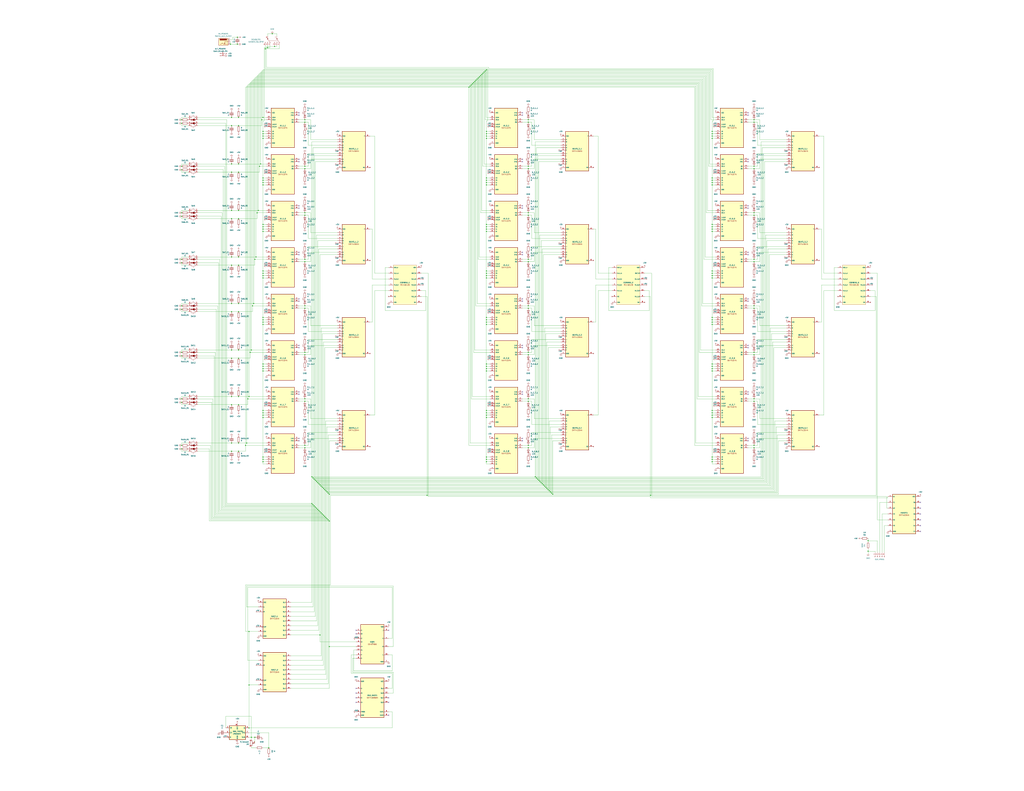
<source format=kicad_sch>
(kicad_sch (version 20230121) (generator eeschema)
  (paper "E")
  (junction (at 198.12 283.21))
  (junction (at 947.42 590.55))
  (junction (at 274.32 805.18))
  (junction (at 709.93 541.02))
  (junction (at 466.09 541.02))
  (junction (at 530.86 247.65))
  (junction (at 777.24 250.19))
  (junction (at 777.24 504.19))
  (junction (at 270.51 435.61))
  (junction (at 198.12 232.41))
  (junction (at 530.86 405.13))
  (junction (at 576.58 285.75))
  (junction (at 777.24 148.59))
  (junction (at 279.4 280.67))
  (junction (at 822.96 283.21))
  (junction (at 777.24 501.65))
  (junction (at 198.12 384.81))
  (junction (at 576.58 334.01))
  (junction (at 287.02 196.85))
  (junction (at 198.12 334.01))
  (junction (at 525.78 81.28))
  (junction (at 822.96 334.01))
  (junction (at 530.86 143.51))
  (junction (at 252.73 229.87))
  (junction (at 777.24 199.39))
  (junction (at 777.24 402.59))
  (junction (at 777.24 194.31))
  (junction (at 252.73 382.27))
  (junction (at 259.08 48.26))
  (junction (at 345.44 525.78))
  (junction (at 530.86 199.39))
  (junction (at 530.86 148.59))
  (junction (at 822.96 336.55))
  (junction (at 289.56 53.34))
  (junction (at 287.02 501.65))
  (junction (at 260.35 340.36))
  (junction (at 530.86 250.19))
  (junction (at 591.82 528.32))
  (junction (at 287.02 448.31))
  (junction (at 287.02 199.39))
  (junction (at 777.24 196.85))
  (junction (at 284.48 179.07))
  (junction (at 530.86 346.71))
  (junction (at 340.36 549.91))
  (junction (at 252.73 280.67))
  (junction (at 287.02 194.31))
  (junction (at 252.73 340.36))
  (junction (at 777.24 450.85))
  (junction (at 287.02 252.73))
  (junction (at 344.17 553.72))
  (junction (at 594.36 530.86))
  (junction (at 603.25 539.75))
  (junction (at 576.58 384.81))
  (junction (at 252.73 331.47))
  (junction (at 297.18 36.83))
  (junction (at 287.02 128.27))
  (junction (at 292.1 52.07))
  (junction (at 287.02 504.19))
  (junction (at 252.73 391.16))
  (junction (at 595.63 532.13))
  (junction (at 576.58 184.15))
  (junction (at 198.12 236.22))
  (junction (at 350.52 560.07))
  (junction (at 285.75 130.81))
  (junction (at 359.41 706.12))
  (junction (at 287.02 247.65))
  (junction (at 355.6 535.94))
  (junction (at 358.14 538.48))
  (junction (at 822.96 435.61))
  (junction (at 530.86 300.99))
  (junction (at 777.24 298.45))
  (junction (at 359.41 539.75))
  (junction (at 822.96 181.61))
  (junction (at 332.74 488.95))
  (junction (at 260.35 137.16))
  (junction (at 198.12 388.62))
  (junction (at 777.24 400.05))
  (junction (at 356.87 537.21))
  (junction (at 584.2 520.7))
  (junction (at 341.63 551.18))
  (junction (at 576.58 486.41))
  (junction (at 341.63 521.97))
  (junction (at 520.7 86.36))
  (junction (at 342.9 523.24))
  (junction (at 530.86 397.51))
  (junction (at 332.74 486.41))
  (junction (at 530.86 501.65))
  (junction (at 251.46 48.26))
  (junction (at 529.59 77.47))
  (junction (at 287.02 151.13))
  (junction (at 287.02 453.39))
  (junction (at 576.58 488.95))
  (junction (at 822.96 234.95))
  (junction (at 271.78 433.07))
  (junction (at 576.58 387.35))
  (junction (at 518.16 88.9))
  (junction (at 354.33 563.88))
  (junction (at 332.74 130.81))
  (junction (at 287.02 402.59))
  (junction (at 530.86 400.05))
  (junction (at 593.09 529.59))
  (junction (at 530.86 194.31))
  (junction (at 350.52 530.86))
  (junction (at 267.97 486.41))
  (junction (at 252.73 483.87))
  (junction (at 349.25 693.42))
  (junction (at 530.86 504.19))
  (junction (at 198.12 130.81))
  (junction (at 346.71 527.05))
  (junction (at 278.13 805.18))
  (junction (at 252.73 433.07))
  (junction (at 530.86 196.85))
  (junction (at 530.86 349.25))
  (junction (at 777.24 346.71))
  (junction (at 359.41 568.96))
  (junction (at 252.73 441.96))
  (junction (at 596.9 533.4))
  (junction (at 530.86 354.33))
  (junction (at 589.28 525.78))
  (junction (at 332.74 384.81))
  (junction (at 347.98 557.53))
  (junction (at 822.96 184.15))
  (junction (at 332.74 336.55))
  (junction (at 260.35 238.76))
  (junction (at 599.44 535.94))
  (junction (at 530.86 298.45))
  (junction (at 516.89 90.17))
  (junction (at 527.05 80.01))
  (junction (at 260.35 179.07))
  (junction (at 576.58 435.61))
  (junction (at 259.08 40.64))
  (junction (at 198.12 287.02))
  (junction (at 260.35 433.07))
  (junction (at 287.02 245.11))
  (junction (at 252.73 187.96))
  (junction (at 530.86 146.05))
  (junction (at 777.24 295.91))
  (junction (at 777.24 397.51))
  (junction (at 260.35 280.67))
  (junction (at 287.02 397.51))
  (junction (at 342.9 552.45))
  (junction (at 260.35 187.96))
  (junction (at 287.02 201.93))
  (junction (at 287.02 354.33))
  (junction (at 822.96 486.41))
  (junction (at 356.87 566.42))
  (junction (at 198.12 337.82))
  (junction (at 519.43 87.63))
  (junction (at 514.35 92.71))
  (junction (at 777.24 351.79))
  (junction (at 822.96 387.35))
  (junction (at 269.24 483.87))
  (junction (at 822.96 438.15))
  (junction (at 576.58 130.81))
  (junction (at 530.86 450.85))
  (junction (at 275.59 334.01))
  (junction (at 530.86 453.39))
  (junction (at 585.47 521.97))
  (junction (at 523.24 83.82))
  (junction (at 332.74 181.61))
  (junction (at 287.02 405.13))
  (junction (at 354.33 534.67))
  (junction (at 600.71 537.21))
  (junction (at 777.24 405.13))
  (junction (at 287.02 349.25))
  (junction (at 260.35 229.87))
  (junction (at 271.78 689.61))
  (junction (at 287.02 298.45))
  (junction (at 777.24 349.25))
  (junction (at 332.74 435.61))
  (junction (at 287.02 250.19))
  (junction (at 351.79 532.13))
  (junction (at 530.86 402.59))
  (junction (at 777.24 499.11))
  (junction (at 287.02 303.53))
  (junction (at 332.74 387.35))
  (junction (at 260.35 391.16))
  (junction (at 530.86 448.31))
  (junction (at 287.02 450.85))
  (junction (at 588.01 524.51))
  (junction (at 777.24 303.53))
  (junction (at 287.02 143.51))
  (junction (at 252.73 289.56))
  (junction (at 530.86 499.11))
  (junction (at 332.74 184.15))
  (junction (at 777.24 146.05))
  (junction (at 278.13 283.21))
  (junction (at 293.37 816.61))
  (junction (at 822.96 488.95))
  (junction (at 271.78 795.02))
  (junction (at 353.06 562.61))
  (junction (at 777.24 151.13))
  (junction (at 777.24 201.93))
  (junction (at 822.96 232.41))
  (junction (at 332.74 234.95))
  (junction (at 530.86 151.13))
  (junction (at 345.44 554.99))
  (junction (at 590.55 527.05))
  (junction (at 777.24 247.65))
  (junction (at 273.05 384.81))
  (junction (at 287.02 346.71))
  (junction (at 530.86 252.73))
  (junction (at 353.06 533.4))
  (junction (at 260.35 483.87))
  (junction (at 252.73 179.07))
  (junction (at 777.24 354.33))
  (junction (at 198.12 134.62))
  (junction (at 777.24 300.99))
  (junction (at 287.02 146.05))
  (junction (at 777.24 252.73))
  (junction (at 346.71 556.26))
  (junction (at 576.58 336.55))
  (junction (at 252.73 137.16))
  (junction (at 530.86 455.93))
  (junction (at 198.12 439.42))
  (junction (at 349.25 558.8))
  (junction (at 287.02 351.79))
  (junction (at 260.35 128.27))
  (junction (at 332.74 438.15))
  (junction (at 576.58 438.15))
  (junction (at 276.86 331.47))
  (junction (at 340.36 520.7))
  (junction (at 822.96 384.81))
  (junction (at 287.02 295.91))
  (junction (at 586.74 523.24))
  (junction (at 355.6 565.15))
  (junction (at 513.08 93.98))
  (junction (at 777.24 245.11))
  (junction (at 283.21 181.61))
  (junction (at 260.35 441.96))
  (junction (at 947.42 601.98))
  (junction (at 260.35 331.47))
  (junction (at 287.02 148.59))
  (junction (at 530.86 295.91))
  (junction (at 777.24 448.31))
  (junction (at 530.86 245.11))
  (junction (at 260.35 382.27))
  (junction (at 822.96 130.81))
  (junction (at 777.24 143.51))
  (junction (at 598.17 534.67))
  (junction (at 576.58 283.21))
  (junction (at 332.74 334.01))
  (junction (at 332.74 283.21))
  (junction (at 271.78 748.03))
  (junction (at 576.58 234.95))
  (junction (at 287.02 300.99))
  (junction (at 332.74 133.35))
  (junction (at 198.12 181.61))
  (junction (at 576.58 133.35))
  (junction (at 198.12 435.61))
  (junction (at 530.86 351.79))
  (junction (at 521.97 85.09))
  (junction (at 576.58 181.61))
  (junction (at 332.74 232.41))
  (junction (at 287.02 400.05))
  (junction (at 198.12 185.42))
  (junction (at 601.98 538.48))
  (junction (at 822.96 285.75))
  (junction (at 530.86 303.53))
  (junction (at 777.24 453.39))
  (junction (at 281.94 229.87))
  (junction (at 351.79 561.34))
  (junction (at 344.17 524.51))
  (junction (at 252.73 128.27))
  (junction (at 515.62 91.44))
  (junction (at 347.98 528.32))
  (junction (at 198.12 486.41))
  (junction (at 530.86 76.2))
  (junction (at 198.12 490.22))
  (junction (at 287.02 499.11))
  (junction (at 777.24 455.93))
  (junction (at 524.51 82.55))
  (junction (at 252.73 238.76))
  (junction (at 260.35 492.76))
  (junction (at 274.32 382.27))
  (junction (at 299.72 50.8))
  (junction (at 576.58 232.41))
  (junction (at 528.32 78.74))
  (junction (at 280.67 232.41))
  (junction (at 332.74 285.75))
  (junction (at 358.14 567.69))
  (junction (at 822.96 133.35))
  (junction (at 349.25 529.59))
  (junction (at 252.73 492.76))
  (junction (at 260.35 289.56))
  (junction (at 530.86 201.93))
  (junction (at 511.81 95.25))
  (junction (at 287.02 455.93))
  (no_connect (at 326.39 427.99))
  (no_connect (at 570.23 275.59))
  (no_connect (at 816.61 478.79))
  (no_connect (at 388.62 756.92))
  (no_connect (at 1004.57 561.34))
  (no_connect (at 816.61 224.79))
  (no_connect (at 424.18 781.05))
  (no_connect (at 388.62 692.15))
  (no_connect (at 388.62 767.08))
  (no_connect (at 326.39 227.33))
  (no_connect (at 326.39 173.99))
  (no_connect (at 570.23 125.73))
  (no_connect (at 326.39 328.93))
  (no_connect (at 326.39 430.53))
  (no_connect (at 570.23 377.19))
  (no_connect (at 816.61 176.53))
  (no_connect (at 816.61 481.33))
  (no_connect (at 816.61 326.39))
  (no_connect (at 424.18 688.34))
  (no_connect (at 570.23 176.53))
  (no_connect (at 816.61 173.99))
  (no_connect (at 570.23 227.33))
  (no_connect (at 816.61 379.73))
  (no_connect (at 570.23 173.99))
  (no_connect (at 326.39 379.73))
  (no_connect (at 816.61 427.99))
  (no_connect (at 570.23 379.73))
  (no_connect (at 816.61 377.19))
  (no_connect (at 326.39 123.19))
  (no_connect (at 1004.57 580.39))
  (no_connect (at 816.61 278.13))
  (no_connect (at 816.61 125.73))
  (no_connect (at 570.23 278.13))
  (no_connect (at 326.39 224.79))
  (no_connect (at 326.39 481.33))
  (no_connect (at 570.23 427.99))
  (no_connect (at 388.62 751.84))
  (no_connect (at 816.61 227.33))
  (no_connect (at 326.39 377.19))
  (no_connect (at 424.18 762))
  (no_connect (at 326.39 478.79))
  (no_connect (at 1004.57 554.99))
  (no_connect (at 570.23 430.53))
  (no_connect (at 816.61 430.53))
  (no_connect (at 816.61 123.19))
  (no_connect (at 570.23 328.93))
  (no_connect (at 570.23 481.33))
  (no_connect (at 570.23 326.39))
  (no_connect (at 1004.57 567.69))
  (no_connect (at 326.39 125.73))
  (no_connect (at 326.39 176.53))
  (no_connect (at 326.39 278.13))
  (no_connect (at 1004.57 548.64))
  (no_connect (at 424.18 767.08))
  (no_connect (at 326.39 326.39))
  (no_connect (at 388.62 688.34))
  (no_connect (at 570.23 224.79))
  (no_connect (at 326.39 275.59))
  (no_connect (at 816.61 328.93))
  (no_connect (at 388.62 762))
  (no_connect (at 570.23 478.79))
  (no_connect (at 570.23 123.19))
  (no_connect (at 1004.57 574.04))
  (no_connect (at 816.61 275.59))
  (wire (pts (xy 252.73 187.96) (xy 260.35 187.96)))
  (wire (pts (xy 570.23 435.61) (xy 576.58 435.61)))
  (wire (pts (xy 518.16 88.9) (xy 274.32 88.9)))
  (wire (pts (xy 781.05 151.13) (xy 777.24 151.13)))
  (wire (pts (xy 215.9 137.16) (xy 252.73 137.16)))
  (wire (pts (xy 238.76 558.8) (xy 349.25 558.8)))
  (wire (pts (xy 346.71 527.05) (xy 346.71 556.26)))
  (wire (pts (xy 260.35 289.56) (xy 278.13 289.56)))
  (wire (pts (xy 777.24 132.08) (xy 777.24 143.51)))
  (wire (pts (xy 833.12 523.24) (xy 586.74 523.24)))
  (wire (pts (xy 781.05 501.65) (xy 777.24 501.65)))
  (wire (pts (xy 317.5 688.34) (xy 347.98 688.34)))
  (wire (pts (xy 858.52 173.99) (xy 829.31 173.99)))
  (wire (pts (xy 287.02 499.11) (xy 287.02 501.65)))
  (wire (pts (xy 240.03 557.53) (xy 347.98 557.53)))
  (wire (pts (xy 858.52 167.64) (xy 826.77 167.64)))
  (wire (pts (xy 530.86 76.2) (xy 287.02 76.2)))
  (wire (pts (xy 326.39 435.61) (xy 332.74 435.61)))
  (wire (pts (xy 848.36 538.48) (xy 601.98 538.48)))
  (wire (pts (xy 358.14 567.69) (xy 358.14 746.76)))
  (wire (pts (xy 829.31 285.75) (xy 822.96 285.75)))
  (wire (pts (xy 858.52 355.6) (xy 829.31 355.6)))
  (wire (pts (xy 816.61 334.01) (xy 822.96 334.01)))
  (wire (pts (xy 459.74 323.85) (xy 466.09 323.85)))
  (wire (pts (xy 767.08 331.47) (xy 767.08 86.36)))
  (wire (pts (xy 781.05 298.45) (xy 777.24 298.45)))
  (wire (pts (xy 356.87 566.42) (xy 356.87 741.68)))
  (wire (pts (xy 534.67 283.21) (xy 521.97 283.21)))
  (wire (pts (xy 252.73 128.27) (xy 260.35 128.27)))
  (wire (pts (xy 326.39 232.41) (xy 332.74 232.41)))
  (wire (pts (xy 781.05 506.73) (xy 777.24 506.73)))
  (wire (pts (xy 205.74 238.76) (xy 198.12 238.76)))
  (wire (pts (xy 326.39 334.01) (xy 332.74 334.01)))
  (wire (pts (xy 777.24 146.05) (xy 777.24 148.59)))
  (wire (pts (xy 816.61 488.95) (xy 822.96 488.95)))
  (wire (pts (xy 290.83 455.93) (xy 287.02 455.93)))
  (wire (pts (xy 198.12 238.76) (xy 198.12 236.22)))
  (wire (pts (xy 270.51 721.36) (xy 281.94 721.36)))
  (wire (pts (xy 534.67 455.93) (xy 530.86 455.93)))
  (wire (pts (xy 247.65 549.91) (xy 247.65 130.81)))
  (wire (pts (xy 955.04 339.09) (xy 955.04 317.5)))
  (wire (pts (xy 949.96 298.45) (xy 957.58 298.45)))
  (wire (pts (xy 612.14 167.64) (xy 580.39 167.64)))
  (wire (pts (xy 570.23 285.75) (xy 576.58 285.75)))
  (wire (pts (xy 778.51 74.93) (xy 778.51 132.08)))
  (wire (pts (xy 287.02 194.31) (xy 287.02 196.85)))
  (wire (pts (xy 840.74 358.14) (xy 840.74 530.86)))
  (wire (pts (xy 588.01 524.51) (xy 588.01 176.53)))
  (wire (pts (xy 342.9 523.24) (xy 586.74 523.24)))
  (wire (pts (xy 816.61 336.55) (xy 822.96 336.55)))
  (wire (pts (xy 781.05 435.61) (xy 760.73 435.61)))
  (wire (pts (xy 781.05 148.59) (xy 777.24 148.59)))
  (wire (pts (xy 910.59 339.09) (xy 955.04 339.09)))
  (wire (pts (xy 858.52 370.84) (xy 826.77 370.84)))
  (wire (pts (xy 403.86 453.39) (xy 408.94 453.39)))
  (wire (pts (xy 826.77 283.21) (xy 822.96 283.21)))
  (wire (pts (xy 351.79 364.49) (xy 351.79 532.13)))
  (wire (pts (xy 835.66 525.78) (xy 589.28 525.78)))
  (wire (pts (xy 290.83 349.25) (xy 287.02 349.25)))
  (wire (pts (xy 269.24 93.98) (xy 269.24 483.87)))
  (wire (pts (xy 777.24 351.79) (xy 777.24 354.33)))
  (wire (pts (xy 342.9 552.45) (xy 342.9 668.02)))
  (wire (pts (xy 858.52 176.53) (xy 834.39 176.53)))
  (wire (pts (xy 274.32 815.34) (xy 274.32 816.61)))
  (wire (pts (xy 427.99 715.01) (xy 427.99 732.79)))
  (wire (pts (xy 528.32 78.74) (xy 284.48 78.74)))
  (wire (pts (xy 459.74 298.45) (xy 467.36 298.45)))
  (wire (pts (xy 260.35 382.27) (xy 274.32 382.27)))
  (wire (pts (xy 582.93 334.01) (xy 576.58 334.01)))
  (wire (pts (xy 596.9 373.38) (xy 596.9 533.4)))
  (wire (pts (xy 429.26 734.06) (xy 384.81 734.06)))
  (wire (pts (xy 778.51 132.08) (xy 777.24 132.08)))
  (wire (pts (xy 842.01 364.49) (xy 858.52 364.49)))
  (wire (pts (xy 858.52 472.44) (xy 826.77 472.44)))
  (wire (pts (xy 290.83 448.31) (xy 287.02 448.31)))
  (wire (pts (xy 215.9 229.87) (xy 252.73 229.87)))
  (wire (pts (xy 519.43 334.01) (xy 519.43 87.63)))
  (wire (pts (xy 341.63 551.18) (xy 341.63 662.94)))
  (wire (pts (xy 612.14 478.79) (xy 582.93 478.79)))
  (wire (pts (xy 960.12 548.64) (xy 960.12 603.25)))
  (wire (pts (xy 530.86 146.05) (xy 530.86 148.59)))
  (wire (pts (xy 530.86 303.53) (xy 530.86 300.99)))
  (wire (pts (xy 271.78 433.07) (xy 290.83 433.07)))
  (wire (pts (xy 336.55 158.75) (xy 336.55 133.35)))
  (wire (pts (xy 835.66 256.54) (xy 835.66 525.78)))
  (wire (pts (xy 252.73 229.87) (xy 260.35 229.87)))
  (wire (pts (xy 836.93 527.05) (xy 590.55 527.05)))
  (wire (pts (xy 530.86 499.11) (xy 530.86 501.65)))
  (wire (pts (xy 424.18 697.23) (xy 427.99 697.23)))
  (wire (pts (xy 957.58 603.25) (xy 957.58 590.55)))
  (wire (pts (xy 302.26 39.37) (xy 302.26 36.83)))
  (wire (pts (xy 349.25 693.42) (xy 317.5 693.42)))
  (wire (pts (xy 287.02 132.08) (xy 287.02 143.51)))
  (wire (pts (xy 530.86 506.73) (xy 530.86 504.19)))
  (wire (pts (xy 652.78 298.45) (xy 652.78 148.59)))
  (wire (pts (xy 205.74 382.27) (xy 198.12 382.27)))
  (wire (pts (xy 826.77 167.64) (xy 826.77 181.61)))
  (wire (pts (xy 215.9 441.96) (xy 252.73 441.96)))
  (wire (pts (xy 342.9 523.24) (xy 342.9 552.45)))
  (wire (pts (xy 777.24 252.73) (xy 777.24 295.91)))
  (wire (pts (xy 287.02 501.65) (xy 287.02 504.19)))
  (wire (pts (xy 781.05 331.47) (xy 767.08 331.47)))
  (wire (pts (xy 368.3 457.2) (xy 339.09 457.2)))
  (wire (pts (xy 347.98 528.32) (xy 347.98 271.78)))
  (wire (pts (xy 356.87 466.09) (xy 356.87 537.21)))
  (wire (pts (xy 368.3 152.4) (xy 339.09 152.4)))
  (wire (pts (xy 777.24 148.59) (xy 777.24 151.13)))
  (wire (pts (xy 530.86 295.91) (xy 530.86 298.45)))
  (wire (pts (xy 252.73 382.27) (xy 260.35 382.27)))
  (wire (pts (xy 252.73 391.16) (xy 260.35 391.16)))
  (wire (pts (xy 781.05 499.11) (xy 777.24 499.11)))
  (wire (pts (xy 582.93 254) (xy 582.93 232.41)))
  (wire (pts (xy 336.55 438.15) (xy 332.74 438.15)))
  (wire (pts (xy 354.33 563.88) (xy 354.33 731.52)))
  (wire (pts (xy 765.81 334.01) (xy 765.81 87.63)))
  (wire (pts (xy 198.12 289.56) (xy 198.12 287.02)))
  (wire (pts (xy 215.9 181.61) (xy 245.11 181.61)))
  (wire (pts (xy 205.74 289.56) (xy 198.12 289.56)))
  (wire (pts (xy 829.31 152.4) (xy 829.31 130.81)))
  (wire (pts (xy 205.74 483.87) (xy 198.12 483.87)))
  (wire (pts (xy 525.78 229.87) (xy 525.78 81.28)))
  (wire (pts (xy 534.67 179.07) (xy 528.32 179.07)))
  (wire (pts (xy 339.09 184.15) (xy 332.74 184.15)))
  (wire (pts (xy 351.79 561.34) (xy 351.79 721.36)))
  (wire (pts (xy 582.93 130.81) (xy 576.58 130.81)))
  (wire (pts (xy 534.67 400.05) (xy 530.86 400.05)))
  (wire (pts (xy 205.74 128.27) (xy 198.12 128.27)))
  (wire (pts (xy 781.05 384.81) (xy 763.27 384.81)))
  (wire (pts (xy 284.48 78.74) (xy 284.48 179.07)))
  (wire (pts (xy 273.05 90.17) (xy 273.05 384.81)))
  (wire (pts (xy 326.39 181.61) (xy 332.74 181.61)))
  (wire (pts (xy 532.13 74.93) (xy 532.13 132.08)))
  (wire (pts (xy 829.31 478.79) (xy 829.31 488.95)))
  (wire (pts (xy 359.41 539.75) (xy 359.41 568.96)))
  (wire (pts (xy 858.52 269.24) (xy 826.77 269.24)))
  (wire (pts (xy 570.23 130.81) (xy 576.58 130.81)))
  (wire (pts (xy 777.24 405.13) (xy 777.24 448.31)))
  (wire (pts (xy 215.9 334.01) (xy 237.49 334.01)))
  (wire (pts (xy 858.52 152.4) (xy 829.31 152.4)))
  (wire (pts (xy 829.31 387.35) (xy 822.96 387.35)))
  (wire (pts (xy 215.9 185.42) (xy 243.84 185.42)))
  (wire (pts (xy 260.35 280.67) (xy 279.4 280.67)))
  (wire (pts (xy 336.55 486.41) (xy 332.74 486.41)))
  (wire (pts (xy 336.55 370.84) (xy 336.55 384.81)))
  (wire (pts (xy 774.7 78.74) (xy 528.32 78.74)))
  (wire (pts (xy 530.86 354.33) (xy 530.86 397.51)))
  (wire (pts (xy 858.52 377.19) (xy 829.31 377.19)))
  (wire (pts (xy 845.82 535.94) (xy 599.44 535.94)))
  (wire (pts (xy 354.33 534.67) (xy 354.33 563.88)))
  (wire (pts (xy 341.63 161.29) (xy 341.63 521.97)))
  (wire (pts (xy 299.72 50.8) (xy 299.72 49.53)))
  (wire (pts (xy 215.9 490.22) (xy 228.6 490.22)))
  (wire (pts (xy 570.23 283.21) (xy 576.58 283.21)))
  (wire (pts (xy 215.9 388.62) (xy 233.68 388.62)))
  (wire (pts (xy 775.97 130.81) (xy 775.97 77.47)))
  (wire (pts (xy 271.78 91.44) (xy 271.78 433.07)))
  (wire (pts (xy 355.6 535.94) (xy 599.44 535.94)))
  (wire (pts (xy 518.16 382.27) (xy 518.16 88.9)))
  (wire (pts (xy 368.3 466.09) (xy 356.87 466.09)))
  (wire (pts (xy 781.05 143.51) (xy 777.24 143.51)))
  (wire (pts (xy 593.09 529.59) (xy 593.09 278.13)))
  (wire (pts (xy 570.23 387.35) (xy 576.58 387.35)))
  (wire (pts (xy 215.9 287.02) (xy 238.76 287.02)))
  (wire (pts (xy 947.42 588.01) (xy 947.42 590.55)))
  (wire (pts (xy 326.39 336.55) (xy 332.74 336.55)))
  (wire (pts (xy 955.04 601.98) (xy 947.42 601.98)))
  (wire (pts (xy 359.41 481.33) (xy 359.41 539.75)))
  (wire (pts (xy 368.3 278.13) (xy 349.25 278.13)))
  (wire (pts (xy 403.86 250.19) (xy 406.4 250.19)))
  (wire (pts (xy 612.14 260.35) (xy 580.39 260.35)))
  (wire (pts (xy 290.83 148.59) (xy 287.02 148.59)))
  (wire (pts (xy 287.02 349.25) (xy 287.02 351.79)))
  (wire (pts (xy 252.73 483.87) (xy 260.35 483.87)))
  (wire (pts (xy 252.73 492.76) (xy 260.35 492.76)))
  (wire (pts (xy 527.05 181.61) (xy 527.05 80.01)))
  (wire (pts (xy 349.25 701.04) (xy 349.25 693.42)))
  (wire (pts (xy 429.26 640.08) (xy 269.24 640.08)))
  (wire (pts (xy 947.42 604.52) (xy 947.42 601.98)))
  (wire (pts (xy 777.24 303.53) (xy 777.24 300.99)))
  (wire (pts (xy 424.18 777.24) (xy 427.99 777.24)))
  (wire (pts (xy 198.12 483.87) (xy 198.12 486.41)))
  (wire (pts (xy 252.73 340.36) (xy 260.35 340.36)))
  (wire (pts (xy 345.44 525.78) (xy 589.28 525.78)))
  (wire (pts (xy 326.39 488.95) (xy 332.74 488.95)))
  (wire (pts (xy 205.74 280.67) (xy 198.12 280.67)))
  (wire (pts (xy 368.3 361.95) (xy 336.55 361.95)))
  (wire (pts (xy 290.83 250.19) (xy 287.02 250.19)))
  (wire (pts (xy 530.86 397.51) (xy 530.86 400.05)))
  (wire (pts (xy 612.14 278.13) (xy 593.09 278.13)))
  (wire (pts (xy 826.77 181.61) (xy 822.96 181.61)))
  (wire (pts (xy 368.3 254) (xy 339.09 254)))
  (wire (pts (xy 424.18 706.12) (xy 429.26 706.12)))
  (wire (pts (xy 252.73 179.07) (xy 260.35 179.07)))
  (wire (pts (xy 368.3 161.29) (xy 341.63 161.29)))
  (wire (pts (xy 829.31 457.2) (xy 829.31 435.61)))
  (wire (pts (xy 302.26 50.8) (xy 299.72 50.8)))
  (wire (pts (xy 287.02 402.59) (xy 290.83 402.59)))
  (wire (pts (xy 777.24 143.51) (xy 777.24 146.05)))
  (wire (pts (xy 388.62 701.04) (xy 349.25 701.04)))
  (wire (pts (xy 612.14 275.59) (xy 582.93 275.59)))
  (wire (pts (xy 580.39 336.55) (xy 576.58 336.55)))
  (wire (pts (xy 287.02 128.27) (xy 290.83 128.27)))
  (wire (pts (xy 289.56 49.53) (xy 289.56 53.34)))
  (wire (pts (xy 530.86 252.73) (xy 530.86 295.91)))
  (wire (pts (xy 260.35 340.36) (xy 275.59 340.36)))
  (wire (pts (xy 252.73 137.16) (xy 260.35 137.16)))
  (wire (pts (xy 383.54 735.33) (xy 383.54 715.01)))
  (wire (pts (xy 347.98 528.32) (xy 347.98 557.53)))
  (wire (pts (xy 276.86 86.36) (xy 276.86 331.47)))
  (wire (pts (xy 368.3 275.59) (xy 339.09 275.59)))
  (wire (pts (xy 527.05 80.01) (xy 283.21 80.01)))
  (wire (pts (xy 858.52 275.59) (xy 829.31 275.59)))
  (wire (pts (xy 287.02 450.85) (xy 287.02 453.39)))
  (wire (pts (xy 290.83 194.31) (xy 287.02 194.31)))
  (wire (pts (xy 247.65 549.91) (xy 340.36 549.91)))
  (wire (pts (xy 336.55 133.35) (xy 332.74 133.35)))
  (wire (pts (xy 781.05 334.01) (xy 765.81 334.01)))
  (wire (pts (xy 353.06 373.38) (xy 368.3 373.38)))
  (wire (pts (xy 570.23 184.15) (xy 576.58 184.15)))
  (wire (pts (xy 580.39 463.55) (xy 580.39 438.15)))
  (wire (pts (xy 599.44 459.74) (xy 599.44 535.94)))
  (wire (pts (xy 956.31 541.02) (xy 709.93 541.02)))
  (wire (pts (xy 826.77 384.81) (xy 822.96 384.81)))
  (wire (pts (xy 777.24 455.93) (xy 777.24 499.11)))
  (wire (pts (xy 781.05 351.79) (xy 777.24 351.79)))
  (wire (pts (xy 530.86 201.93) (xy 530.86 245.11)))
  (wire (pts (xy 534.67 384.81) (xy 516.89 384.81)))
  (wire (pts (xy 237.49 334.01) (xy 237.49 560.07)))
  (wire (pts (xy 317.5 678.18) (xy 345.44 678.18)))
  (wire (pts (xy 772.16 229.87) (xy 772.16 81.28)))
  (wire (pts (xy 420.37 292.1) (xy 420.37 339.09)))
  (wire (pts (xy 290.83 196.85) (xy 287.02 196.85)))
  (wire (pts (xy 259.08 48.26) (xy 251.46 48.26)))
  (wire (pts (xy 360.68 541.02) (xy 360.68 638.81)))
  (wire (pts (xy 342.9 523.24) (xy 342.9 170.18)))
  (wire (pts (xy 530.86 148.59) (xy 530.86 151.13)))
  (wire (pts (xy 215.9 340.36) (xy 252.73 340.36)))
  (wire (pts (xy 326.39 387.35) (xy 332.74 387.35)))
  (wire (pts (xy 271.78 689.61) (xy 271.78 748.03)))
  (wire (pts (xy 358.14 538.48) (xy 358.14 474.98)))
  (wire (pts (xy 287.02 151.13) (xy 287.02 194.31)))
  (wire (pts (xy 252.73 280.67) (xy 260.35 280.67)))
  (wire (pts (xy 840.74 530.86) (xy 594.36 530.86)))
  (wire (pts (xy 530.86 128.27) (xy 530.86 76.2)))
  (wire (pts (xy 359.41 706.12) (xy 388.62 706.12)))
  (wire (pts (xy 350.52 530.86) (xy 350.52 358.14)))
  (wire (pts (xy 336.55 463.55) (xy 336.55 438.15)))
  (wire (pts (xy 287.02 303.53) (xy 287.02 346.71)))
  (wire (pts (xy 339.09 285.75) (xy 332.74 285.75)))
  (wire (pts (xy 339.09 355.6) (xy 339.09 334.01)))
  (wire (pts (xy 246.38 551.18) (xy 341.63 551.18)))
  (wire (pts (xy 759.46 483.87) (xy 759.46 93.98)))
  (wire (pts (xy 816.61 486.41) (xy 822.96 486.41)))
  (wire (pts (xy 247.65 130.81) (xy 215.9 130.81)))
  (wire (pts (xy 246.38 782.32) (xy 274.32 782.32)))
  (wire (pts (xy 781.05 283.21) (xy 768.35 283.21)))
  (wire (pts (xy 353.06 533.4) (xy 353.06 373.38)))
  (wire (pts (xy 511.81 486.41) (xy 511.81 95.25)))
  (wire (pts (xy 650.24 351.79) (xy 650.24 311.15)))
  (wire (pts (xy 781.05 448.31) (xy 777.24 448.31)))
  (wire (pts (xy 252.73 289.56) (xy 260.35 289.56)))
  (wire (pts (xy 198.12 137.16) (xy 198.12 134.62)))
  (wire (pts (xy 530.86 201.93) (xy 530.86 199.39)))
  (wire (pts (xy 344.17 673.1) (xy 317.5 673.1)))
  (wire (pts (xy 777.24 450.85) (xy 777.24 453.39)))
  (wire (pts (xy 595.63 364.49) (xy 612.14 364.49)))
  (wire (pts (xy 349.25 529.59) (xy 593.09 529.59)))
  (wire (pts (xy 777.24 151.13) (xy 777.24 194.31)))
  (wire (pts (xy 847.09 537.21) (xy 600.71 537.21)))
  (wire (pts (xy 516.89 384.81) (xy 516.89 90.17)))
  (wire (pts (xy 347.98 271.78) (xy 368.3 271.78)))
  (wire (pts (xy 844.55 534.67) (xy 598.17 534.67)))
  (wire (pts (xy 914.4 292.1) (xy 910.59 292.1)))
  (wire (pts (xy 777.24 76.2) (xy 530.86 76.2)))
  (wire (pts (xy 530.86 143.51) (xy 530.86 146.05)))
  (wire (pts (xy 424.18 751.84) (xy 427.99 751.84)))
  (wire (pts (xy 467.36 298.45) (xy 467.36 542.29)))
  (wire (pts (xy 260.35 483.87) (xy 269.24 483.87)))
  (wire (pts (xy 777.24 194.31) (xy 777.24 196.85)))
  (wire (pts (xy 781.05 405.13) (xy 777.24 405.13)))
  (wire (pts (xy 534.67 146.05) (xy 530.86 146.05)))
  (wire (pts (xy 708.66 317.5) (xy 703.58 317.5)))
  (wire (pts (xy 427.99 641.35) (xy 427.99 697.23)))
  (wire (pts (xy 287.02 148.59) (xy 287.02 151.13)))
  (wire (pts (xy 205.74 229.87) (xy 198.12 229.87)))
  (wire (pts (xy 406.4 351.79) (xy 406.4 311.15)))
  (wire (pts (xy 290.83 346.71) (xy 287.02 346.71)))
  (wire (pts (xy 326.39 133.35) (xy 332.74 133.35)))
  (wire (pts (xy 198.12 382.27) (xy 198.12 384.81)))
  (wire (pts (xy 339.09 254) (xy 339.09 232.41)))
  (wire (pts (xy 368.3 158.75) (xy 336.55 158.75)))
  (wire (pts (xy 781.05 247.65) (xy 777.24 247.65)))
  (wire (pts (xy 228.6 490.22) (xy 228.6 568.96)))
  (wire (pts (xy 781.05 303.53) (xy 777.24 303.53)))
  (wire (pts (xy 836.93 262.89) (xy 836.93 527.05)))
  (wire (pts (xy 647.7 351.79) (xy 650.24 351.79)))
  (wire (pts (xy 969.01 574.04) (xy 965.2 574.04)))
  (wire (pts (xy 612.14 370.84) (xy 580.39 370.84)))
  (wire (pts (xy 317.5 736.6) (xy 355.6 736.6)))
  (wire (pts (xy 834.39 176.53) (xy 834.39 524.51)))
  (wire (pts (xy 384.81 734.06) (xy 384.81 718.82)))
  (wire (pts (xy 962.66 561.34) (xy 962.66 603.25)))
  (wire (pts (xy 594.36 358.14) (xy 612.14 358.14)))
  (wire (pts (xy 582.93 275.59) (xy 582.93 285.75)))
  (wire (pts (xy 848.36 474.98) (xy 858.52 474.98)))
  (wire (pts (xy 287.02 397.51) (xy 287.02 400.05)))
  (wire (pts (xy 530.86 247.65) (xy 530.86 250.19)))
  (wire (pts (xy 838.2 271.78) (xy 858.52 271.78)))
  (wire (pts (xy 612.14 161.29) (xy 585.47 161.29)))
  (wire (pts (xy 612.14 158.75) (xy 580.39 158.75)))
  (wire (pts (xy 955.04 317.5) (xy 949.96 317.5)))
  (wire (pts (xy 826.77 336.55) (xy 822.96 336.55)))
  (wire (pts (xy 829.31 232.41) (xy 822.96 232.41)))
  (wire (pts (xy 515.62 433.07) (xy 515.62 91.44)))
  (wire (pts (xy 529.59 77.47) (xy 285.75 77.47)))
  (wire (pts (xy 955.04 603.25) (xy 955.04 601.98)))
  (wire (pts (xy 198.12 187.96) (xy 198.12 185.42)))
  (wire (pts (xy 762 433.07) (xy 762 91.44)))
  (wire (pts (xy 582.93 232.41) (xy 576.58 232.41)))
  (wire (pts (xy 969.01 561.34) (xy 962.66 561.34)))
  (wire (pts (xy 406.4 250.19) (xy 406.4 304.8)))
  (wire (pts (xy 816.61 184.15) (xy 822.96 184.15)))
  (wire (pts (xy 534.67 486.41) (xy 511.81 486.41)))
  (wire (pts (xy 957.58 567.69) (xy 969.01 567.69)))
  (wire (pts (xy 290.83 245.11) (xy 287.02 245.11)))
  (wire (pts (xy 709.93 543.56) (xy 969.01 543.56)))
  (wire (pts (xy 769.62 280.67) (xy 769.62 83.82)))
  (wire (pts (xy 534.67 247.65) (xy 530.86 247.65)))
  (wire (pts (xy 259.08 40.64) (xy 254 40.64)))
  (wire (pts (xy 287.02 354.33) (xy 287.02 397.51)))
  (wire (pts (xy 899.16 148.59) (xy 894.08 148.59)))
  (wire (pts (xy 668.02 298.45) (xy 652.78 298.45)))
  (wire (pts (xy 777.24 499.11) (xy 777.24 501.65)))
  (wire (pts (xy 957.58 298.45) (xy 957.58 567.69)))
  (wire (pts (xy 345.44 525.78) (xy 345.44 554.99)))
  (wire (pts (xy 368.3 269.24) (xy 336.55 269.24)))
  (wire (pts (xy 383.54 715.01) (xy 388.62 715.01)))
  (wire (pts (xy 317.5 746.76) (xy 358.14 746.76)))
  (wire (pts (xy 650.24 304.8) (xy 668.02 304.8)))
  (wire (pts (xy 709.93 542.29) (xy 709.93 543.56)))
  (wire (pts (xy 899.16 453.39) (xy 899.16 317.5)))
  (wire (pts (xy 339.09 478.79) (xy 339.09 488.95)))
  (wire (pts (xy 829.31 275.59) (xy 829.31 285.75)))
  (wire (pts (xy 781.05 146.05) (xy 777.24 146.05)))
  (wire (pts (xy 290.83 351.79) (xy 287.02 351.79)))
  (wire (pts (xy 781.05 196.85) (xy 777.24 196.85)))
  (wire (pts (xy 424.18 756.92) (xy 429.26 756.92)))
  (wire (pts (xy 530.86 455.93) (xy 530.86 499.11)))
  (wire (pts (xy 598.17 534.67) (xy 598.17 379.73)))
  (wire (pts (xy 287.02 405.13) (xy 287.02 448.31)))
  (wire (pts (xy 612.14 472.44) (xy 580.39 472.44)))
  (wire (pts (xy 287.02 400.05) (xy 287.02 402.59)))
  (wire (pts (xy 215.9 384.81) (xy 234.95 384.81)))
  (wire (pts (xy 406.4 311.15) (xy 424.18 311.15)))
  (wire (pts (xy 384.81 718.82) (xy 388.62 718.82)))
  (wire (pts (xy 344.17 524.51) (xy 344.17 553.72)))
  (wire (pts (xy 584.2 520.7) (xy 584.2 154.94)))
  (wire (pts (xy 340.36 520.7) (xy 584.2 520.7)))
  (wire (pts (xy 816.61 387.35) (xy 822.96 387.35)))
  (wire (pts (xy 829.31 184.15) (xy 822.96 184.15)))
  (wire (pts (xy 826.77 438.15) (xy 822.96 438.15)))
  (wire (pts (xy 858.52 262.89) (xy 836.93 262.89)))
  (wire (pts (xy 290.83 143.51) (xy 287.02 143.51)))
  (wire (pts (xy 534.67 194.31) (xy 530.86 194.31)))
  (wire (pts (xy 781.05 455.93) (xy 777.24 455.93)))
  (wire (pts (xy 896.62 311.15) (xy 914.4 311.15)))
  (wire (pts (xy 763.27 384.81) (xy 763.27 90.17)))
  (wire (pts (xy 368.3 472.44) (xy 336.55 472.44)))
  (wire (pts (xy 358.14 538.48) (xy 601.98 538.48)))
  (wire (pts (xy 317.5 721.36) (xy 351.79 721.36)))
  (wire (pts (xy 530.86 405.13) (xy 530.86 448.31)))
  (wire (pts (xy 534.67 501.65) (xy 530.86 501.65)))
  (wire (pts (xy 278.13 811.53) (xy 278.13 805.18)))
  (wire (pts (xy 969.01 543.56) (xy 969.01 542.29)))
  (wire (pts (xy 205.74 187.96) (xy 198.12 187.96)))
  (wire (pts (xy 354.33 731.52) (xy 317.5 731.52)))
  (wire (pts (xy 533.4 73.66) (xy 533.4 74.93)))
  (wire (pts (xy 274.32 382.27) (xy 290.83 382.27)))
  (wire (pts (xy 781.05 354.33) (xy 777.24 354.33)))
  (wire (pts (xy 355.6 459.74) (xy 368.3 459.74)))
  (wire (pts (xy 858.52 481.33) (xy 849.63 481.33)))
  (wire (pts (xy 534.67 250.19) (xy 530.86 250.19)))
  (wire (pts (xy 273.05 391.16) (xy 273.05 384.81)))
  (wire (pts (xy 232.41 435.61) (xy 232.41 565.15)))
  (wire (pts (xy 336.55 361.95) (xy 336.55 336.55)))
  (wire (pts (xy 368.3 167.64) (xy 336.55 167.64)))
  (wire (pts (xy 534.67 232.41) (xy 524.51 232.41)))
  (wire (pts (xy 768.35 85.09) (xy 521.97 85.09)))
  (wire (pts (xy 317.5 716.28) (xy 350.52 716.28)))
  (wire (pts (xy 582.93 184.15) (xy 576.58 184.15)))
  (wire (pts (xy 612.14 379.73) (xy 598.17 379.73)))
  (wire (pts (xy 534.67 148.59) (xy 530.86 148.59)))
  (wire (pts (xy 345.44 554.99) (xy 345.44 678.18)))
  (wire (pts (xy 273.05 384.81) (xy 290.83 384.81)))
  (wire (pts (xy 768.35 283.21) (xy 768.35 85.09)))
  (wire (pts (xy 711.2 542.29) (xy 967.74 542.29)))
  (wire (pts (xy 781.05 201.93) (xy 777.24 201.93)))
  (wire (pts (xy 350.52 560.07) (xy 350.52 716.28)))
  (wire (pts (xy 290.83 354.33) (xy 287.02 354.33)))
  (wire (pts (xy 339.09 435.61) (xy 332.74 435.61)))
  (wire (pts (xy 773.43 181.61) (xy 773.43 80.01)))
  (wire (pts (xy 532.13 132.08) (xy 530.86 132.08)))
  (wire (pts (xy 530.86 402.59) (xy 534.67 402.59)))
  (wire (pts (xy 336.55 167.64) (xy 336.55 181.61)))
  (wire (pts (xy 359.41 706.12) (xy 359.41 751.84)))
  (wire (pts (xy 290.83 298.45) (xy 287.02 298.45)))
  (wire (pts (xy 284.48 179.07) (xy 290.83 179.07)))
  (wire (pts (xy 275.59 87.63) (xy 275.59 334.01)))
  (wire (pts (xy 534.67 334.01) (xy 519.43 334.01)))
  (wire (pts (xy 703.58 323.85) (xy 709.93 323.85)))
  (wire (pts (xy 198.12 128.27) (xy 198.12 130.81)))
  (wire (pts (xy 534.67 252.73) (xy 530.86 252.73)))
  (wire (pts (xy 858.52 463.55) (xy 826.77 463.55)))
  (wire (pts (xy 781.05 181.61) (xy 773.43 181.61)))
  (wire (pts (xy 287.02 816.61) (xy 293.37 816.61)))
  (wire (pts (xy 530.86 303.53) (xy 530.86 346.71)))
  (wire (pts (xy 580.39 158.75) (xy 580.39 133.35)))
  (wire (pts (xy 530.86 351.79) (xy 530.86 354.33)))
  (wire (pts (xy 252.73 238.76) (xy 260.35 238.76)))
  (wire (pts (xy 534.67 298.45) (xy 530.86 298.45)))
  (wire (pts (xy 570.23 232.41) (xy 576.58 232.41)))
  (wire (pts (xy 781.05 453.39) (xy 777.24 453.39)))
  (wire (pts (xy 386.08 709.93) (xy 388.62 709.93)))
  (wire (pts (xy 386.08 732.79) (xy 386.08 709.93)))
  (wire (pts (xy 534.67 346.71) (xy 530.86 346.71)))
  (wire (pts (xy 521.97 283.21) (xy 521.97 85.09)))
  (wire (pts (xy 290.83 506.73) (xy 287.02 506.73)))
  (wire (pts (xy 580.39 370.84) (xy 580.39 384.81)))
  (wire (pts (xy 287.02 405.13) (xy 287.02 402.59)))
  (wire (pts (xy 251.46 45.72) (xy 251.46 48.26)))
  (wire (pts (xy 582.93 285.75) (xy 576.58 285.75)))
  (wire (pts (xy 269.24 640.08) (xy 269.24 662.94)))
  (wire (pts (xy 355.6 535.94) (xy 355.6 459.74)))
  (wire (pts (xy 530.86 349.25) (xy 530.86 351.79)))
  (wire (pts (xy 523.24 83.82) (xy 279.4 83.82)))
  (wire (pts (xy 947.42 601.98) (xy 947.42 599.44)))
  (wire (pts (xy 287.02 303.53) (xy 287.02 300.99)))
  (wire (pts (xy 368.3 370.84) (xy 336.55 370.84)))
  (wire (pts (xy 826.77 234.95) (xy 822.96 234.95)))
  (wire (pts (xy 580.39 486.41) (xy 576.58 486.41)))
  (wire (pts (xy 326.39 130.81) (xy 332.74 130.81)))
  (wire (pts (xy 586.74 170.18) (xy 612.14 170.18)))
  (wire (pts (xy 816.61 234.95) (xy 822.96 234.95)))
  (wire (pts (xy 290.83 453.39) (xy 287.02 453.39)))
  (wire (pts (xy 843.28 533.4) (xy 596.9 533.4)))
  (wire (pts (xy 336.55 269.24) (xy 336.55 283.21)))
  (wire (pts (xy 894.08 250.19) (xy 896.62 250.19)))
  (wire (pts (xy 336.55 283.21) (xy 332.74 283.21)))
  (wire (pts (xy 781.05 483.87) (xy 759.46 483.87)))
  (wire (pts (xy 525.78 81.28) (xy 281.94 81.28)))
  (wire (pts (xy 580.39 472.44) (xy 580.39 486.41)))
  (wire (pts (xy 781.05 128.27) (xy 777.24 128.27)))
  (wire (pts (xy 360.68 638.81) (xy 267.97 638.81)))
  (wire (pts (xy 302.26 49.53) (xy 302.26 50.8)))
  (wire (pts (xy 287.02 453.39) (xy 287.02 455.93)))
  (wire (pts (xy 534.67 453.39) (xy 530.86 453.39)))
  (wire (pts (xy 205.74 441.96) (xy 198.12 441.96)))
  (wire (pts (xy 339.09 488.95) (xy 332.74 488.95)))
  (wire (pts (xy 368.3 463.55) (xy 336.55 463.55)))
  (wire (pts (xy 341.63 521.97) (xy 585.47 521.97)))
  (wire (pts (xy 777.24 405.13) (xy 777.24 402.59)))
  (wire (pts (xy 403.86 351.79) (xy 406.4 351.79)))
  (wire (pts (xy 340.36 549.91) (xy 340.36 520.7)))
  (wire (pts (xy 826.77 463.55) (xy 826.77 438.15)))
  (wire (pts (xy 847.09 466.09) (xy 847.09 537.21)))
  (wire (pts (xy 612.14 361.95) (xy 580.39 361.95)))
  (wire (pts (xy 429.26 706.12) (xy 429.26 640.08)))
  (wire (pts (xy 238.76 287.02) (xy 238.76 558.8)))
  (wire (pts (xy 530.86 250.19) (xy 530.86 252.73)))
  (wire (pts (xy 336.55 472.44) (xy 336.55 486.41)))
  (wire (pts (xy 584.2 154.94) (xy 612.14 154.94)))
  (wire (pts (xy 198.12 340.36) (xy 198.12 337.82)))
  (wire (pts (xy 534.67 128.27) (xy 530.86 128.27)))
  (wire (pts (xy 781.05 250.19) (xy 777.24 250.19)))
  (wire (pts (xy 260.35 40.64) (xy 259.08 40.64)))
  (wire (pts (xy 355.6 535.94) (xy 355.6 565.15)))
  (wire (pts (xy 582.93 173.99) (xy 582.93 184.15)))
  (wire (pts (xy 600.71 537.21) (xy 600.71 466.09)))
  (wire (pts (xy 345.44 256.54) (xy 368.3 256.54)))
  (wire (pts (xy 831.85 521.97) (xy 585.47 521.97)))
  (wire (pts (xy 777.24 402.59) (xy 781.05 402.59)))
  (wire (pts (xy 336.55 181.61) (xy 332.74 181.61)))
  (wire (pts (xy 294.64 52.07) (xy 292.1 52.07)))
  (wire (pts (xy 215.9 391.16) (xy 252.73 391.16)))
  (wire (pts (xy 275.59 334.01) (xy 290.83 334.01)))
  (wire (pts (xy 246.38 795.02) (xy 246.38 782.32)))
  (wire (pts (xy 326.39 184.15) (xy 332.74 184.15)))
  (wire (pts (xy 287.02 504.19) (xy 290.83 504.19)))
  (wire (pts (xy 781.05 397.51) (xy 777.24 397.51)))
  (wire (pts (xy 781.05 280.67) (xy 769.62 280.67)))
  (wire (pts (xy 429.26 756.92) (xy 429.26 734.06)))
  (wire (pts (xy 287.02 201.93) (xy 287.02 245.11)))
  (wire (pts (xy 829.31 334.01) (xy 822.96 334.01)))
  (wire (pts (xy 290.83 499.11) (xy 287.02 499.11)))
  (wire (pts (xy 762 91.44) (xy 515.62 91.44)))
  (wire (pts (xy 326.39 384.81) (xy 332.74 384.81)))
  (wire (pts (xy 290.83 146.05) (xy 287.02 146.05)))
  (wire (pts (xy 534.67 303.53) (xy 530.86 303.53)))
  (wire (pts (xy 464.82 317.5) (xy 459.74 317.5)))
  (wire (pts (xy 368.3 379.73) (xy 354.33 379.73)))
  (wire (pts (xy 580.39 133.35) (xy 576.58 133.35)))
  (wire (pts (xy 351.79 364.49) (xy 368.3 364.49)))
  (wire (pts (xy 596.9 373.38) (xy 612.14 373.38)))
  (wire (pts (xy 356.87 537.21) (xy 600.71 537.21)))
  (wire (pts (xy 582.93 387.35) (xy 576.58 387.35)))
  (wire (pts (xy 601.98 474.98) (xy 601.98 538.48)))
  (wire (pts (xy 270.51 435.61) (xy 290.83 435.61)))
  (wire (pts (xy 267.97 486.41) (xy 290.83 486.41)))
  (wire (pts (xy 339.09 173.99) (xy 339.09 184.15)))
  (wire (pts (xy 281.94 229.87) (xy 290.83 229.87)))
  (wire (pts (xy 530.86 453.39) (xy 530.86 455.93)))
  (wire (pts (xy 287.02 250.19) (xy 287.02 252.73)))
  (wire (pts (xy 336.55 234.95) (xy 332.74 234.95)))
  (wire (pts (xy 530.86 501.65) (xy 530.86 504.19)))
  (wire (pts (xy 408.94 298.45) (xy 408.94 148.59)))
  (wire (pts (xy 580.39 384.81) (xy 576.58 384.81)))
  (wire (pts (xy 763.27 90.17) (xy 516.89 90.17)))
  (wire (pts (xy 215.9 492.76) (xy 252.73 492.76)))
  (wire (pts (xy 580.39 361.95) (xy 580.39 336.55)))
  (wire (pts (xy 289.56 53.34) (xy 289.56 74.93)))
  (wire (pts (xy 777.24 349.25) (xy 777.24 351.79)))
  (wire (pts (xy 777.24 501.65) (xy 777.24 504.19)))
  (wire (pts (xy 781.05 232.41) (xy 770.89 232.41)))
  (wire (pts (xy 317.5 668.02) (xy 342.9 668.02)))
  (wire (pts (xy 777.24 201.93) (xy 777.24 199.39)))
  (wire (pts (xy 829.31 377.19) (xy 829.31 387.35)))
  (wire (pts (xy 350.52 530.86) (xy 350.52 560.07)))
  (wire (pts (xy 339.09 130.81) (xy 332.74 130.81)))
  (wire (pts (xy 534.67 181.61) (xy 527.05 181.61)))
  (wire (pts (xy 290.83 303.53) (xy 287.02 303.53)))
  (wire (pts (xy 534.67 354.33) (xy 530.86 354.33)))
  (wire (pts (xy 292.1 52.07) (xy 292.1 49.53)))
  (wire (pts (xy 601.98 474.98) (xy 612.14 474.98)))
  (wire (pts (xy 767.08 86.36) (xy 520.7 86.36)))
  (wire (pts (xy 777.24 300.99) (xy 781.05 300.99)))
  (wire (pts (xy 514.35 92.71) (xy 270.51 92.71)))
  (wire (pts (xy 833.12 170.18) (xy 858.52 170.18)))
  (wire (pts (xy 530.86 448.31) (xy 530.86 450.85)))
  (wire (pts (xy 269.24 483.87) (xy 290.83 483.87)))
  (wire (pts (xy 530.86 346.71) (xy 530.86 349.25)))
  (wire (pts (xy 829.31 488.95) (xy 822.96 488.95)))
  (wire (pts (xy 534.67 450.85) (xy 530.86 450.85)))
  (wire (pts (xy 345.44 525.78) (xy 345.44 256.54)))
  (wire (pts (xy 205.74 492.76) (xy 198.12 492.76)))
  (wire (pts (xy 764.54 88.9) (xy 518.16 88.9)))
  (wire (pts (xy 580.39 260.35) (xy 580.39 234.95)))
  (wire (pts (xy 839.47 278.13) (xy 839.47 529.59)))
  (wire (pts (xy 760.73 92.71) (xy 514.35 92.71)))
  (wire (pts (xy 816.61 181.61) (xy 822.96 181.61)))
  (wire (pts (xy 408.94 453.39) (xy 408.94 317.5)))
  (wire (pts (xy 894.08 351.79) (xy 896.62 351.79)))
  (wire (pts (xy 534.67 435.61) (xy 514.35 435.61)))
  (wire (pts (xy 829.31 355.6) (xy 829.31 334.01)))
  (wire (pts (xy 215.9 382.27) (xy 252.73 382.27)))
  (wire (pts (xy 267.97 638.81) (xy 267.97 689.61)))
  (wire (pts (xy 947.42 590.55) (xy 947.42 591.82)))
  (wire (pts (xy 582.93 355.6) (xy 582.93 334.01)))
  (wire (pts (xy 848.36 474.98) (xy 848.36 538.48)))
  (wire (pts (xy 317.5 657.86) (xy 340.36 657.86)))
  (wire (pts (xy 304.8 53.34) (xy 289.56 53.34)))
  (wire (pts (xy 358.14 474.98) (xy 368.3 474.98)))
  (wire (pts (xy 270.51 92.71) (xy 270.51 435.61)))
  (wire (pts (xy 260.35 128.27) (xy 287.02 128.27)))
  (wire (pts (xy 524.51 82.55) (xy 280.67 82.55)))
  (wire (pts (xy 580.39 269.24) (xy 580.39 283.21)))
  (wire (pts (xy 285.75 130.81) (xy 285.75 137.16)))
  (wire (pts (xy 652.78 148.59) (xy 647.7 148.59)))
  (wire (pts (xy 427.99 777.24) (xy 427.99 795.02)))
  (wire (pts (xy 346.71 683.26) (xy 317.5 683.26)))
  (wire (pts (xy 520.7 86.36) (xy 276.86 86.36)))
  (wire (pts (xy 424.18 715.01) (xy 427.99 715.01)))
  (wire (pts (xy 530.86 245.11) (xy 530.86 247.65)))
  (wire (pts (xy 858.52 254) (xy 829.31 254)))
  (wire (pts (xy 290.83 400.05) (xy 287.02 400.05)))
  (wire (pts (xy 533.4 74.93) (xy 778.51 74.93)))
  (wire (pts (xy 215.9 283.21) (xy 240.03 283.21)))
  (wire (pts (xy 326.39 285.75) (xy 332.74 285.75)))
  (wire (pts (xy 260.35 238.76) (xy 280.67 238.76)))
  (wire (pts (xy 336.55 336.55) (xy 332.74 336.55)))
  (wire (pts (xy 290.83 295.91) (xy 287.02 295.91)))
  (wire (pts (xy 242.57 232.41) (xy 242.57 554.99)))
  (wire (pts (xy 530.86 300.99) (xy 534.67 300.99)))
  (wire (pts (xy 350.52 530.86) (xy 594.36 530.86)))
  (wire (pts (xy 339.09 232.41) (xy 332.74 232.41)))
  (wire (pts (xy 650.24 250.19) (xy 650.24 304.8)))
  (wire (pts (xy 599.44 459.74) (xy 612.14 459.74)))
  (wire (pts (xy 513.08 93.98) (xy 269.24 93.98)))
  (wire (pts (xy 287.02 455.93) (xy 287.02 499.11)))
  (wire (pts (xy 466.09 541.02) (xy 360.68 541.02)))
  (wire (pts (xy 287.02 300.99) (xy 290.83 300.99)))
  (wire (pts (xy 534.67 397.51) (xy 530.86 397.51)))
  (wire (pts (xy 612.14 176.53) (xy 588.01 176.53)))
  (wire (pts (xy 580.39 167.64) (xy 580.39 181.61)))
  (wire (pts (xy 339.09 275.59) (xy 339.09 285.75)))
  (wire (pts (xy 292.1 39.37) (xy 292.1 36.83)))
  (wire (pts (xy 231.14 439.42) (xy 231.14 566.42)))
  (wire (pts (xy 858.52 379.73) (xy 844.55 379.73)))
  (wire (pts (xy 524.51 232.41) (xy 524.51 82.55)))
  (wire (pts (xy 530.86 400.05) (xy 530.86 402.59)))
  (wire (pts (xy 420.37 339.09) (xy 464.82 339.09)))
  (wire (pts (xy 585.47 521.97) (xy 585.47 161.29)))
  (wire (pts (xy 260.35 331.47) (xy 276.86 331.47)))
  (wire (pts (xy 770.89 82.55) (xy 524.51 82.55)))
  (wire (pts (xy 290.83 50.8) (xy 299.72 50.8)))
  (wire (pts (xy 781.05 433.07) (xy 762 433.07)))
  (wire (pts (xy 287.02 76.2) (xy 287.02 128.27)))
  (wire (pts (xy 519.43 87.63) (xy 275.59 87.63)))
  (wire (pts (xy 198.12 492.76) (xy 198.12 490.22)))
  (wire (pts (xy 826.77 133.35) (xy 822.96 133.35)))
  (wire (pts (xy 589.28 256.54) (xy 589.28 525.78)))
  (wire (pts (xy 842.01 364.49) (xy 842.01 532.13)))
  (wire (pts (xy 288.29 52.07) (xy 292.1 52.07)))
  (wire (pts (xy 708.66 339.09) (xy 708.66 317.5)))
  (wire (pts (xy 408.94 317.5) (xy 424.18 317.5)))
  (wire (pts (xy 591.82 271.78) (xy 591.82 528.32)))
  (wire (pts (xy 830.58 154.94) (xy 830.58 520.7)))
  (wire (pts (xy 612.14 262.89) (xy 590.55 262.89)))
  (wire (pts (xy 344.17 553.72) (xy 344.17 673.1)))
  (wire (pts (xy 346.71 527.05) (xy 590.55 527.05)))
  (wire (pts (xy 570.23 488.95) (xy 576.58 488.95)))
  (wire (pts (xy 285.75 77.47) (xy 285.75 130.81)))
  (wire (pts (xy 241.3 556.26) (xy 346.71 556.26)))
  (wire (pts (xy 570.23 181.61) (xy 576.58 181.61)))
  (wire (pts (xy 349.25 558.8) (xy 349.25 693.42)))
  (wire (pts (xy 845.82 459.74) (xy 858.52 459.74)))
  (wire (pts (xy 254 40.64) (xy 254 43.18)))
  (wire (pts (xy 260.35 492.76) (xy 267.97 492.76)))
  (wire (pts (xy 427.99 795.02) (xy 271.78 795.02)))
  (wire (pts (xy 269.24 662.94) (xy 281.94 662.94)))
  (wire (pts (xy 287.02 245.11) (xy 287.02 247.65)))
  (wire (pts (xy 530.86 132.08) (xy 530.86 143.51)))
  (wire (pts (xy 858.52 457.2) (xy 829.31 457.2)))
  (wire (pts (xy 781.05 400.05) (xy 777.24 400.05)))
  (wire (pts (xy 342.9 170.18) (xy 368.3 170.18)))
  (wire (pts (xy 368.3 481.33) (xy 359.41 481.33)))
  (wire (pts (xy 652.78 317.5) (xy 668.02 317.5)))
  (wire (pts (xy 339.09 457.2) (xy 339.09 435.61)))
  (wire (pts (xy 591.82 271.78) (xy 612.14 271.78)))
  (wire (pts (xy 969.01 548.64) (xy 960.12 548.64)))
  (wire (pts (xy 590.55 527.05) (xy 590.55 262.89)))
  (wire (pts (xy 283.21 181.61) (xy 290.83 181.61)))
  (wire (pts (xy 777.24 199.39) (xy 781.05 199.39)))
  (wire (pts (xy 839.47 529.59) (xy 593.09 529.59)))
  (wire (pts (xy 347.98 557.53) (xy 347.98 688.34)))
  (wire (pts (xy 965.2 574.04) (xy 965.2 603.25)))
  (wire (pts (xy 582.93 377.19) (xy 582.93 387.35)))
  (wire (pts (xy 570.23 384.81) (xy 576.58 384.81)))
  (wire (pts (xy 582.93 435.61) (xy 576.58 435.61)))
  (wire (pts (xy 290.83 405.13) (xy 287.02 405.13)))
  (wire (pts (xy 534.67 143.51) (xy 530.86 143.51)))
  (wire (pts (xy 267.97 95.25) (xy 267.97 486.41)))
  (wire (pts (xy 215.9 280.67) (xy 252.73 280.67)))
  (wire (pts (xy 840.74 358.14) (xy 858.52 358.14)))
  (wire (pts (xy 534.67 448.31) (xy 530.86 448.31)))
  (wire (pts (xy 514.35 435.61) (xy 514.35 92.71)))
  (wire (pts (xy 271.78 748.03) (xy 271.78 795.02)))
  (wire (pts (xy 826.77 472.44) (xy 826.77 486.41)))
  (wire (pts (xy 521.97 85.09) (xy 278.13 85.09)))
  (wire (pts (xy 816.61 435.61) (xy 822.96 435.61)))
  (wire (pts (xy 781.05 179.07) (xy 774.7 179.07)))
  (wire (pts (xy 205.74 391.16) (xy 198.12 391.16)))
  (wire (pts (xy 534.67 130.81) (xy 529.59 130.81)))
  (wire (pts (xy 287.02 346.71) (xy 287.02 349.25)))
  (wire (pts (xy 279.4 83.82) (xy 279.4 280.67)))
  (wire (pts (xy 844.55 379.73) (xy 844.55 534.67)))
  (wire (pts (xy 765.81 87.63) (xy 519.43 87.63)))
  (wire (pts (xy 245.11 552.45) (xy 342.9 552.45)))
  (wire (pts (xy 534.67 483.87) (xy 513.08 483.87)))
  (wire (pts (xy 777.24 453.39) (xy 777.24 455.93)))
  (wire (pts (xy 711.2 298.45) (xy 711.2 542.29)))
  (wire (pts (xy 580.39 234.95) (xy 576.58 234.95)))
  (wire (pts (xy 287.02 298.45) (xy 287.02 300.99)))
  (wire (pts (xy 910.59 292.1) (xy 910.59 339.09)))
  (wire (pts (xy 243.84 553.72) (xy 344.17 553.72)))
  (wire (pts (xy 359.41 539.75) (xy 603.25 539.75)))
  (wire (pts (xy 956.31 323.85) (xy 956.31 541.02)))
  (wire (pts (xy 233.68 563.88) (xy 354.33 563.88)))
  (wire (pts (xy 283.21 80.01) (xy 283.21 181.61)))
  (wire (pts (xy 534.67 245.11) (xy 530.86 245.11)))
  (wire (pts (xy 534.67 433.07) (xy 515.62 433.07)))
  (wire (pts (xy 664.21 292.1) (xy 664.21 339.09)))
  (wire (pts (xy 340.36 520.7) (xy 340.36 154.94)))
  (wire (pts (xy 339.09 377.19) (xy 339.09 387.35)))
  (wire (pts (xy 896.62 351.79) (xy 896.62 311.15)))
  (wire (pts (xy 215.9 433.07) (xy 252.73 433.07)))
  (wire (pts (xy 427.99 735.33) (xy 383.54 735.33)))
  (wire (pts (xy 234.95 562.61) (xy 353.06 562.61)))
  (wire (pts (xy 278.13 85.09) (xy 278.13 283.21)))
  (wire (pts (xy 781.05 295.91) (xy 777.24 295.91)))
  (wire (pts (xy 260.35 229.87) (xy 281.94 229.87)))
  (wire (pts (xy 777.24 346.71) (xy 777.24 349.25)))
  (wire (pts (xy 340.36 154.94) (xy 368.3 154.94)))
  (wire (pts (xy 534.67 295.91) (xy 530.86 295.91)))
  (wire (pts (xy 252.73 433.07) (xy 260.35 433.07)))
  (wire (pts (xy 773.43 80.01) (xy 527.05 80.01)))
  (wire (pts (xy 580.39 283.21) (xy 576.58 283.21)))
  (wire (pts (xy 205.74 340.36) (xy 198.12 340.36)))
  (wire (pts (xy 236.22 337.82) (xy 236.22 561.34)))
  (wire (pts (xy 826.77 486.41) (xy 822.96 486.41)))
  (wire (pts (xy 829.31 173.99) (xy 829.31 184.15)))
  (wire (pts (xy 274.32 782.32) (xy 274.32 805.18)))
  (wire (pts (xy 287.02 196.85) (xy 287.02 199.39)))
  (wire (pts (xy 326.39 438.15) (xy 332.74 438.15)))
  (wire (pts (xy 288.29 52.07) (xy 288.29 132.08)))
  (wire (pts (xy 849.63 481.33) (xy 849.63 539.75)))
  (wire (pts (xy 349.25 278.13) (xy 349.25 529.59)))
  (wire (pts (xy 816.61 130.81) (xy 822.96 130.81)))
  (wire (pts (xy 351.79 532.13) (xy 351.79 561.34)))
  (wire (pts (xy 530.86 196.85) (xy 530.86 199.39)))
  (wire (pts (xy 260.35 187.96) (xy 283.21 187.96)))
  (wire (pts (xy 899.16 317.5) (xy 914.4 317.5)))
  (wire (pts (xy 347.98 528.32) (xy 591.82 528.32)))
  (wire (pts (xy 408.94 148.59) (xy 403.86 148.59)))
  (wire (pts (xy 833.12 170.18) (xy 833.12 523.24)))
  (wire (pts (xy 260.35 441.96) (xy 270.51 441.96)))
  (wire (pts (xy 466.09 323.85) (xy 466.09 541.02)))
  (wire (pts (xy 215.9 486.41) (xy 229.87 486.41)))
  (wire (pts (xy 198.12 179.07) (xy 198.12 181.61)))
  (wire (pts (xy 530.86 504.19) (xy 534.67 504.19)))
  (wire (pts (xy 354.33 534.67) (xy 598.17 534.67)))
  (wire (pts (xy 647.7 453.39) (xy 652.78 453.39)))
  (wire (pts (xy 781.05 346.71) (xy 777.24 346.71)))
  (wire (pts (xy 528.32 179.07) (xy 528.32 78.74)))
  (wire (pts (xy 777.24 250.19) (xy 777.24 252.73)))
  (wire (pts (xy 826.77 260.35) (xy 826.77 234.95)))
  (wire (pts (xy 914.4 298.45) (xy 899.16 298.45)))
  (wire (pts (xy 829.31 435.61) (xy 822.96 435.61)))
  (wire (pts (xy 302.26 36.83) (xy 297.18 36.83)))
  (wire (pts (xy 198.12 391.16) (xy 198.12 388.62)))
  (wire (pts (xy 228.6 568.96) (xy 359.41 568.96)))
  (wire (pts (xy 534.67 331.47) (xy 520.7 331.47)))
  (wire (pts (xy 777.24 397.51) (xy 777.24 400.05)))
  (wire (pts (xy 664.21 339.09) (xy 708.66 339.09)))
  (wire (pts (xy 232.41 565.15) (xy 355.6 565.15)))
  (wire (pts (xy 894.08 453.39) (xy 899.16 453.39)))
  (wire (pts (xy 967.74 542.29) (xy 967.74 554.99)))
  (wire (pts (xy 246.38 134.62) (xy 246.38 551.18)))
  (wire (pts (xy 326.39 234.95) (xy 332.74 234.95)))
  (wire (pts (xy 781.05 194.31) (xy 777.24 194.31)))
  (wire (pts (xy 530.86 151.13) (xy 530.86 194.31)))
  (wire (pts (xy 243.84 185.42) (xy 243.84 553.72)))
  (wire (pts (xy 215.9 232.41) (xy 242.57 232.41)))
  (wire (pts (xy 534.67 349.25) (xy 530.86 349.25)))
  (wire (pts (xy 353.06 533.4) (xy 596.9 533.4)))
  (wire (pts (xy 281.94 81.28) (xy 281.94 229.87)))
  (wire (pts (xy 198.12 331.47) (xy 198.12 334.01)))
  (wire (pts (xy 703.58 298.45) (xy 711.2 298.45)))
  (wire (pts (xy 534.67 382.27) (xy 518.16 382.27)))
  (wire (pts (xy 336.55 260.35) (xy 336.55 234.95)))
  (wire (pts (xy 287.02 146.05) (xy 287.02 148.59)))
  (wire (pts (xy 290.83 397.51) (xy 287.02 397.51)))
  (wire (pts (xy 816.61 285.75) (xy 822.96 285.75)))
  (wire (pts (xy 816.61 232.41) (xy 822.96 232.41)))
  (wire (pts (xy 237.49 560.07) (xy 350.52 560.07)))
  (wire (pts (xy 830.58 520.7) (xy 584.2 520.7)))
  (wire (pts (xy 826.77 370.84) (xy 826.77 384.81)))
  (wire (pts (xy 427.99 751.84) (xy 427.99 735.33)))
  (wire (pts (xy 368.3 176.53) (xy 344.17 176.53)))
  (wire (pts (xy 229.87 567.69) (xy 358.14 567.69)))
  (wire (pts (xy 290.83 201.93) (xy 287.02 201.93)))
  (wire (pts (xy 353.06 562.61) (xy 353.06 726.44)))
  (wire (pts (xy 254 43.18) (xy 251.46 43.18)))
  (wire (pts (xy 283.21 187.96) (xy 283.21 181.61)))
  (wire (pts (xy 290.83 73.66) (xy 533.4 73.66)))
  (wire (pts (xy 777.24 400.05) (xy 777.24 402.59)))
  (wire (pts (xy 530.86 298.45) (xy 530.86 300.99)))
  (wire (pts (xy 838.2 271.78) (xy 838.2 528.32)))
  (wire (pts (xy 351.79 532.13) (xy 595.63 532.13)))
  (wire (pts (xy 241.3 236.22) (xy 241.3 556.26)))
  (wire (pts (xy 276.86 331.47) (xy 290.83 331.47)))
  (wire (pts (xy 612.14 481.33) (xy 603.25 481.33)))
  (wire (pts (xy 270.51 441.96) (xy 270.51 435.61)))
  (wire (pts (xy 287.02 252.73) (xy 287.02 295.91)))
  (wire (pts (xy 340.36 657.86) (xy 340.36 549.91)))
  (wire (pts (xy 344.17 524.51) (xy 588.01 524.51)))
  (wire (pts (xy 215.9 337.82) (xy 236.22 337.82)))
  (wire (pts (xy 354.33 379.73) (xy 354.33 534.67)))
  (wire (pts (xy 290.83 247.65) (xy 287.02 247.65)))
  (wire (pts (xy 287.02 247.65) (xy 287.02 250.19)))
  (wire (pts (xy 215.9 236.22) (xy 241.3 236.22)))
  (wire (pts (xy 586.74 170.18) (xy 586.74 523.24)))
  (wire (pts (xy 205.74 137.16) (xy 198.12 137.16)))
  (wire (pts (xy 523.24 280.67) (xy 523.24 83.82)))
  (wire (pts (xy 858.52 466.09) (xy 847.09 466.09)))
  (wire (pts (xy 368.3 355.6) (xy 339.09 355.6)))
  (wire (pts (xy 652.78 453.39) (xy 652.78 317.5)))
  (wire (pts (xy 858.52 158.75) (xy 826.77 158.75)))
  (wire (pts (xy 368.3 173.99) (xy 339.09 173.99)))
  (wire (pts (xy 356.87 537.21) (xy 356.87 566.42)))
  (wire (pts (xy 858.52 361.95) (xy 826.77 361.95)))
  (wire (pts (xy 816.61 283.21) (xy 822.96 283.21)))
  (wire (pts (xy 612.14 377.19) (xy 582.93 377.19)))
  (wire (pts (xy 858.52 278.13) (xy 839.47 278.13)))
  (wire (pts (xy 245.11 181.61) (xy 245.11 552.45)))
  (wire (pts (xy 288.29 132.08) (xy 287.02 132.08)))
  (wire (pts (xy 781.05 450.85) (xy 777.24 450.85)))
  (wire (pts (xy 826.77 361.95) (xy 826.77 336.55)))
  (wire (pts (xy 215.9 128.27) (xy 252.73 128.27)))
  (wire (pts (xy 290.83 252.73) (xy 287.02 252.73)))
  (wire (pts (xy 826.77 158.75) (xy 826.77 133.35)))
  (wire (pts (xy 275.59 340.36) (xy 275.59 334.01)))
  (wire (pts (xy 758.19 486.41) (xy 758.19 95.25)))
  (wire (pts (xy 290.83 151.13) (xy 287.02 151.13)))
  (wire (pts (xy 530.86 405.13) (xy 530.86 402.59)))
  (wire (pts (xy 570.23 438.15) (xy 576.58 438.15)))
  (wire (pts (xy 260.35 433.07) (xy 271.78 433.07)))
  (wire (pts (xy 267.97 689.61) (xy 271.78 689.61)))
  (wire (pts (xy 215.9 331.47) (xy 252.73 331.47)))
  (wire (pts (xy 344.17 176.53) (xy 344.17 524.51)))
  (wire (pts (xy 215.9 289.56) (xy 252.73 289.56)))
  (wire (pts (xy 570.23 336.55) (xy 576.58 336.55)))
  (wire (pts (xy 274.32 805.18) (xy 271.78 805.18)))
  (wire (pts (xy 612.14 355.6) (xy 582.93 355.6)))
  (wire (pts (xy 570.23 334.01) (xy 576.58 334.01)))
  (wire (pts (xy 336.55 384.81) (xy 332.74 384.81)))
  (wire (pts (xy 781.05 486.41) (xy 758.19 486.41)))
  (wire (pts (xy 781.05 130.81) (xy 775.97 130.81)))
  (wire (pts (xy 612.14 269.24) (xy 580.39 269.24)))
  (wire (pts (xy 816.61 384.81) (xy 822.96 384.81)))
  (wire (pts (xy 845.82 459.74) (xy 845.82 535.94)))
  (wire (pts (xy 368.3 478.79) (xy 339.09 478.79)))
  (wire (pts (xy 530.86 194.31) (xy 530.86 196.85)))
  (wire (pts (xy 612.14 254) (xy 582.93 254)))
  (wire (pts (xy 582.93 457.2) (xy 582.93 435.61)))
  (wire (pts (xy 777.24 448.31) (xy 777.24 450.85)))
  (wire (pts (xy 967.74 554.99) (xy 969.01 554.99)))
  (wire (pts (xy 949.96 323.85) (xy 956.31 323.85)))
  (wire (pts (xy 236.22 561.34) (xy 351.79 561.34)))
  (wire (pts (xy 777.24 247.65) (xy 777.24 250.19)))
  (wire (pts (xy 612.14 457.2) (xy 582.93 457.2)))
  (wire (pts (xy 777.24 128.27) (xy 777.24 76.2)))
  (wire (pts (xy 359.41 568.96) (xy 359.41 706.12)))
  (wire (pts (xy 215.9 435.61) (xy 232.41 435.61)))
  (wire (pts (xy 274.32 805.18) (xy 278.13 805.18)))
  (wire (pts (xy 842.01 532.13) (xy 595.63 532.13)))
  (wire (pts (xy 520.7 331.47) (xy 520.7 86.36)))
  (wire (pts (xy 349.25 529.59) (xy 349.25 558.8)))
  (wire (pts (xy 826.77 269.24) (xy 826.77 283.21)))
  (wire (pts (xy 368.3 262.89) (xy 346.71 262.89)))
  (wire (pts (xy 278.13 283.21) (xy 290.83 283.21)))
  (wire (pts (xy 368.3 260.35) (xy 336.55 260.35)))
  (wire (pts (xy 215.9 238.76) (xy 252.73 238.76)))
  (wire (pts (xy 339.09 387.35) (xy 332.74 387.35)))
  (wire (pts (xy 534.67 506.73) (xy 530.86 506.73)))
  (wire (pts (xy 513.08 483.87) (xy 513.08 93.98)))
  (wire (pts (xy 781.05 245.11) (xy 777.24 245.11)))
  (wire (pts (xy 759.46 93.98) (xy 513.08 93.98)))
  (wire (pts (xy 280.67 238.76) (xy 280.67 232.41)))
  (wire (pts (xy 198.12 433.07) (xy 198.12 435.61)))
  (wire (pts (xy 274.32 805.18) (xy 274.32 807.72)))
  (wire (pts (xy 849.63 539.75) (xy 603.25 539.75)))
  (wire (pts (xy 339.09 334.01) (xy 332.74 334.01)))
  (wire (pts (xy 777.24 196.85) (xy 777.24 199.39)))
  (wire (pts (xy 831.85 161.29) (xy 831.85 521.97)))
  (wire (pts (xy 589.28 256.54) (xy 612.14 256.54)))
  (wire (pts (xy 252.73 331.47) (xy 260.35 331.47)))
  (wire (pts (xy 260.35 48.26) (xy 259.08 48.26)))
  (wire (pts (xy 777.24 303.53) (xy 777.24 346.71)))
  (wire (pts (xy 896.62 250.19) (xy 896.62 304.8)))
  (wire (pts (xy 292.1 36.83) (xy 297.18 36.83)))
  (wire (pts (xy 287.02 199.39) (xy 290.83 199.39)))
  (wire (pts (xy 339.09 152.4) (xy 339.09 130.81)))
  (wire (pts (xy 279.4 280.67) (xy 290.83 280.67)))
  (wire (pts (xy 612.14 466.09) (xy 600.71 466.09)))
  (wire (pts (xy 774.7 179.07) (xy 774.7 78.74)))
  (wire (pts (xy 781.05 252.73) (xy 777.24 252.73)))
  (wire (pts (xy 368.3 377.19) (xy 339.09 377.19)))
  (wire (pts (xy 781.05 229.87) (xy 772.16 229.87)))
  (wire (pts (xy 770.89 232.41) (xy 770.89 82.55)))
  (wire (pts (xy 580.39 181.61) (xy 576.58 181.61)))
  (wire (pts (xy 285.75 137.16) (xy 260.35 137.16)))
  (wire (pts (xy 304.8 49.53) (xy 304.8 53.34)))
  (wire (pts (xy 516.89 90.17) (xy 273.05 90.17)))
  (wire (pts (xy 781.05 349.25) (xy 777.24 349.25)))
  (wire (pts (xy 580.39 438.15) (xy 576.58 438.15)))
  (wire (pts (xy 240.03 283.21) (xy 240.03 557.53)))
  (wire (pts (xy 287.02 201.93) (xy 287.02 199.39)))
  (wire (pts (xy 830.58 154.94) (xy 858.52 154.94)))
  (wire (pts (xy 274.32 88.9) (xy 274.32 382.27)))
  (wire (pts (xy 285.75 130.81) (xy 290.83 130.81)))
  (wire (pts (xy 838.2 528.32) (xy 591.82 528.32)))
  (wire (pts (xy 281.94 689.61) (xy 271.78 689.61)))
  (wire (pts (xy 534.67 201.93) (xy 530.86 201.93)))
  (wire (pts (xy 612.14 463.55) (xy 580.39 463.55)))
  (wire (pts (xy 899.16 298.45) (xy 899.16 148.59)))
  (wire (pts (xy 267.97 492.76) (xy 267.97 486.41)))
  (wire (pts (xy 612.14 173.99) (xy 582.93 173.99)))
  (wire (pts (xy 215.9 134.62) (xy 246.38 134.62)))
  (wire (pts (xy 534.67 229.87) (xy 525.78 229.87)))
  (wire (pts (xy 582.93 478.79) (xy 582.93 488.95)))
  (wire (pts (xy 287.02 448.31) (xy 287.02 450.85)))
  (wire (pts (xy 278.13 289.56) (xy 278.13 283.21)))
  (wire (pts (xy 858.52 260.35) (xy 826.77 260.35)))
  (wire (pts (xy 293.37 816.61) (xy 293.37 800.1)))
  (wire (pts (xy 647.7 250.19) (xy 650.24 250.19)))
  (wire (pts (xy 772.16 81.28) (xy 525.78 81.28)))
  (wire (pts (xy 326.39 486.41) (xy 332.74 486.41)))
  (wire (pts (xy 260.35 391.16) (xy 273.05 391.16)))
  (wire (pts (xy 280.67 82.55) (xy 280.67 232.41)))
  (wire (pts (xy 205.74 331.47) (xy 198.12 331.47)))
  (wire (pts (xy 229.87 486.41) (xy 229.87 567.69)))
  (wire (pts (xy 843.28 373.38) (xy 858.52 373.38)))
  (wire (pts (xy 280.67 232.41) (xy 290.83 232.41)))
  (wire (pts (xy 294.64 49.53) (xy 294.64 52.07)))
  (wire (pts (xy 198.12 229.87) (xy 198.12 232.41)))
  (wire (pts (xy 289.56 74.93) (xy 532.13 74.93)))
  (wire (pts (xy 466.09 541.02) (xy 709.93 541.02)))
  (wire (pts (xy 668.02 292.1) (xy 664.21 292.1)))
  (wire (pts (xy 843.28 373.38) (xy 843.28 533.4)))
  (wire (pts (xy 816.61 438.15) (xy 822.96 438.15)))
  (wire (pts (xy 534.67 151.13) (xy 530.86 151.13)))
  (wire (pts (xy 957.58 590.55) (xy 947.42 590.55)))
  (wire (pts (xy 464.82 339.09) (xy 464.82 317.5)))
  (wire (pts (xy 355.6 565.15) (xy 355.6 736.6)))
  (wire (pts (xy 290.83 450.85) (xy 287.02 450.85)))
  (wire (pts (xy 346.71 262.89) (xy 346.71 527.05)))
  (wire (pts (xy 215.9 179.07) (xy 252.73 179.07)))
  (wire (pts (xy 775.97 77.47) (xy 529.59 77.47)))
  (wire (pts (xy 612.14 152.4) (xy 582.93 152.4)))
  (wire (pts (xy 424.18 298.45) (xy 408.94 298.45)))
  (wire (pts (xy 231.14 566.42) (xy 356.87 566.42)))
  (wire (pts (xy 260.35 179.07) (xy 284.48 179.07)))
  (wire (pts (xy 198.12 280.67) (xy 198.12 283.21)))
  (wire (pts (xy 769.62 83.82) (xy 523.24 83.82)))
  (wire (pts (xy 816.61 133.35) (xy 822.96 133.35)))
  (wire (pts (xy 570.23 133.35) (xy 576.58 133.35)))
  (wire (pts (xy 760.73 435.61) (xy 760.73 92.71)))
  (wire (pts (xy 341.63 521.97) (xy 341.63 551.18)))
  (wire (pts (xy 534.67 405.13) (xy 530.86 405.13)))
  (wire (pts (xy 346.71 556.26) (xy 346.71 683.26)))
  (wire (pts (xy 777.24 354.33) (xy 777.24 397.51)))
  (wire (pts (xy 317.5 751.84) (xy 359.41 751.84)))
  (wire (pts (xy 215.9 439.42) (xy 231.14 439.42)))
  (wire (pts (xy 595.63 532.13) (xy 595.63 364.49)))
  (wire (pts (xy 215.9 187.96) (xy 252.73 187.96)))
  (wire (pts (xy 835.66 256.54) (xy 858.52 256.54)))
  (wire (pts (xy 274.32 816.61) (xy 279.4 816.61)))
  (wire (pts (xy 781.05 382.27) (xy 764.54 382.27)))
  (wire (pts (xy 427.99 641.35) (xy 270.51 641.35)))
  (wire (pts (xy 834.39 524.51) (xy 588.01 524.51)))
  (wire (pts (xy 270.51 641.35) (xy 270.51 721.36)))
  (wire (pts (xy 829.31 254) (xy 829.31 232.41)))
  (wire (pts (xy 764.54 382.27) (xy 764.54 88.9)))
  (wire (pts (xy 858.52 161.29) (xy 831.85 161.29)))
  (wire (pts (xy 271.78 800.1) (xy 293.37 800.1)))
  (wire (pts (xy 252.73 441.96) (xy 260.35 441.96)))
  (wire (pts (xy 287.02 506.73) (xy 287.02 504.19)))
  (wire (pts (xy 570.23 486.41) (xy 576.58 486.41)))
  (wire (pts (xy 534.67 499.11) (xy 530.86 499.11)))
  (wire (pts (xy 594.36 358.14) (xy 594.36 530.86)))
  (wire (pts (xy 777.24 295.91) (xy 777.24 298.45)))
  (wire (pts (xy 205.74 179.07) (xy 198.12 179.07)))
  (wire (pts (xy 777.24 298.45) (xy 777.24 300.99)))
  (wire (pts (xy 511.81 95.25) (xy 267.97 95.25)))
  (wire (pts (xy 287.02 351.79) (xy 287.02 354.33)))
  (wire (pts (xy 356.87 741.68) (xy 317.5 741.68)))
  (wire (pts (xy 777.24 245.11) (xy 777.24 247.65)))
  (wire (pts (xy 570.23 234.95) (xy 576.58 234.95)))
  (wire (pts (xy 358.14 538.48) (xy 358.14 567.69)))
  (wire (pts (xy 896.62 304.8) (xy 914.4 304.8)))
  (wire (pts (xy 406.4 304.8) (xy 424.18 304.8)))
  (wire (pts (xy 350.52 358.14) (xy 368.3 358.14)))
  (wire (pts (xy 582.93 152.4) (xy 582.93 130.81)))
  (wire (pts (xy 709.93 541.02) (xy 709.93 323.85)))
  (wire (pts (xy 530.86 450.85) (xy 530.86 453.39)))
  (wire (pts (xy 534.67 196.85) (xy 530.86 196.85)))
  (wire (pts (xy 290.83 501.65) (xy 287.02 501.65)))
  (wire (pts (xy 777.24 504.19) (xy 781.05 504.19)))
  (wire (pts (xy 205.74 433.07) (xy 198.12 433.07)))
  (wire (pts (xy 271.78 748.03) (xy 281.94 748.03)))
  (wire (pts (xy 777.24 506.73) (xy 777.24 504.19)))
  (wire (pts (xy 198.12 441.96) (xy 198.12 439.42)))
  (wire (pts (xy 467.36 542.29) (xy 709.93 542.29)))
  (wire (pts (xy 242.57 554.99) (xy 345.44 554.99)))
  (wire (pts (xy 530.86 199.39) (xy 534.67 199.39)))
  (wire (pts (xy 829.31 130.81) (xy 822.96 130.81)))
  (wire (pts (xy 529.59 130.81) (xy 529.59 77.47)))
  (wire (pts (xy 317.5 726.44) (xy 353.06 726.44)))
  (wire (pts (xy 326.39 283.21) (xy 332.74 283.21)))
  (wire (pts (xy 424.18 292.1) (xy 420.37 292.1)))
  (wire (pts (xy 341.63 662.94) (xy 317.5 662.94)))
  (wire (pts (xy 215.9 483.87) (xy 252.73 483.87)))
  (wire (pts (xy 534.67 351.79) (xy 530.86 351.79)))
  (wire (pts (xy 777.24 201.93) (xy 777.24 245.11)))
  (wire (pts (xy 234.95 384.81) (xy 234.95 562.61)))
  (wire (pts (xy 858.52 478.79) (xy 829.31 478.79)))
  (wire (pts (xy 287.02 143.51) (xy 287.02 146.05)))
  (wire (pts (xy 758.19 95.25) (xy 511.81 95.25)))
  (wire (pts (xy 287.02 295.91) (xy 287.02 298.45)))
  (wire (pts (xy 515.62 91.44) (xy 271.78 91.44)))
  (wire (pts (xy 290.83 50.8) (xy 290.83 73.66)))
  (wire (pts (xy 650.24 311.15) (xy 668.02 311.15)))
  (wire (pts (xy 233.68 388.62) (xy 233.68 563.88)))
  (wire (pts (xy 534.67 280.67) (xy 523.24 280.67)))
  (wire (pts (xy 603.25 539.75) (xy 603.25 481.33)))
  (wire (pts (xy 427.99 732.79) (xy 386.08 732.79)))
  (wire (pts (xy 582.93 488.95) (xy 576.58 488.95)))
  (wire (pts (xy 353.06 533.4) (xy 353.06 562.61)))
  (symbol (lib_id "power:GND") (at 822.96 250.19 0) (unit 1)
    (property "Reference" "#PWR0246" (effects hide))
    (property "Value" "GND" (at 822.96 255.27 0))
  )
  (symbol (lib_id "power:GND") (at 534.67 359.41 0) (unit 1)
    (property "Reference" "#PWR0160" (effects hide))
    (property "Value" "GND" (at 534.67 364.49 0))
  )
  (symbol (lib_id "SN74107N:SN74107N") (at 798.83 491.49 0) (unit 1)
    (property "Reference" "JK_3_8" (at 798.83 492.76 0))
    (property "Value" "SN74107N" (effects hide))
    (property "Footprint" "SN74107N:SN74107N" (effects hide))
    (property "MF" "Texas Instruments" (effects hide))
    (property "Description" "\nFlip Flop 2 Element JK Type 1 Bit Positive Edge 14-DIP (0.300, 7.62mm)\n" (effects hide))
    (property "PACKAGE" "14-DIP" (effects hide))
    (property "MPN" "SN74107N" (effects hide))
    (property "Price" "None" (effects hide))
    (property "Package" "DIP-14 Texas Instruments" (effects hide))
    (property "OC_FARNELL" "1749890" (effects hide))
    (property "SnapEDA_Link" "https://www.snapeda.com/parts/SN74107N/Texas+Instruments/view-part/?ref=snap" (effects hide))
    (property "MP" "SN74107N" (effects hide))
    (property "SUPPLIER" "Texas Instruments" (effects hide))
    (property "OC_NEWARK" "68K1122" (effects hide))
    (property "Availability" "In Stock" (effects hide))
    (property "Check_prices" "https://www.snapeda.com/parts/SN74107N/Texas+Instruments/view-part/?ref=eda" (effects hide))
  )
  (symbol (lib_id "power:GND") (at 781.05 207.01 0) (unit 1)
    (property "Reference" "#PWR0216" (effects hide))
    (property "Value" "GND" (at 781.05 212.09 0))
  )
  (symbol (lib_id "power:+5V") (at 260.35 144.78 0) (mirror x) (unit 1)
    (property "Reference" "#PWR040" (effects hide))
    (property "Value" "+5V" (at 260.35 149.86 0))
  )
  (symbol (lib_id "power:GND") (at 238.76 800.1 0) (unit 1)
    (property "Reference" "#PWR017" (effects hide))
    (property "Value" "GND" (at 238.76 805.18 0))
  )
  (symbol (lib_id "power:GND") (at 969.01 580.39 0) (unit 1)
    (property "Reference" "#PWR0279" (effects hide))
    (property "Value" "GND" (at 969.01 585.47 0))
  )
  (symbol (lib_id "Device:R") (at 201.93 490.22 90) (unit 1)
    (property "Reference" "SW16_R1" (at 201.93 496.57 90))
    (property "Value" "R" (at 201.93 494.03 90))
    (property "Footprint" "Resistor_THT:R_Axial_DIN0309_L9.0mm_D3.2mm_P12.70mm_Horizontal" (effects hide))
  )
  (symbol (lib_id "Device:LED") (at 332.74 289.56 90) (unit 1)
    (property "Reference" "D_1_4_2" (at 336.55 289.8775 90) (effects (justify right)))
    (property "Value" "LED" (at 336.55 292.4175 90) (effects (justify right)))
    (property "Footprint" "Diode_THT:D_5W_P5.08mm_Vertical_AnodeUp" (effects hide))
  )
  (symbol (lib_id "ARCADE_BUTTON:ARCADE_BUTTON") (at 210.82 389.89 180) (unit 1)
    (property "Reference" "SW12" (at 210.82 396.24 0))
    (property "Value" "~" (at 212.09 383.54 0))
    (property "Footprint" "ARCADE_BUTTON:ARCADE_BUTTON" (effects hide))
  )
  (symbol (lib_id "power:+5V") (at 459.74 311.15 270) (unit 1)
    (property "Reference" "#PWR0140" (effects hide))
    (property "Value" "+5V" (at 458.47 309.88 90) (effects (justify left)))
  )
  (symbol (lib_id "power:GND") (at 252.73 222.25 180) (unit 1)
    (property "Reference" "#PWR025" (effects hide))
    (property "Value" "GND" (at 252.73 217.17 0))
  )
  (symbol (lib_id "Device:R") (at 822.96 373.38 0) (unit 1)
    (property "Reference" "R_3_6_1" (at 825.5 372.11 0) (effects (justify left)))
    (property "Value" "R" (at 825.5 374.65 0) (effects (justify left)))
    (property "Footprint" "Resistor_THT:R_Axial_DIN0309_L9.0mm_D3.2mm_P12.70mm_Horizontal" (effects hide))
  )
  (symbol (lib_id "SN74107N:SN74107N") (at 798.83 237.49 0) (unit 1)
    (property "Reference" "JK_3_3" (at 798.83 238.76 0))
    (property "Value" "SN74107N" (effects hide))
    (property "Footprint" "SN74107N:SN74107N" (effects hide))
    (property "MF" "Texas Instruments" (effects hide))
    (property "Description" "\nFlip Flop 2 Element JK Type 1 Bit Positive Edge 14-DIP (0.300, 7.62mm)\n" (effects hide))
    (property "PACKAGE" "14-DIP" (effects hide))
    (property "MPN" "SN74107N" (effects hide))
    (property "Price" "None" (effects hide))
    (property "Package" "DIP-14 Texas Instruments" (effects hide))
    (property "OC_FARNELL" "1749890" (effects hide))
    (property "SnapEDA_Link" "https://www.snapeda.com/parts/SN74107N/Texas+Instruments/view-part/?ref=snap" (effects hide))
    (property "MP" "SN74107N" (effects hide))
    (property "SUPPLIER" "Texas Instruments" (effects hide))
    (property "OC_NEWARK" "68K1122" (effects hide))
    (property "Availability" "In Stock" (effects hide))
    (property "Check_prices" "https://www.snapeda.com/parts/SN74107N/Texas+Instruments/view-part/?ref=eda" (effects hide))
  )
  (symbol (lib_id "power:+5V") (at 368.3 280.67 90) (unit 1)
    (property "Reference" "#PWR0120" (effects hide))
    (property "Value" "+5V" (at 369.57 281.94 90) (effects (justify left)))
  )
  (symbol (lib_id "power:+5V") (at 858.52 163.83 90) (unit 1)
    (property "Reference" "#PWR0258" (effects hide))
    (property "Value" "+5V" (at 859.79 165.1 90) (effects (justify left)))
  )
  (symbol (lib_id "Device:LED") (at 576.58 431.8 270) (unit 1)
    (property "Reference" "D_2_7_1" (at 579.12 428.9425 90) (effects (justify left)))
    (property "Value" "LED" (at 579.12 431.4825 90) (effects (justify left)))
    (property "Footprint" "Diode_THT:D_5W_P5.08mm_Vertical_AnodeUp" (effects hide))
  )
  (symbol (lib_id "Device:R") (at 201.93 130.81 90) (unit 1)
    (property "Reference" "SW1_R1" (at 201.93 124.46 90))
    (property "Value" "R" (at 201.93 127 90))
    (property "Footprint" "Resistor_THT:R_Axial_DIN0309_L9.0mm_D3.2mm_P12.70mm_Horizontal" (effects hide))
  )
  (symbol (lib_id "power:GND") (at 612.14 182.88 0) (unit 1)
    (property "Reference" "#PWR0192" (effects hide))
    (property "Value" "GND" (at 612.14 187.96 0))
  )
  (symbol (lib_id "power:+5V") (at 781.05 186.69 90) (unit 1)
    (property "Reference" "#PWR0214" (effects hide))
    (property "Value" "+5V" (at 782.32 185.42 90) (effects (justify left)))
  )
  (symbol (lib_id "Device:R") (at 260.35 344.17 0) (mirror y) (unit 1)
    (property "Reference" "SW10_R2" (at 262.89 345.44 0) (effects (justify right)))
    (property "Value" "R" (at 262.89 342.9 0) (effects (justify right)))
    (property "Footprint" "Resistor_THT:R_Axial_DIN0309_L9.0mm_D3.2mm_P12.70mm_Horizontal" (effects hide))
  )
  (symbol (lib_id "power:GND") (at 198.12 283.21 270) (mirror x) (unit 1)
    (property "Reference" "#PWR07" (effects hide))
    (property "Value" "GND" (at 190.5 283.21 90) (effects (justify left)))
  )
  (symbol (lib_id "power:+5V") (at 781.05 123.19 0) (unit 1)
    (property "Reference" "#PWR0209" (effects hide))
    (property "Value" "+5V" (at 781.05 118.11 0))
  )
  (symbol (lib_id "Device:R") (at 201.93 439.42 90) (unit 1)
    (property "Reference" "SW14_R1" (at 201.93 445.77 90))
    (property "Value" "R" (at 201.93 443.23 90))
    (property "Footprint" "Resistor_THT:R_Axial_DIN0309_L9.0mm_D3.2mm_P12.70mm_Horizontal" (effects hide))
  )
  (symbol (lib_id "Device:R") (at 822.96 170.18 0) (unit 1)
    (property "Reference" "R_3_2_1" (at 825.5 168.91 0) (effects (justify left)))
    (property "Value" "R" (at 825.5 171.45 0) (effects (justify left)))
    (property "Footprint" "Resistor_THT:R_Axial_DIN0309_L9.0mm_D3.2mm_P12.70mm_Horizontal" (effects hide))
  )
  (symbol (lib_id "Device:LED") (at 332.74 441.96 90) (unit 1)
    (property "Reference" "D_1_7_2" (at 336.55 442.2775 90) (effects (justify right)))
    (property "Value" "LED" (at 336.55 444.8175 90) (effects (justify right)))
    (property "Footprint" "Diode_THT:D_5W_P5.08mm_Vertical_AnodeUp" (effects hide))
  )
  (symbol (lib_id "power:GND") (at 947.42 604.52 0) (unit 1)
    (property "Reference" "#PWR0275" (effects hide))
    (property "Value" "GND" (at 947.42 609.6 0))
  )
  (symbol (lib_id "Device:R") (at 576.58 297.18 180) (unit 1)
    (property "Reference" "R_2_4_2" (at 579.12 295.91 0) (effects (justify right)))
    (property "Value" "R" (at 579.12 298.45 0) (effects (justify right)))
    (property "Footprint" "Resistor_THT:R_Axial_DIN0309_L9.0mm_D3.2mm_P12.70mm_Horizontal" (effects hide))
  )
  (symbol (lib_id "Device:C") (at 252.73 226.06 0) (mirror x) (unit 1)
    (property "Reference" "SW5_C1" (at 250.19 224.79 0) (effects (justify right)))
    (property "Value" "C" (at 250.19 227.33 0) (effects (justify right)))
    (property "Footprint" "Capacitor_THT:C_Disc_D5.1mm_W3.2mm_P5.00mm" (effects hide))
  )
  (symbol (lib_name "DM74LS54N_3") (lib_id "DM74LS54N:DM74LS54N") (at 386.08 469.9 0) (unit 1)
    (property "Reference" "BEATS_1_4" (at 386.08 467.36 0))
    (property "Value" "DM74LS54N" (effects hide))
    (property "Footprint" "DM74LS54N:DM74LS54N" (effects hide))
  )
  (symbol (lib_id "Device:R") (at 201.93 134.62 90) (unit 1)
    (property "Reference" "SW2_R1" (at 201.93 140.97 90))
    (property "Value" "R" (at 201.93 138.43 90))
    (property "Footprint" "Resistor_THT:R_Axial_DIN0309_L9.0mm_D3.2mm_P12.70mm_Horizontal" (effects hide))
  )
  (symbol (lib_id "power:+5V") (at 290.83 288.29 90) (unit 1)
    (property "Reference" "#PWR077" (effects hide))
    (property "Value" "+5V" (at 292.1 287.02 90) (effects (justify left)))
  )
  (symbol (lib_id "Device:R") (at 576.58 144.78 180) (unit 1)
    (property "Reference" "R_2_1_2" (at 579.12 143.51 0) (effects (justify right)))
    (property "Value" "R" (at 579.12 146.05 0) (effects (justify right)))
    (property "Footprint" "Resistor_THT:R_Axial_DIN0309_L9.0mm_D3.2mm_P12.70mm_Horizontal" (effects hide))
  )
  (symbol (lib_id "ARCADE_BUTTON:ARCADE_BUTTON") (at 210.82 231.14 0) (mirror y) (unit 1)
    (property "Reference" "SW5" (at 210.82 224.79 0))
    (property "Value" "~" (at 212.09 237.49 0))
    (property "Footprint" "ARCADE_BUTTON:ARCADE_BUTTON" (effects hide))
  )
  (symbol (lib_id "power:GND") (at 252.73 425.45 180) (unit 1)
    (property "Reference" "#PWR033" (effects hide))
    (property "Value" "GND" (at 252.73 420.37 0))
  )
  (symbol (lib_id "power:+5V") (at 781.05 377.19 0) (unit 1)
    (property "Reference" "#PWR0229" (effects hide))
    (property "Value" "+5V" (at 781.05 372.11 0))
  )
  (symbol (lib_id "DM74LS54N:DM74LS54N") (at 876.3 469.9 0) (unit 1)
    (property "Reference" "BEATS_3_4" (at 876.3 467.36 0))
    (property "Value" "DM74LS54N" (effects hide))
    (property "Footprint" "DM74LS54N:DM74LS54N" (effects hide))
  )
  (symbol (lib_id "power:GND") (at 198.12 185.42 270) (unit 1)
    (property "Reference" "#PWR04" (effects hide))
    (property "Value" "GND" (at 190.5 185.42 90) (effects (justify left)))
  )
  (symbol (lib_id "power:+5V") (at 612.14 280.67 90) (unit 1)
    (property "Reference" "#PWR0195" (effects hide))
    (property "Value" "+5V" (at 613.41 281.94 90) (effects (justify left)))
  )
  (symbol (lib_id "power:+5V") (at 290.83 443.23 90) (unit 1)
    (property "Reference" "#PWR090" (effects hide))
    (property "Value" "+5V" (at 292.1 441.96 90) (effects (justify left)))
  )
  (symbol (lib_id "power:GND") (at 198.12 181.61 270) (mirror x) (unit 1)
    (property "Reference" "#PWR03" (effects hide))
    (property "Value" "GND" (at 190.5 181.61 90) (effects (justify left)))
  )
  (symbol (lib_id "power:GND") (at 332.74 471.17 180) (unit 1)
    (property "Reference" "#PWR0112" (effects hide))
    (property "Value" "GND" (at 332.74 466.09 0))
  )
  (symbol (lib_id "power:GND") (at 332.74 166.37 180) (unit 1)
    (property "Reference" "#PWR0100" (effects hide))
    (property "Value" "GND" (at 332.74 161.29 0))
  )
  (symbol (lib_id "power:GND") (at 290.83 156.21 0) (unit 1)
    (property "Reference" "#PWR067" (effects hide))
    (property "Value" "GND" (at 290.83 161.29 0))
  )
  (symbol (lib_id "power:+5V") (at 1004.57 542.29 0) (unit 1)
    (property "Reference" "#PWR0280" (effects hide))
    (property "Value" "+5V" (at 1004.57 537.21 0))
  )
  (symbol (lib_id "Device:LED") (at 332.74 391.16 90) (unit 1)
    (property "Reference" "D_1_6_2" (at 336.55 391.4775 90) (effects (justify right)))
    (property "Value" "LED" (at 336.55 394.0175 90) (effects (justify right)))
    (property "Footprint" "Diode_THT:D_5W_P5.08mm_Vertical_AnodeUp" (effects hide))
  )
  (symbol (lib_id "power:GND") (at 368.3 182.88 0) (unit 1)
    (property "Reference" "#PWR0117" (effects hide))
    (property "Value" "GND" (at 368.3 187.96 0))
  )
  (symbol (lib_id "power:+5V") (at 781.05 427.99 0) (unit 1)
    (property "Reference" "#PWR0233" (effects hide))
    (property "Value" "+5V" (at 781.05 422.91 0))
  )
  (symbol (lib_id "DM74LS54N:DM74LS54N") (at 629.92 368.3 0) (unit 1)
    (property "Reference" "BEATS_2_3" (at 629.92 365.76 0))
    (property "Value" "DM74LS54N" (effects hide))
    (property "Footprint" "DM74LS54N:DM74LS54N" (effects hide))
  )
  (symbol (lib_id "power:+5V") (at 858.52 367.03 90) (unit 1)
    (property "Reference" "#PWR0266" (effects hide))
    (property "Value" "+5V" (at 859.79 368.3 90) (effects (justify left)))
  )
  (symbol (lib_id "power:GND") (at 281.94 694.69 0) (unit 1)
    (property "Reference" "#PWR058" (effects hide))
    (property "Value" "GND" (at 281.94 699.77 0))
  )
  (symbol (lib_id "Device:R") (at 260.35 394.97 0) (mirror y) (unit 1)
    (property "Reference" "SW12_R2" (at 262.89 396.24 0) (effects (justify right)))
    (property "Value" "R" (at 262.89 393.7 0) (effects (justify right)))
    (property "Footprint" "Resistor_THT:R_Axial_DIN0309_L9.0mm_D3.2mm_P12.70mm_Horizontal" (effects hide))
  )
  (symbol (lib_id "power:+5V") (at 290.83 240.03 90) (unit 1)
    (property "Reference" "#PWR074" (effects hide))
    (property "Value" "+5V" (at 292.1 238.76 90) (effects (justify left)))
  )
  (symbol (lib_id "Device:LED") (at 576.58 330.2 270) (unit 1)
    (property "Reference" "D_2_5_1" (at 579.12 327.3425 90) (effects (justify left)))
    (property "Value" "LED" (at 579.12 329.8825 90) (effects (justify left)))
    (property "Footprint" "Diode_THT:D_5W_P5.08mm_Vertical_AnodeUp" (effects hide))
  )
  (symbol (lib_id "power:+5V") (at 368.3 163.83 90) (unit 1)
    (property "Reference" "#PWR0115" (effects hide))
    (property "Value" "+5V" (at 369.57 165.1 90) (effects (justify left)))
  )
  (symbol (lib_id "Device:R") (at 576.58 119.38 0) (unit 1)
    (property "Reference" "R_2_1_1" (at 579.12 118.11 0) (effects (justify left)))
    (property "Value" "R" (at 579.12 120.65 0) (effects (justify left)))
    (property "Footprint" "Resistor_THT:R_Axial_DIN0309_L9.0mm_D3.2mm_P12.70mm_Horizontal" (effects hide))
  )
  (symbol (lib_id "Device:LED") (at 822.96 228.6 270) (unit 1)
    (property "Reference" "D_3_3_1" (at 825.5 225.7425 90) (effects (justify left)))
    (property "Value" "LED" (at 825.5 228.2825 90) (effects (justify left)))
    (property "Footprint" "Diode_THT:D_5W_P5.08mm_Vertical_AnodeUp" (effects hide))
  )
  (symbol (lib_id "power:GND") (at 534.67 410.21 0) (unit 1)
    (property "Reference" "#PWR0164" (effects hide))
    (property "Value" "GND" (at 534.67 415.29 0))
  )
  (symbol (lib_id "power:GND") (at 198.12 384.81 270) (mirror x) (unit 1)
    (property "Reference" "#PWR011" (effects hide))
    (property "Value" "GND" (at 190.5 384.81 90) (effects (justify left)))
  )
  (symbol (lib_id "Device:C") (at 259.08 44.45 0) (unit 1)
    (property "Reference" "C3" (at 256.54 45.72 0) (effects (justify right)))
    (property "Value" "C" (at 256.54 43.18 0) (effects (justify right)))
    (property "Footprint" "Capacitor_THT:C_Disc_D5.1mm_W3.2mm_P5.00mm" (effects hide))
  )
  (symbol (lib_id "ARCADE_BUTTON:ARCADE_BUTTON") (at 210.82 383.54 0) (mirror y) (unit 1)
    (property "Reference" "SW11" (at 210.82 377.19 0))
    (property "Value" "~" (at 212.09 389.89 0))
    (property "Footprint" "ARCADE_BUTTON:ARCADE_BUTTON" (effects hide))
  )
  (symbol (lib_id "SN74LS95BN:SN74LS95BN") (at 406.4 762 0) (unit 1)
    (property "Reference" "ONE_SHOT1" (at 406.4 759.46 0))
    (property "Value" "~" (at 406.4 762 0))
    (property "Footprint" "SN74LS95BN:SN74LS95BN" (effects hide))
  )
  (symbol (lib_id "power:GND") (at 822.96 217.17 180) (unit 1)
    (property "Reference" "#PWR0245" (effects hide))
    (property "Value" "GND" (at 822.96 212.09 0))
  )
  (symbol (lib_id "power:GND") (at 259.08 810.26 0) (unit 1)
    (property "Reference" "#PWR038" (effects hide))
    (property "Value" "GND" (at 259.08 815.34 0))
  )
  (symbol (lib_id "SN74107N:SN74107N") (at 552.45 135.89 0) (unit 1)
    (property "Reference" "JK_2_1" (at 552.45 137.16 0))
    (property "Value" "SN74107N" (effects hide))
    (property "Footprint" "SN74107N:SN74107N" (effects hide))
    (property "MF" "Texas Instruments" (effects hide))
    (property "Description" "\nFlip Flop 2 Element JK Type 1 Bit Positive Edge 14-DIP (0.300, 7.62mm)\n" (effects hide))
    (property "PACKAGE" "14-DIP" (effects hide))
    (property "MPN" "SN74107N" (effects hide))
    (property "Price" "None" (effects hide))
    (property "Package" "DIP-14 Texas Instruments" (effects hide))
    (property "OC_FARNELL" "1749890" (effects hide))
    (property "SnapEDA_Link" "https://www.snapeda.com/parts/SN74107N/Texas+Instruments/view-part/?ref=snap" (effects hide))
    (property "MP" "SN74107N" (effects hide))
    (property "SUPPLIER" "Texas Instruments" (effects hide))
    (property "OC_NEWARK" "68K1122" (effects hide))
    (property "Availability" "In Stock" (effects hide))
    (property "Check_prices" "https://www.snapeda.com/parts/SN74107N/Texas+Instruments/view-part/?ref=eda" (effects hide))
  )
  (symbol (lib_id "Device:R") (at 201.93 337.82 90) (unit 1)
    (property "Reference" "SW10_R1" (at 201.93 344.17 90))
    (property "Value" "R" (at 201.93 341.63 90))
    (property "Footprint" "Resistor_THT:R_Axial_DIN0309_L9.0mm_D3.2mm_P12.70mm_Horizontal" (effects hide))
  )
  (symbol (lib_id "power:GND") (at 252.73 120.65 180) (unit 1)
    (property "Reference" "#PWR021" (effects hide))
    (property "Value" "GND" (at 252.73 115.57 0))
  )
  (symbol (lib_id "power:+5V") (at 534.67 186.69 90) (unit 1)
    (property "Reference" "#PWR0146" (effects hide))
    (property "Value" "+5V" (at 535.94 185.42 90) (effects (justify left)))
  )
  (symbol (lib_id "power:+5V") (at 260.35 120.65 0) (unit 1)
    (property "Reference" "#PWR039" (effects hide))
    (property "Value" "+5V" (at 260.35 115.57 0))
  )
  (symbol (lib_id "Connector:Conn_01x02_Pin") (at 240.03 58.42 0) (unit 1)
    (property "Reference" "ALT_POWER1" (at 240.665 53.34 0))
    (property "Value" "Conn_01x02_Pin" (at 240.665 55.88 0))
    (property "Footprint" "OUTPUT_PINS_2:OUTPUT_PINS_2" (effects hide))
  )
  (symbol (lib_id "ARCADE_BUTTON:ARCADE_BUTTON") (at 210.82 491.49 180) (unit 1)
    (property "Reference" "SW16" (at 210.82 497.84 0))
    (property "Value" "~" (at 212.09 485.14 0))
    (property "Footprint" "ARCADE_BUTTON:ARCADE_BUTTON" (effects hide))
  )
  (symbol (lib_id "power:+5V") (at 424.18 684.53 0) (unit 1)
    (property "Reference" "#PWR0135" (effects hide))
    (property "Value" "+5V" (at 424.18 679.45 0))
  )
  (symbol (lib_id "power:+5V") (at 281.94 742.95 90) (unit 1)
    (property "Reference" "#PWR061" (effects hide))
    (property "Value" "+5V" (at 283.21 741.68 90) (effects (justify left)))
  )
  (symbol (lib_id "Device:R") (at 332.74 322.58 0) (unit 1)
    (property "Reference" "R_1_5_1" (at 335.28 321.31 0) (effects (justify left)))
    (property "Value" "R" (at 335.28 323.85 0) (effects (justify left)))
    (property "Footprint" "Resistor_THT:R_Axial_DIN0309_L9.0mm_D3.2mm_P12.70mm_Horizontal" (effects hide))
  )
  (symbol (lib_id "Device:C") (at 252.73 191.77 0) (unit 1)
    (property "Reference" "SW4_C1" (at 250.19 193.04 0) (effects (justify right)))
    (property "Value" "C" (at 250.19 190.5 0) (effects (justify right)))
    (property "Footprint" "Capacitor_THT:C_Disc_D5.1mm_W3.2mm_P5.00mm" (effects hide))
  )
  (symbol (lib_id "Device:LED") (at 822.96 187.96 90) (unit 1)
    (property "Reference" "D_3_2_2" (at 826.77 188.2775 90) (effects (justify right)))
    (property "Value" "LED" (at 826.77 190.8175 90) (effects (justify right)))
    (property "Footprint" "Diode_THT:D_5W_P5.08mm_Vertical_AnodeUp" (effects hide))
  )
  (symbol (lib_id "power:GND") (at 576.58 453.39 0) (unit 1)
    (property "Reference" "#PWR0186" (effects hide))
    (property "Value" "GND" (at 576.58 458.47 0))
  )
  (symbol (lib_id "power:+5V") (at 781.05 440.69 90) (unit 1)
    (property "Reference" "#PWR0234" (effects hide))
    (property "Value" "+5V" (at 782.32 439.42 90) (effects (justify left)))
  )
  (symbol (lib_id "Device:R") (at 332.74 271.78 0) (unit 1)
    (property "Reference" "R_1_4_1" (at 335.28 270.51 0) (effects (justify left)))
    (property "Value" "R" (at 335.28 273.05 0) (effects (justify left)))
    (property "Footprint" "Resistor_THT:R_Axial_DIN0309_L9.0mm_D3.2mm_P12.70mm_Horizontal" (effects hide))
  )
  (symbol (lib_id "Device:LED") (at 332.74 177.8 270) (unit 1)
    (property "Reference" "D_1_2_1" (at 335.28 174.9425 90) (effects (justify left)))
    (property "Value" "LED" (at 335.28 177.4825 90) (effects (justify left)))
    (property "Footprint" "Diode_THT:D_5W_P5.08mm_Vertical_AnodeUp" (effects hide))
  )
  (symbol (lib_id "ARCADE_BUTTON:ARCADE_BUTTON") (at 210.82 129.54 0) (mirror y) (unit 1)
    (property "Reference" "SW1" (at 210.82 123.19 0))
    (property "Value" "~" (at 212.09 135.89 0))
    (property "Footprint" "ARCADE_BUTTON:ARCADE_BUTTON" (effects hide))
  )
  (symbol (lib_id "Device:LED") (at 332.74 137.16 90) (unit 1)
    (property "Reference" "D_1_1_2" (at 336.55 137.4775 90) (effects (justify right)))
    (property "Value" "LED" (at 336.55 140.0175 90) (effects (justify right)))
    (property "Footprint" "Diode_THT:D_5W_P5.08mm_Vertical_AnodeUp" (effects hide))
  )
  (symbol (lib_id "power:GND") (at 198.12 236.22 270) (unit 1)
    (property "Reference" "#PWR06" (effects hide))
    (property "Value" "GND" (at 190.5 236.22 90) (effects (justify left)))
  )
  (symbol (lib_id "power:+5V") (at 290.83 224.79 0) (unit 1)
    (property "Reference" "#PWR072" (effects hide))
    (property "Value" "+5V" (at 290.83 219.71 0))
  )
  (symbol (lib_id "power:GND") (at 198.12 334.01 270) (mirror x) (unit 1)
    (property "Reference" "#PWR09" (effects hide))
    (property "Value" "GND" (at 190.5 334.01 90) (effects (justify left)))
  )
  (symbol (lib_id "power:+5V") (at 260.35 40.64 270) (unit 1)
    (property "Reference" "#PWR019" (effects hide))
    (property "Value" "+5V" (at 264.16 40.64 90) (effects (justify left)))
  )
  (symbol (lib_id "power:+5V") (at 781.05 224.79 0) (unit 1)
    (property "Reference" "#PWR0217" (effects hide))
    (property "Value" "+5V" (at 781.05 219.71 0))
  )
  (symbol (lib_id "Device:LED") (at 576.58 492.76 90) (unit 1)
    (property "Reference" "D_2_8_2" (at 580.39 493.0775 90) (effects (justify right)))
    (property "Value" "LED" (at 580.39 495.6175 90) (effects (justify right)))
    (property "Footprint" "Diode_THT:D_5W_P5.08mm_Vertical_AnodeUp" (effects hide))
  )
  (symbol (lib_id "Device:LED") (at 822.96 279.4 270) (unit 1)
    (property "Reference" "D_3_4_1" (at 825.5 276.5425 90) (effects (justify left)))
    (property "Value" "LED" (at 825.5 279.0825 90) (effects (justify left)))
    (property "Footprint" "Diode_THT:D_5W_P5.08mm_Vertical_AnodeUp" (effects hide))
  )
  (symbol (lib_id "Device:C") (at 252.73 394.97 0) (unit 1)
    (property "Reference" "SW12_C1" (at 250.19 396.24 0) (effects (justify right)))
    (property "Value" "C" (at 250.19 393.7 0) (effects (justify right)))
    (property "Footprint" "Capacitor_THT:C_Disc_D5.1mm_W3.2mm_P5.00mm" (effects hide))
  )
  (symbol (lib_id "ARCADE_BUTTON:ARCADE_BUTTON") (at 210.82 288.29 180) (unit 1)
    (property "Reference" "SW8" (at 210.82 294.64 0))
    (property "Value" "~" (at 212.09 281.94 0))
    (property "Footprint" "ARCADE_BUTTON:ARCADE_BUTTON" (effects hide))
  )
  (symbol (lib_id "power:+5V") (at 459.74 292.1 0) (unit 1)
    (property "Reference" "#PWR0138" (effects hide))
    (property "Value" "+5V" (at 459.74 287.02 0))
  )
  (symbol (lib_id "Device:LED") (at 576.58 177.8 270) (unit 1)
    (property "Reference" "D_2_2_1" (at 579.12 174.9425 90) (effects (justify left)))
    (property "Value" "LED" (at 579.12 177.4825 90) (effects (justify left)))
    (property "Footprint" "Diode_THT:D_5W_P5.08mm_Vertical_AnodeUp" (effects hide))
  )
  (symbol (lib_id "power:GND") (at 252.73 323.85 180) (unit 1)
    (property "Reference" "#PWR029" (effects hide))
    (property "Value" "GND" (at 252.73 318.77 0))
  )
  (symbol (lib_id "power:+5V") (at 781.05 494.03 90) (unit 1)
    (property "Reference" "#PWR0239" (effects hide))
    (property "Value" "+5V" (at 782.32 492.76 90) (effects (justify left)))
  )
  (symbol (lib_id "Device:LED") (at 332.74 340.36 90) (unit 1)
    (property "Reference" "D_1_5_2" (at 336.55 340.6775 90) (effects (justify right)))
    (property "Value" "LED" (at 336.55 343.2175 90) (effects (justify right)))
    (property "Footprint" "Diode_THT:D_5W_P5.08mm_Vertical_AnodeUp" (effects hide))
  )
  (symbol (lib_id "power:+5V") (at 281.94 657.86 0) (unit 1)
    (property "Reference" "#PWR055" (effects hide))
    (property "Value" "+5V" (at 281.94 652.78 0))
  )
  (symbol (lib_id "power:GND") (at 198.12 232.41 270) (mirror x) (unit 1)
    (property "Reference" "#PWR05" (effects hide))
    (property "Value" "GND" (at 190.5 232.41 90) (effects (justify left)))
  )
  (symbol (lib_id "Device:R") (at 332.74 500.38 180) (unit 1)
    (property "Reference" "R_1_8_2" (at 335.28 499.11 0) (effects (justify right)))
    (property "Value" "R" (at 335.28 501.65 0) (effects (justify right)))
    (property "Footprint" "Resistor_THT:R_Axial_DIN0309_L9.0mm_D3.2mm_P12.70mm_Horizontal" (effects hide))
  )
  (symbol (lib_id "power:+5V") (at 612.14 179.07 90) (unit 1)
    (property "Reference" "#PWR0191" (effects hide))
    (property "Value" "+5V" (at 613.41 180.34 90) (effects (justify left)))
  )
  (symbol (lib_id "power:GND") (at 781.05 511.81 0) (unit 1)
    (property "Reference" "#PWR0240" (effects hide))
    (property "Value" "GND" (at 781.05 516.89 0))
  )
  (symbol (lib_id "power:+5V") (at 949.96 304.8 270) (unit 1)
    (property "Reference" "#PWR0277" (effects hide))
    (property "Value" "+5V" (at 948.69 303.53 90) (effects (justify left)))
  )
  (symbol (lib_id "power:GND") (at 332.74 504.19 0) (unit 1)
    (property "Reference" "#PWR0113" (effects hide))
    (property "Value" "GND" (at 332.74 509.27 0))
  )
  (symbol (lib_id "ARCADE_BUTTON:ARCADE_BUTTON") (at 210.82 237.49 180) (unit 1)
    (property "Reference" "SW6" (at 210.82 243.84 0))
    (property "Value" "~" (at 212.09 231.14 0))
    (property "Footprint" "ARCADE_BUTTON:ARCADE_BUTTON" (effects hide))
  )
  (symbol (lib_id "power:GND") (at 368.3 386.08 0) (unit 1)
    (property "Reference" "#PWR0125" (effects hide))
    (property "Value" "GND" (at 368.3 391.16 0))
  )
  (symbol (lib_id "Device:R") (at 201.93 283.21 90) (unit 1)
    (property "Reference" "SW7_R1" (at 201.93 276.86 90))
    (property "Value" "R" (at 201.93 279.4 90))
    (property "Footprint" "Resistor_THT:R_Axial_DIN0309_L9.0mm_D3.2mm_P12.70mm_Horizontal" (effects hide))
  )
  (symbol (lib_id "power:+5V") (at 612.14 468.63 90) (unit 1)
    (property "Reference" "#PWR0202" (effects hide))
    (property "Value" "+5V" (at 613.41 469.9 90) (effects (justify left)))
  )
  (symbol (lib_id "DM74LS54N:DM74LS54N") (at 629.92 165.1 0) (unit 1)
    (property "Reference" "BEATS_2_1" (at 629.92 162.56 0))
    (property "Value" "DM74LS54N" (effects hide))
    (property "Footprint" "DM74LS54N:DM74LS54N" (effects hide))
  )
  (symbol (lib_id "power:GND") (at 576.58 217.17 180) (unit 1)
    (property "Reference" "#PWR0177" (effects hide))
    (property "Value" "GND" (at 576.58 212.09 0))
  )
  (symbol (lib_id "power:GND") (at 260.35 48.26 90) (unit 1)
    (property "Reference" "#PWR020" (effects hide))
    (property "Value" "GND" (at 264.16 48.26 90) (effects (justify right)))
  )
  (symbol (lib_id "MC14012B:MC14012B") (at 932.18 311.15 0) (unit 1)
    (property "Reference" "COMBINE_3" (at 932.18 308.61 0))
    (property "Value" "~" (at 932.18 311.15 0))
    (property "Footprint" "MC14012B:MC14012B" (effects hide))
  )
  (symbol (lib_id "Device:R") (at 822.96 424.18 0) (unit 1)
    (property "Reference" "R_3_7_1" (at 825.5 422.91 0) (effects (justify left)))
    (property "Value" "R" (at 825.5 425.45 0) (effects (justify left)))
    (property "Footprint" "Resistor_THT:R_Axial_DIN0309_L9.0mm_D3.2mm_P12.70mm_Horizontal" (effects hide))
  )
  (symbol (lib_id "power:+5V") (at 534.67 237.49 90) (unit 1)
    (property "Reference" "#PWR0150" (effects hide))
    (property "Value" "+5V" (at 535.94 236.22 90) (effects (justify left)))
  )
  (symbol (lib_id "power:GND") (at 534.67 156.21 0) (unit 1)
    (property "Reference" "#PWR0144" (effects hide))
    (property "Value" "GND" (at 534.67 161.29 0))
  )
  (symbol (lib_id "power:GND") (at 368.3 284.48 0) (unit 1)
    (property "Reference" "#PWR0121" (effects hide))
    (property "Value" "GND" (at 368.3 289.56 0))
  )
  (symbol (lib_id "SN74107N:SN74107N") (at 798.83 339.09 0) (unit 1)
    (property "Reference" "JK_3_5" (at 798.83 340.36 0))
    (property "Value" "SN74107N" (effects hide))
    (property "Footprint" "SN74107N:SN74107N" (effects hide))
    (property "MF" "Texas Instruments" (effects hide))
    (property "Description" "\nFlip Flop 2 Element JK Type 1 Bit Positive Edge 14-DIP (0.300, 7.62mm)\n" (effects hide))
    (property "PACKAGE" "14-DIP" (effects hide))
    (property "MPN" "SN74107N" (effects hide))
    (property "Price" "None" (effects hide))
    (property "Package" "DIP-14 Texas Instruments" (effects hide))
    (property "OC_FARNELL" "1749890" (effects hide))
    (property "SnapEDA_Link" "https://www.snapeda.com/parts/SN74107N/Texas+Instruments/view-part/?ref=snap" (effects hide))
    (property "MP" "SN74107N" (effects hide))
    (property "SUPPLIER" "Texas Instruments" (effects hide))
    (property "OC_NEWARK" "68K1122" (effects hide))
    (property "Availability" "In Stock" (effects hide))
    (property "Check_prices" "https://www.snapeda.com/parts/SN74107N/Texas+Instruments/view-part/?ref=eda" (effects hide))
  )
  (symbol (lib_name "SN74107N_5") (lib_id "SN74107N:SN74107N") (at 308.61 491.49 0) (unit 1)
    (property "Reference" "JK_1_8" (at 308.61 492.76 0))
    (property "Value" "SN74107N" (effects hide))
    (property "Footprint" "SN74107N:SN74107N" (effects hide))
    (property "MF" "Texas Instruments" (effects hide))
    (property "Description" "\nFlip Flop 2 Element JK Type 1 Bit Positive Edge 14-DIP (0.300, 7.62mm)\n" (effects hide))
    (property "PACKAGE" "14-DIP" (effects hide))
    (property "MPN" "SN74107N" (effects hide))
    (property "Price" "None" (effects hide))
    (property "Package" "DIP-14 Texas Instruments" (effects hide))
    (property "OC_FARNELL" "1749890" (effects hide))
    (property "SnapEDA_Link" "https://www.snapeda.com/parts/SN74107N/Texas+Instruments/view-part/?ref=snap" (effects hide))
    (property "MP" "SN74107N" (effects hide))
    (property "SUPPLIER" "Texas Instruments" (effects hide))
    (property "OC_NEWARK" "68K1122" (effects hide))
    (property "Availability" "In Stock" (effects hide))
    (property "Check_prices" "https://www.snapeda.com/parts/SN74107N/Texas+Instruments/view-part/?ref=eda" (effects hide))
  )
  (symbol (lib_id "power:GND") (at 534.67 511.81 0) (unit 1)
    (property "Reference" "#PWR0172" (effects hide))
    (property "Value" "GND" (at 534.67 516.89 0))
  )
  (symbol (lib_id "power:+5V") (at 534.67 491.49 90) (unit 1)
    (property "Reference" "#PWR0170" (effects hide))
    (property "Value" "+5V" (at 535.94 490.22 90) (effects (justify left)))
  )
  (symbol (lib_id "Device:R") (at 332.74 119.38 0) (unit 1)
    (property "Reference" "R_1_1_1" (at 335.28 118.11 0) (effects (justify left)))
    (property "Value" "R" (at 335.28 120.65 0) (effects (justify left)))
    (property "Footprint" "Resistor_THT:R_Axial_DIN0309_L9.0mm_D3.2mm_P12.70mm_Horizontal" (effects hide))
  )
  (symbol (lib_id "power:+5V") (at 949.96 311.15 270) (unit 1)
    (property "Reference" "#PWR0278" (effects hide))
    (property "Value" "+5V" (at 948.69 309.88 90) (effects (justify left)))
  )
  (symbol (lib_id "Device:R") (at 332.74 246.38 180) (unit 1)
    (property "Reference" "R_1_3_2" (at 335.28 245.11 0) (effects (justify right)))
    (property "Value" "R" (at 335.28 247.65 0) (effects (justify right)))
    (property "Footprint" "Resistor_THT:R_Axial_DIN0309_L9.0mm_D3.2mm_P12.70mm_Horizontal" (effects hide))
  )
  (symbol (lib_id "Device:C") (at 281.94 805.18 90) (mirror x) (unit 1)
    (property "Reference" "C2" (at 281.94 801.37 90))
    (property "Value" "C" (at 281.94 798.83 90))
    (property "Footprint" "Capacitor_THT:C_Disc_D5.1mm_W3.2mm_P5.00mm" (effects hide))
  )
  (symbol (lib_id "Timer:LM555xN") (at 259.08 800.1 0) (unit 1)
    (property "Reference" "555_TIMER1" (at 254 798.83 0) (effects (justify left)))
    (property "Value" "LM555CN" (at 254 801.37 0) (effects (justify left)))
    (property "Footprint" "Package_DIP:DIP-8_W7.62mm" (effects hide))
    (property "Datasheet" "http://www.ti.com/lit/ds/symlink/lm555.pdf" (effects hide))
  )
  (symbol (lib_id "power:GND") (at 332.74 453.39 0) (unit 1)
    (property "Reference" "#PWR0111" (effects hide))
    (property "Value" "GND" (at 332.74 458.47 0))
  )
  (symbol (lib_id "Device:LED") (at 822.96 492.76 90) (unit 1)
    (property "Reference" "D_3_8_2" (at 826.77 493.0775 90) (effects (justify right)))
    (property "Value" "LED" (at 826.77 495.6175 90) (effects (justify right)))
    (property "Footprint" "Diode_THT:D_5W_P5.08mm_Vertical_AnodeUp" (effects hide))
  )
  (symbol (lib_id "power:GND") (at 332.74 217.17 180) (unit 1)
    (property "Reference" "#PWR0102" (effects hide))
    (property "Value" "GND" (at 332.74 212.09 0))
  )
  (symbol (lib_id "Device:R") (at 201.93 181.61 90) (unit 1)
    (property "Reference" "SW3_R1" (at 201.93 175.26 90))
    (property "Value" "R" (at 201.93 177.8 90))
    (property "Footprint" "Resistor_THT:R_Axial_DIN0309_L9.0mm_D3.2mm_P12.70mm_Horizontal" (effects hide))
  )
  (symbol (lib_id "SN74107N:SN74107N") (at 798.83 186.69 0) (unit 1)
    (property "Reference" "JK_3_2" (at 798.83 187.96 0))
    (property "Value" "SN74107N" (effects hide))
    (property "Footprint" "SN74107N:SN74107N" (effects hide))
    (property "MF" "Texas Instruments" (effects hide))
    (property "Description" "\nFlip Flop 2 Element JK Type 1 Bit Positive Edge 14-DIP (0.300, 7.62mm)\n" (effects hide))
    (property "PACKAGE" "14-DIP" (effects hide))
    (property "MPN" "SN74107N" (effects hide))
    (property "Price" "None" (effects hide))
    (property "Package" "DIP-14 Texas Instruments" (effects hide))
    (property "OC_FARNELL" "1749890" (effects hide))
    (property "SnapEDA_Link" "https://www.snapeda.com/parts/SN74107N/Texas+Instruments/view-part/?ref=snap" (effects hide))
    (property "MP" "SN74107N" (effects hide))
    (property "SUPPLIER" "Texas Instruments" (effects hide))
    (property "OC_NEWARK" "68K1122" (effects hide))
    (property "Availability" "In Stock" (effects hide))
    (property "Check_prices" "https://www.snapeda.com/parts/SN74107N/Texas+Instruments/view-part/?ref=eda" (effects hide))
  )
  (symbol (lib_id "power:GND") (at 332.74 318.77 180) (unit 1)
    (property "Reference" "#PWR0106" (effects hide))
    (property "Value" "GND" (at 332.74 313.69 0))
  )
  (symbol (lib_id "power:GND") (at 822.96 166.37 180) (unit 1)
    (property "Reference" "#PWR0243" (effects hide))
    (property "Value" "GND" (at 822.96 161.29 0))
  )
  (symbol (lib_id "power:GND") (at 290.83 207.01 0) (unit 1)
    (property "Reference" "#PWR071" (effects hide))
    (property "Value" "GND" (at 290.83 212.09 0))
  )
  (symbol (lib_id "Device:R") (at 260.35 480.06 0) (unit 1)
    (property "Reference" "SW15_R2" (at 262.89 478.79 0) (effects (justify left)))
    (property "Value" "R" (at 262.89 481.33 0) (effects (justify left)))
    (property "Footprint" "Resistor_THT:R_Axial_DIN0309_L9.0mm_D3.2mm_P12.70mm_Horizontal" (effects hide))
  )
  (symbol (lib_id "Device:C") (at 252.73 429.26 0) (mirror x) (unit 1)
    (property "Reference" "SW13_C1" (at 250.19 427.99 0) (effects (justify right)))
    (property "Value" "C" (at 250.19 430.53 0) (effects (justify right)))
    (property "Footprint" "Capacitor_THT:C_Disc_D5.1mm_W3.2mm_P5.00mm" (effects hide))
  )
  (symbol (lib_id "power:GND") (at 332.74 199.39 0) (unit 1)
    (property "Reference" "#PWR0101" (effects hide))
    (property "Value" "GND" (at 332.74 204.47 0))
  )
  (symbol (lib_name "DM74LS54N_4") (lib_id "DM74LS54N:DM74LS54N") (at 386.08 368.3 0) (unit 1)
    (property "Reference" "BEATS_1_3" (at 386.08 365.76 0))
    (property "Value" "DM74LS54N" (effects hide))
    (property "Footprint" "DM74LS54N:DM74LS54N" (effects hide))
  )
  (symbol (lib_id "power:GND") (at 612.14 284.48 0) (unit 1)
    (property "Reference" "#PWR0196" (effects hide))
    (property "Value" "GND" (at 612.14 289.56 0))
  )
  (symbol (lib_id "power:GND") (at 290.83 410.21 0) (unit 1)
    (property "Reference" "#PWR087" (effects hide))
    (property "Value" "GND" (at 290.83 415.29 0))
  )
  (symbol (lib_id "Device:R") (at 260.35 191.77 0) (mirror y) (unit 1)
    (property "Reference" "SW4_R2" (at 262.89 193.04 0) (effects (justify right)))
    (property "Value" "R" (at 262.89 190.5 0) (effects (justify right)))
    (property "Footprint" "Resistor_THT:R_Axial_DIN0309_L9.0mm_D3.2mm_P12.70mm_Horizontal" (effects hide))
  )
  (symbol (lib_id "power:+5V") (at 534.67 443.23 90) (unit 1)
    (property "Reference" "#PWR0167" (effects hide))
    (property "Value" "+5V" (at 535.94 441.96 90) (effects (justify left)))
  )
  (symbol (lib_id "power:+5V") (at 858.52 468.63 90) (unit 1)
    (property "Reference" "#PWR0270" (effects hide))
    (property "Value" "+5V" (at 859.79 469.9 90) (effects (justify left)))
  )
  (symbol (lib_id "power:+5V") (at 290.83 392.43 90) (unit 1)
    (property "Reference" "#PWR086" (effects hide))
    (property "Value" "+5V" (at 292.1 391.16 90) (effects (justify left)))
  )
  (symbol (lib_id "power:+5V") (at 260.35 246.38 0) (mirror x) (unit 1)
    (property "Reference" "#PWR044" (effects hide))
    (property "Value" "+5V" (at 260.35 251.46 0))
  )
  (symbol (lib_id "Device:R") (at 822.96 500.38 180) (unit 1)
    (property "Reference" "R_3_8_2" (at 825.5 499.11 0) (effects (justify right)))
    (property "Value" "R" (at 825.5 501.65 0) (effects (justify right)))
    (property "Footprint" "Resistor_THT:R_Axial_DIN0309_L9.0mm_D3.2mm_P12.70mm_Horizontal" (effects hide))
  )
  (symbol (lib_id "power:GND") (at 576.58 318.77 180) (unit 1)
    (property "Reference" "#PWR0181" (effects hide))
    (property "Value" "GND" (at 576.58 313.69 0))
  )
  (symbol (lib_id "Device:LED") (at 576.58 228.6 270) (unit 1)
    (property "Reference" "D_2_3_1" (at 579.12 225.7425 90) (effects (justify left)))
    (property "Value" "LED" (at 579.12 228.2825 90) (effects (justify left)))
    (property "Footprint" "Diode_THT:D_5W_P5.08mm_Vertical_AnodeUp" (effects hide))
  )
  (symbol (lib_id "SN74107N:SN74107N") (at 552.45 288.29 0) (unit 1)
    (property "Reference" "JK_2_4" (at 552.45 289.56 0))
    (property "Value" "SN74107N" (effects hide))
    (property "Footprint" "SN74107N:SN74107N" (effects hide))
    (property "MF" "Texas Instruments" (effects hide))
    (property "Description" "\nFlip Flop 2 Element JK Type 1 Bit Positive Edge 14-DIP (0.300, 7.62mm)\n" (effects hide))
    (property "PACKAGE" "14-DIP" (effects hide))
    (property "MPN" "SN74107N" (effects hide))
    (property "Price" "None" (effects hide))
    (property "Package" "DIP-14 Texas Instruments" (effects hide))
    (property "OC_FARNELL" "1749890" (effects hide))
    (property "SnapEDA_Link" "https://www.snapeda.com/parts/SN74107N/Texas+Instruments/view-part/?ref=snap" (effects hide))
    (property "MP" "SN74107N" (effects hide))
    (property "SUPPLIER" "Texas Instruments" (effects hide))
    (property "OC_NEWARK" "68K1122" (effects hide))
    (property "Availability" "In Stock" (effects hide))
    (property "Check_prices" "https://www.snapeda.com/parts/SN74107N/Texas+Instruments/view-part/?ref=eda" (effects hide))
  )
  (symbol (lib_id "Device:R") (at 332.74 449.58 180) (unit 1)
    (property "Reference" "R_1_7_2" (at 335.28 448.31 0) (effects (justify right)))
    (property "Value" "R" (at 335.28 450.85 0) (effects (justify right)))
    (property "Footprint" "Resistor_THT:R_Axial_DIN0309_L9.0mm_D3.2mm_P12.70mm_Horizontal" (effects hide))
  )
  (symbol (lib_id "Device:R") (at 260.35 378.46 0) (unit 1)
    (property "Reference" "SW11_R2" (at 262.89 377.19 0) (effects (justify left)))
    (property "Value" "R" (at 262.89 379.73 0) (effects (justify left)))
    (property "Footprint" "Resistor_THT:R_Axial_DIN0309_L9.0mm_D3.2mm_P12.70mm_Horizontal" (effects hide))
  )
  (symbol (lib_id "power:+5V") (at 260.35 476.25 0) (unit 1)
    (property "Reference" "#PWR053" (effects hide))
    (property "Value" "+5V" (at 260.35 471.17 0))
  )
  (symbol (lib_id "Device:R") (at 822.96 347.98 180) (unit 1)
    (property "Reference" "R_3_5_2" (at 825.5 346.71 0) (effects (justify right)))
    (property "Value" "R" (at 825.5 349.25 0) (effects (justify right)))
    (property "Footprint" "Resistor_THT:R_Axial_DIN0309_L9.0mm_D3.2mm_P12.70mm_Horizontal" (effects hide))
  )
  (symbol (lib_id "power:+5V") (at 781.05 341.63 90) (unit 1)
    (property "Reference" "#PWR0227" (effects hide))
    (property "Value" "+5V" (at 782.32 340.36 90) (effects (justify left)))
  )
  (symbol (lib_id "Connector:Conn_01x05_Pin") (at 960.12 608.33 90) (unit 1)
    (property "Reference" "OUT_PINS1" (at 960.12 610.87 90))
    (property "Value" "OUT_PINS" (effects hide))
    (property "Footprint" "OUTPUT_PINS_5:OUTPUT_PINS_5" (effects hide))
  )
  (symbol (lib_id "power:+5V") (at 534.67 240.03 90) (unit 1)
    (property "Reference" "#PWR0151" (effects hide))
    (property "Value" "+5V" (at 535.94 238.76 90) (effects (justify left)))
  )
  (symbol (lib_id "power:+5V") (at 612.14 453.39 0) (unit 1)
    (property "Reference" "#PWR0201" (effects hide))
    (property "Value" "+5V" (at 612.14 448.31 0))
  )
  (symbol (lib_id "Device:R") (at 576.58 347.98 180) (unit 1)
    (property "Reference" "R_2_5_2" (at 579.12 346.71 0) (effects (justify right)))
    (property "Value" "R" (at 579.12 349.25 0) (effects (justify right)))
    (property "Footprint" "Resistor_THT:R_Axial_DIN0309_L9.0mm_D3.2mm_P12.70mm_Horizontal" (effects hide))
  )
  (symbol (lib_id "Device:R") (at 260.35 242.57 0) (mirror y) (unit 1)
    (property "Reference" "SW6_R2" (at 262.89 243.84 0) (effects (justify right)))
    (property "Value" "R" (at 262.89 241.3 0) (effects (justify right)))
    (property "Footprint" "Resistor_THT:R_Axial_DIN0309_L9.0mm_D3.2mm_P12.70mm_Horizontal" (effects hide))
  )
  (symbol (lib_id "power:+5V") (at 781.05 237.49 90) (unit 1)
    (property "Reference" "#PWR0218" (effects hide))
    (property "Value" "+5V" (at 782.32 236.22 90) (effects (justify left)))
  )
  (symbol (lib_id "power:GND") (at 822.96 318.77 180) (unit 1)
    (property "Reference" "#PWR0249" (effects hide))
    (property "Value" "GND" (at 822.96 313.69 0))
  )
  (symbol (lib_id "power:+5V") (at 534.67 138.43 90) (unit 1)
    (property "Reference" "#PWR0143" (effects hide))
    (property "Value" "+5V" (at 535.94 137.16 90) (effects (justify left)))
  )
  (symbol (lib_id "power:GND") (at 290.83 308.61 0) (unit 1)
    (property "Reference" "#PWR079" (effects hide))
    (property "Value" "GND" (at 290.83 313.69 0))
  )
  (symbol (lib_id "Device:R") (at 822.96 220.98 0) (unit 1)
    (property "Reference" "R_3_3_1" (at 825.5 219.71 0) (effects (justify left)))
    (property "Value" "R" (at 825.5 222.25 0) (effects (justify left)))
    (property "Footprint" "Resistor_THT:R_Axial_DIN0309_L9.0mm_D3.2mm_P12.70mm_Horizontal" (effects hide))
  )
  (symbol (lib_id "Device:R") (at 201.93 287.02 90) (unit 1)
    (property "Reference" "SW8_R1" (at 201.93 293.37 90))
    (property "Value" "R" (at 201.93 290.83 90))
    (property "Footprint" "Resistor_THT:R_Axial_DIN0309_L9.0mm_D3.2mm_P12.70mm_Horizontal" (effects hide))
  )
  (symbol (lib_id "power:+5V") (at 781.05 326.39 0) (unit 1)
    (property "Reference" "#PWR0225" (effects hide))
    (property "Value" "+5V" (at 781.05 321.31 0))
  )
  (symbol (lib_id "power:GND") (at 576.58 199.39 0) (unit 1)
    (property "Reference" "#PWR0176" (effects hide))
    (property "Value" "GND" (at 576.58 204.47 0))
  )
  (symbol (lib_id "power:GND") (at 576.58 250.19 0) (unit 1)
    (property "Reference" "#PWR0178" (effects hide))
    (property "Value" "GND" (at 576.58 255.27 0))
  )
  (symbol (lib_id "Device:R") (at 576.58 246.38 180) (unit 1)
    (property "Reference" "R_2_3_2" (at 579.12 245.11 0) (effects (justify right)))
    (property "Value" "R" (at 579.12 247.65 0) (effects (justify right)))
    (property "Footprint" "Resistor_THT:R_Axial_DIN0309_L9.0mm_D3.2mm_P12.70mm_Horizontal" (effects hide))
  )
  (symbol (lib_id "power:GND") (at 781.05 410.21 0) (unit 1)
    (property "Reference" "#PWR0232" (effects hide))
    (property "Value" "GND" (at 781.05 415.29 0))
  )
  (symbol (lib_id "SN74107N:SN74107N") (at 798.83 135.89 0) (unit 1)
    (property "Reference" "JK_3_1" (at 798.83 137.16 0))
    (property "Value" "SN74107N" (effects hide))
    (property "Footprint" "SN74107N:SN74107N" (effects hide))
    (property "MF" "Texas Instruments" (effects hide))
    (property "Description" "\nFlip Flop 2 Element JK Type 1 Bit Positive Edge 14-DIP (0.300, 7.62mm)\n" (effects hide))
    (property "PACKAGE" "14-DIP" (effects hide))
    (property "MPN" "SN74107N" (effects hide))
    (property "Price" "None" (effects hide))
    (property "Package" "DIP-14 Texas Instruments" (effects hide))
    (property "OC_FARNELL" "1749890" (effects hide))
    (property "SnapEDA_Link" "https://www.snapeda.com/parts/SN74107N/Texas+Instruments/view-part/?ref=snap" (effects hide))
    (property "MP" "SN74107N" (effects hide))
    (property "SUPPLIER" "Texas Instruments" (effects hide))
    (property "OC_NEWARK" "68K1122" (effects hide))
    (property "Availability" "In Stock" (effects hide))
    (property "Check_prices" "https://www.snapeda.com/parts/SN74107N/Texas+Instruments/view-part/?ref=eda" (effects hide))
  )
  (symbol (lib_id "power:+5V") (at 260.35 222.25 0) (unit 1)
    (property "Reference" "#PWR043" (effects hide))
    (property "Value" "+5V" (at 260.35 217.17 0))
  )
  (symbol (lib_id "Device:R") (at 260.35 175.26 0) (unit 1)
    (property "Reference" "SW3_R2" (at 262.89 173.99 0) (effects (justify left)))
    (property "Value" "R" (at 262.89 176.53 0) (effects (justify left)))
    (property "Footprint" "Resistor_THT:R_Axial_DIN0309_L9.0mm_D3.2mm_P12.70mm_Horizontal" (effects hide))
  )
  (symbol (lib_id "power:GND") (at 332.74 115.57 180) (unit 1)
    (property "Reference" "#PWR098" (effects hide))
    (property "Value" "GND" (at 332.74 110.49 0))
  )
  (symbol (lib_id "Device:R") (at 822.96 449.58 180) (unit 1)
    (property "Reference" "R_3_7_2" (at 825.5 448.31 0) (effects (justify right)))
    (property "Value" "R" (at 825.5 450.85 0) (effects (justify right)))
    (property "Footprint" "Resistor_THT:R_Axial_DIN0309_L9.0mm_D3.2mm_P12.70mm_Horizontal" (effects hide))
  )
  (symbol (lib_id "power:+5V") (at 290.83 478.79 0) (unit 1)
    (property "Reference" "#PWR092" (effects hide))
    (property "Value" "+5V" (at 290.83 473.71 0))
  )
  (symbol (lib_id "Device:R") (at 822.96 398.78 180) (unit 1)
    (property "Reference" "R_3_6_2" (at 825.5 397.51 0) (effects (justify right)))
    (property "Value" "R" (at 825.5 400.05 0) (effects (justify right)))
    (property "Footprint" "Resistor_THT:R_Axial_DIN0309_L9.0mm_D3.2mm_P12.70mm_Horizontal" (effects hide))
  )
  (symbol (lib_id "power:+5V") (at 703.58 304.8 270) (unit 1)
    (property "Reference" "#PWR0207" (effects hide))
    (property "Value" "+5V" (at 702.31 303.53 90) (effects (justify left)))
  )
  (symbol (lib_id "Device:R") (at 822.96 144.78 180) (unit 1)
    (property "Reference" "R_3_1_2" (at 825.5 143.51 0) (effects (justify right)))
    (property "Value" "R" (at 825.5 146.05 0) (effects (justify right)))
    (property "Footprint" "Resistor_THT:R_Axial_DIN0309_L9.0mm_D3.2mm_P12.70mm_Horizontal" (effects hide))
  )
  (symbol (lib_id "Device:R") (at 332.74 170.18 0) (unit 1)
    (property "Reference" "R_1_2_1" (at 335.28 168.91 0) (effects (justify left)))
    (property "Value" "R" (at 335.28 171.45 0) (effects (justify left)))
    (property "Footprint" "Resistor_THT:R_Axial_DIN0309_L9.0mm_D3.2mm_P12.70mm_Horizontal" (effects hide))
  )
  (symbol (lib_id "power:+5V") (at 290.83 186.69 90) (unit 1)
    (property "Reference" "#PWR069" (effects hide))
    (property "Value" "+5V" (at 292.1 185.42 90) (effects (justify left)))
  )
  (symbol (lib_id "Device:LED") (at 576.58 137.16 90) (unit 1)
    (property "Reference" "D_2_1_2" (at 580.39 137.4775 90) (effects (justify right)))
    (property "Value" "LED" (at 580.39 140.0175 90) (effects (justify right)))
    (property "Footprint" "Diode_THT:D_5W_P5.08mm_Vertical_AnodeUp" (effects hide))
  )
  (symbol (lib_id "power:GND") (at 252.73 195.58 0) (mirror y) (unit 1)
    (property "Reference" "#PWR024" (effects hide))
    (property "Value" "GND" (at 252.73 200.66 0))
  )
  (symbol (lib_name "DM74LS54N_1") (lib_id "DM74LS54N:DM74LS54N") (at 386.08 165.1 0) (unit 1)
    (property "Reference" "BEATS_1_1" (at 386.08 162.56 0))
    (property "Value" "DM74LS54N" (effects hide))
    (property "Footprint" "DM74LS54N:DM74LS54N" (effects hide))
  )
  (symbol (lib_id "power:+5V") (at 281.94 726.44 90) (unit 1)
    (property "Reference" "#PWR060" (effects hide))
    (property "Value" "+5V" (at 283.21 725.17 90) (effects (justify left)))
  )
  (symbol (lib_id "power:+5V") (at 290.83 326.39 0) (unit 1)
    (property "Reference" "#PWR080" (effects hide))
    (property "Value" "+5V" (at 290.83 321.31 0))
  )
  (symbol (lib_id "power:+5V") (at 858.52 265.43 90) (unit 1)
    (property "Reference" "#PWR0262" (effects hide))
    (property "Value" "+5V" (at 859.79 266.7 90) (effects (justify left)))
  )
  (symbol (lib_id "power:+5V") (at 368.3 453.39 0) (unit 1)
    (property "Reference" "#PWR0126" (effects hide))
    (property "Value" "+5V" (at 368.3 448.31 0))
  )
  (symbol (lib_id "Device:R") (at 332.74 424.18 0) (unit 1)
    (property "Reference" "R_1_7_1" (at 335.28 422.91 0) (effects (justify left)))
    (property "Value" "R" (at 335.28 425.45 0) (effects (justify left)))
    (property "Footprint" "Resistor_THT:R_Axial_DIN0309_L9.0mm_D3.2mm_P12.70mm_Horizontal" (effects hide))
  )
  (symbol (lib_id "power:+5V") (at 259.08 789.94 0) (unit 1)
    (property "Reference" "#PWR037" (effects hide))
    (property "Value" "+5V" (at 259.08 784.86 0))
  )
  (symbol (lib_id "power:GND") (at 822.96 453.39 0) (unit 1)
    (property "Reference" "#PWR0254" (effects hide))
    (property "Value" "GND" (at 822.96 458.47 0))
  )
  (symbol (lib_id "Device:R") (at 822.96 195.58 180) (unit 1)
    (property "Reference" "R_3_2_2" (at 825.5 194.31 0) (effects (justify right)))
    (property "Value" "R" (at 825.5 196.85 0) (effects (justify right)))
    (property "Footprint" "Resistor_THT:R_Axial_DIN0309_L9.0mm_D3.2mm_P12.70mm_Horizontal" (effects hide))
  )
  (symbol (lib_id "power:+5V") (at 858.52 280.67 90) (unit 1)
    (property "Reference" "#PWR0263" (effects hide))
    (property "Value" "+5V" (at 859.79 281.94 90) (effects (justify left)))
  )
  (symbol (lib_id "power:GND") (at 297.18 36.83 180) (unit 1)
    (property "Reference" "#PWR097" (effects hide))
    (property "Value" "GND" (at 297.18 31.75 0))
  )
  (symbol (lib_id "Device:R") (at 332.74 373.38 0) (unit 1)
    (property "Reference" "R_1_6_1" (at 335.28 372.11 0) (effects (justify left)))
    (property "Value" "R" (at 335.28 374.65 0) (effects (justify left)))
    (property "Footprint" "Resistor_THT:R_Axial_DIN0309_L9.0mm_D3.2mm_P12.70mm_Horizontal" (effects hide))
  )
  (symbol (lib_id "power:+5V") (at 534.67 478.79 0) (unit 1)
    (property "Reference" "#PWR0169" (effects hide))
    (property "Value" "+5V" (at 534.67 473.71 0))
  )
  (symbol (lib_id "MC14012B:MC14012B") (at 685.8 311.15 0) (unit 1)
    (property "Reference" "COMBINE_2" (at 685.8 308.61 0))
    (property "Value" "~" (at 685.8 311.15 0))
    (property "Footprint" "MC14012B:MC14012B" (effects hide))
  )
  (symbol (lib_id "power:+5V") (at 368.3 367.03 90) (unit 1)
    (property "Reference" "#PWR0123" (effects hide))
    (property "Value" "+5V" (at 369.57 368.3 90) (effects (justify left)))
  )
  (symbol (lib_id "Device:LED") (at 822.96 482.6 270) (unit 1)
    (property "Reference" "D_3_8_1" (at 825.5 479.7425 90) (effects (justify left)))
    (property "Value" "LED" (at 825.5 482.2825 90) (effects (justify left)))
    (property "Footprint" "Diode_THT:D_5W_P5.08mm_Vertical_AnodeUp" (effects hide))
  )
  (symbol (lib_id "power:GND") (at 332.74 300.99 0) (unit 1)
    (property "Reference" "#PWR0105" (effects hide))
    (property "Value" "GND" (at 332.74 306.07 0))
  )
  (symbol (lib_id "power:GND") (at 198.12 435.61 270) (mirror x) (unit 1)
    (property "Reference" "#PWR013" (effects hide))
    (property "Value" "GND" (at 190.5 435.61 90) (effects (justify left)))
  )
  (symbol (lib_id "power:+5V") (at 703.58 311.15 270) (unit 1)
    (property "Reference" "#PWR0208" (effects hide))
    (property "Value" "+5V" (at 702.31 309.88 90) (effects (justify left)))
  )
  (symbol (lib_id "power:GND") (at 198.12 130.81 270) (mirror x) (unit 1)
    (property "Reference" "#PWR01" (effects hide))
    (property "Value" "GND" (at 190.5 130.81 90) (effects (justify left)))
  )
  (symbol (lib_id "power:+5V") (at 612.14 148.59 0) (unit 1)
    (property "Reference" "#PWR0189" (effects hide))
    (property "Value" "+5V" (at 612.14 143.51 0))
  )
  (symbol (lib_id "Device:C") (at 252.73 124.46 0) (mirror x) (unit 1)
    (property "Reference" "SW1_C1" (at 250.19 123.19 0) (effects (justify right)))
    (property "Value" "C" (at 250.19 125.73 0) (effects (justify right)))
    (property "Footprint" "Capacitor_THT:C_Disc_D5.1mm_W3.2mm_P5.00mm" (effects hide))
  )
  (symbol (lib_id "Device:LED") (at 822.96 391.16 90) (unit 1)
    (property "Reference" "D_3_6_2" (at 826.77 391.4775 90) (effects (justify right)))
    (property "Value" "LED" (at 826.77 394.0175 90) (effects (justify right)))
    (property "Footprint" "Diode_THT:D_5W_P5.08mm_Vertical_AnodeUp" (effects hide))
  )
  (symbol (lib_id "power:GND") (at 576.58 369.57 180) (unit 1)
    (property "Reference" "#PWR0183" (effects hide))
    (property "Value" "GND" (at 576.58 364.49 0))
  )
  (symbol (lib_id "Device:R") (at 576.58 220.98 0) (unit 1)
    (property "Reference" "R_2_3_1" (at 579.12 219.71 0) (effects (justify left)))
    (property "Value" "R" (at 579.12 222.25 0) (effects (justify left)))
    (property "Footprint" "Resistor_THT:R_Axial_DIN0309_L9.0mm_D3.2mm_P12.70mm_Horizontal" (effects hide))
  )
  (symbol (lib_id "ARCADE_BUTTON:ARCADE_BUTTON") (at 210.82 440.69 180) (unit 1)
    (property "Reference" "SW14" (at 210.82 447.04 0))
    (property "Value" "~" (at 212.09 434.34 0))
    (property "Footprint" "ARCADE_BUTTON:ARCADE_BUTTON" (effects hide))
  )
  (symbol (lib_id "power:+5V") (at 534.67 326.39 0) (unit 1)
    (property "Reference" "#PWR0157" (effects hide))
    (property "Value" "+5V" (at 534.67 321.31 0))
  )
  (symbol (lib_id "power:GND") (at 822.96 300.99 0) (unit 1)
    (property "Reference" "#PWR0248" (effects hide))
    (property "Value" "GND" (at 822.96 306.07 0))
  )
  (symbol (lib_id "power:GND") (at 822.96 148.59 0) (unit 1)
    (property "Reference" "#PWR0242" (effects hide))
    (property "Value" "GND" (at 822.96 153.67 0))
  )
  (symbol (lib_id "Device:LED") (at 576.58 279.4 270) (unit 1)
    (property "Reference" "D_2_4_1" (at 579.12 276.5425 90) (effects (justify left)))
    (property "Value" "LED" (at 579.12 279.0825 90) (effects (justify left)))
    (property "Footprint" "Diode_THT:D_5W_P5.08mm_Vertical_AnodeUp" (effects hide))
  )
  (symbol (lib_id "Device:LED") (at 822.96 137.16 90) (unit 1)
    (property "Reference" "D_3_1_2" (at 826.77 137.4775 90) (effects (justify right)))
    (property "Value" "LED" (at 826.77 140.0175 90) (effects (justify right)))
    (property "Footprint" "Diode_THT:D_5W_P5.08mm_Vertical_AnodeUp" (effects hide))
  )
  (symbol (lib_id "Device:R") (at 822.96 246.38 180) (unit 1)
    (property "Reference" "R_3_3_2" (at 825.5 245.11 0) (effects (justify right)))
    (property "Value" "R" (at 825.5 247.65 0) (effects (justify right)))
    (property "Footprint" "Resistor_THT:R_Axial_DIN0309_L9.0mm_D3.2mm_P12.70mm_Horizontal" (effects hide))
  )
  (symbol (lib_id "power:GND") (at 368.3 487.68 0) (unit 1)
    (property "Reference" "#PWR0129" (effects hide))
    (property "Value" "GND" (at 368.3 492.76 0))
  )
  (symbol (lib_id "power:GND") (at 424.18 330.2 0) (unit 1)
    (property "Reference" "#PWR0134" (effects hide))
    (property "Value" "GND" (at 424.18 335.28 0))
  )
  (symbol (lib_id "power:+5V") (at 781.05 189.23 90) (unit 1)
    (property "Reference" "#PWR0215" (effects hide))
    (property "Value" "+5V" (at 782.32 187.96 90) (effects (justify left)))
  )
  (symbol (lib_id "Device:R") (at 332.74 297.18 180) (unit 1)
    (property "Reference" "R_1_4_2" (at 335.28 295.91 0) (effects (justify right)))
    (property "Value" "R" (at 335.28 298.45 0) (effects (justify right)))
    (property "Footprint" "Resistor_THT:R_Axial_DIN0309_L9.0mm_D3.2mm_P12.70mm_Horizontal" (effects hide))
  )
  (symbol (lib_id "Device:LED") (at 576.58 289.56 90) (unit 1)
    (property "Reference" "D_2_4_2" (at 580.39 289.8775 90) (effects (justify right)))
    (property "Value" "LED" (at 580.39 292.4175 90) (effects (justify right)))
    (property "Footprint" "Diode_THT:D_5W_P5.08mm_Vertical_AnodeUp" (effects hide))
  )
  (symbol (lib_id "power:+5V") (at 260.35 347.98 0) (mirror x) (unit 1)
    (property "Reference" "#PWR048" (effects hide))
    (property "Value" "+5V" (at 260.35 353.06 0))
  )
  (symbol (lib_id "power:+5V") (at 368.3 179.07 90) (unit 1)
    (property "Reference" "#PWR0116" (effects hide))
    (property "Value" "+5V" (at 369.57 180.34 90) (effects (justify left)))
  )
  (symbol (lib_id "power:+5V") (at 293.37 824.23 180) (unit 1)
    (property "Reference" "#PWR096" (effects hide))
    (property "Value" "+5V" (at 293.37 829.063 0))
  )
  (symbol (lib_id "Device:R") (at 332.74 195.58 180) (unit 1)
    (property "Reference" "R_1_2_2" (at 335.28 194.31 0) (effects (justify right)))
    (property "Value" "R" (at 335.28 196.85 0) (effects (justify right)))
    (property "Footprint" "Resistor_THT:R_Axial_DIN0309_L9.0mm_D3.2mm_P12.70mm_Horizontal" (effects hide))
  )
  (symbol (lib_id "power:+5V") (at 290.83 189.23 90) (unit 1)
    (property "Reference" "#PWR070" (effects hide))
    (property "Value" "+5V" (at 292.1 187.96 90) (effects (justify left)))
  )
  (symbol (lib_id "Device:R") (at 822.96 271.78 0) (unit 1)
    (property "Reference" "R_3_4_1" (at 825.5 270.51 0) (effects (justify left)))
    (property "Value" "R" (at 825.5 273.05 0) (effects (justify left)))
    (property "Footprint" "Resistor_THT:R_Axial_DIN0309_L9.0mm_D3.2mm_P12.70mm_Horizontal" (effects hide))
  )
  (symbol (lib_id "power:GND") (at 576.58 351.79 0) (unit 1)
    (property "Reference" "#PWR0182" (effects hide))
    (property "Value" "GND" (at 576.58 356.87 0))
  )
  (symbol (lib_id "Device:R") (at 576.58 424.18 0) (unit 1)
    (property "Reference" "R_2_7_1" (at 579.12 422.91 0) (effects (justify left)))
    (property "Value" "R" (at 579.12 425.45 0) (effects (justify left)))
    (property "Footprint" "Resistor_THT:R_Axial_DIN0309_L9.0mm_D3.2mm_P12.70mm_Horizontal" (effects hide))
  )
  (symbol (lib_id "Device:LED") (at 332.74 492.76 90) (unit 1)
    (property "Reference" "D_1_8_2" (at 336.55 493.0775 90) (effects (justify right)))
    (property "Value" "LED" (at 336.55 495.6175 90) (effects (justify right)))
    (property "Footprint" "Diode_THT:D_5W_P5.08mm_Vertical_AnodeUp" (effects hide))
  )
  (symbol (lib_id "Device:R") (at 201.93 236.22 90) (unit 1)
    (property "Reference" "SW6_R1" (at 201.93 242.57 90))
    (property "Value" "R" (at 201.93 240.03 90))
    (property "Footprint" "Resistor_THT:R_Axial_DIN0309_L9.0mm_D3.2mm_P12.70mm_Horizontal" (effects hide))
  )
  (symbol (lib_id "power:+5V") (at 290.83 135.89 90) (unit 1)
    (property "Reference" "#PWR065" (effects hide))
    (property "Value" "+5V" (at 292.1 134.62 90) (effects (justify left)))
  )
  (symbol (lib_id "power:GND") (at 534.67 257.81 0) (unit 1)
    (property "Reference" "#PWR0152" (effects hide))
    (property "Value" "GND" (at 534.67 262.89 0))
  )
  (symbol (lib_id "power:+5V") (at 424.18 744.22 0) (unit 1)
    (property "Reference" "#PWR0137" (effects hide))
    (property "Value" "+5V" (at 424.18 739.14 0))
  )
  (symbol (lib_id "ARCADE_BUTTON:ARCADE_BUTTON") (at 210.82 339.09 180) (unit 1)
    (property "Reference" "SW10" (at 210.82 345.44 0))
    (property "Value" "~" (at 212.09 332.74 0))
    (property "Footprint" "ARCADE_BUTTON:ARCADE_BUTTON" (effects hide))
  )
  (symbol (lib_id "Device:LED") (at 822.96 127 270) (unit 1)
    (property "Reference" "D_3_1_1" (at 825.5 124.1425 90) (effects (justify left)))
    (property "Value" "LED" (at 825.5 126.6825 90) (effects (justify left)))
    (property "Footprint" "Diode_THT:D_5W_P5.08mm_Vertical_AnodeUp" (effects hide))
  )
  (symbol (lib_id "power:+5V") (at 949.96 292.1 0) (unit 1)
    (property "Reference" "#PWR0276" (effects hide))
    (property "Value" "+5V" (at 949.96 287.02 0))
  )
  (symbol (lib_id "power:GND") (at 576.58 267.97 180) (unit 1)
    (property "Reference" "#PWR0179" (effects hide))
    (property "Value" "GND" (at 576.58 262.89 0))
  )
  (symbol (lib_id "power:GND") (at 534.67 461.01 0) (unit 1)
    (property "Reference" "#PWR0168" (effects hide))
    (property "Value" "GND" (at 534.67 466.09 0))
  )
  (symbol (lib_id "Device:R") (at 332.74 474.98 0) (unit 1)
    (property "Reference" "R_1_8_1" (at 335.28 473.71 0) (effects (justify left)))
    (property "Value" "R" (at 335.28 476.25 0) (effects (justify left)))
    (property "Footprint" "Resistor_THT:R_Axial_DIN0309_L9.0mm_D3.2mm_P12.70mm_Horizontal" (effects hide))
  )
  (symbol (lib_id "Device:R") (at 260.35 276.86 0) (unit 1)
    (property "Reference" "SW7_R2" (at 262.89 275.59 0) (effects (justify left)))
    (property "Value" "R" (at 262.89 278.13 0) (effects (justify left)))
    (property "Footprint" "Resistor_THT:R_Axial_DIN0309_L9.0mm_D3.2mm_P12.70mm_Horizontal" (effects hide))
  )
  (symbol (lib_id "Device:C") (at 252.73 140.97 0) (unit 1)
    (property "Reference" "SW2_C1" (at 250.19 142.24 0) (effects (justify right)))
    (property "Value" "C" (at 250.19 139.7 0) (effects (justify right)))
    (property "Footprint" "Capacitor_THT:C_Disc_D5.1mm_W3.2mm_P5.00mm" (effects hide))
  )
  (symbol (lib_id "power:GND") (at 822.96 471.17 180) (unit 1)
    (property "Reference" "#PWR0255" (effects hide))
    (property "Value" "GND" (at 822.96 466.09 0))
  )
  (symbol (lib_id "Device:R") (at 947.42 595.63 0) (unit 1)
    (property "Reference" "R4" (at 943.61 595.63 90))
    (property "Value" "100K" (at 941.07 595.63 90))
    (property "Footprint" "Resistor_THT:R_Axial_DIN0309_L9.0mm_D3.2mm_P12.70mm_Horizontal" (effects hide))
  )
  (symbol (lib_id "Device:LED") (at 576.58 127 270) (unit 1)
    (property "Reference" "D_2_1_1" (at 579.12 124.1425 90) (effects (justify left)))
    (property "Value" "LED" (at 579.12 126.6825 90) (effects (justify left)))
    (property "Footprint" "Diode_THT:D_5W_P5.08mm_Vertical_AnodeUp" (effects hide))
  )
  (symbol (lib_id "Device:R") (at 201.93 486.41 90) (unit 1)
    (property "Reference" "SW15_R1" (at 201.93 480.06 90))
    (property "Value" "R" (at 201.93 482.6 90))
    (property "Footprint" "Resistor_THT:R_Axial_DIN0309_L9.0mm_D3.2mm_P12.70mm_Horizontal" (effects hide))
  )
  (symbol (lib_id "power:+5V") (at 534.67 392.43 90) (unit 1)
    (property "Reference" "#PWR0163" (effects hide))
    (property "Value" "+5V" (at 535.94 391.16 90) (effects (justify left)))
  )
  (symbol (lib_id "Device:R") (at 260.35 140.97 0) (mirror y) (unit 1)
    (property "Reference" "SW2_R2" (at 262.89 142.24 0) (effects (justify right)))
    (property "Value" "R" (at 262.89 139.7 0) (effects (justify right)))
    (property "Footprint" "Resistor_THT:R_Axial_DIN0309_L9.0mm_D3.2mm_P12.70mm_Horizontal" (effects hide))
  )
  (symbol (lib_id "Device:R") (at 201.93 388.62 90) (unit 1)
    (property "Reference" "SW12_R1" (at 201.93 394.97 90))
    (property "Value" "R" (at 201.93 392.43 90))
    (property "Footprint" "Resistor_THT:R_Axial_DIN0309_L9.0mm_D3.2mm_P12.70mm_Horizontal" (effects hide))
  )
  (symbol (lib_id "Device:R_Potentiometer") (at 274.32 811.53 0) (unit 1)
    (property "Reference" "R_Tempo1" (at 271.78 810.26 0) (effects (justify right)))
    (property "Value" "2M" (at 271.78 812.8 0) (effects (justify right)))
    (property "Footprint" "Potentiometer_THT:Potentiometer_Omeg_PC16BU_Vertical" (effects hide))
  )
  (symbol (lib_id "power:+5V") (at 368.3 250.19 0) (unit 1)
    (property "Reference" "#PWR0118" (effects hide))
    (property "Value" "+5V" (at 368.3 245.11 0))
  )
  (symbol (lib_id "power:+5V") (at 368.3 483.87 90) (unit 1)
    (property "Reference" "#PWR0128" (effects hide))
    (property "Value" "+5V" (at 369.57 485.14 90) (effects (justify left)))
  )
  (symbol (lib_id "Device:R") (at 576.58 398.78 180) (unit 1)
    (property "Reference" "R_2_6_2" (at 579.12 397.51 0) (effects (justify right)))
    (property "Value" "R" (at 579.12 400.05 0) (effects (justify right)))
    (property "Footprint" "Resistor_THT:R_Axial_DIN0309_L9.0mm_D3.2mm_P12.70mm_Horizontal" (effects hide))
  )
  (symbol (lib_id "power:GND") (at 332.74 420.37 180) (unit 1)
    (property "Reference" "#PWR0110" (effects hide))
    (property "Value" "GND" (at 332.74 415.29 0))
  )
  (symbol (lib_id "power:+5V") (at 281.94 716.28 0) (unit 1)
    (property "Reference" "#PWR059" (effects hide))
    (property "Value" "+5V" (at 281.94 711.2 0))
  )
  (symbol (lib_id "power:GND") (at 332.74 369.57 180) (unit 1)
    (property "Reference" "#PWR0108" (effects hide))
    (property "Value" "GND" (at 332.74 364.49 0))
  )
  (symbol (lib_id "Device:R") (at 260.35 293.37 0) (mirror y) (unit 1)
    (property "Reference" "SW8_R2" (at 262.89 294.64 0) (effects (justify right)))
    (property "Value" "R" (at 262.89 292.1 0) (effects (justify right)))
    (property "Footprint" "Resistor_THT:R_Axial_DIN0309_L9.0mm_D3.2mm_P12.70mm_Horizontal" (effects hide))
  )
  (symbol (lib_id "power:GND") (at 612.14 386.08 0) (unit 1)
    (property "Reference" "#PWR0200" (effects hide))
    (property "Value" "GND" (at 612.14 391.16 0))
  )
  (symbol (lib_id "power:GND") (at 198.12 388.62 270) (unit 1)
    (property "Reference" "#PWR012" (effects hide))
    (property "Value" "GND" (at 190.5 388.62 90) (effects (justify left)))
  )
  (symbol (lib_id "Device:LED") (at 576.58 391.16 90) (unit 1)
    (property "Reference" "D_2_6_2" (at 580.39 391.4775 90) (effects (justify right)))
    (property "Value" "LED" (at 580.39 394.0175 90) (effects (justify right)))
    (property "Footprint" "Diode_THT:D_5W_P5.08mm_Vertical_AnodeUp" (effects hide))
  )
  (symbol (lib_id "power:GND") (at 252.73 273.05 180) (unit 1)
    (property "Reference" "#PWR027" (effects hide))
    (property "Value" "GND" (at 252.73 267.97 0))
  )
  (symbol (lib_id "power:GND") (at 576.58 402.59 0) (unit 1)
    (property "Reference" "#PWR0184" (effects hide))
    (property "Value" "GND" (at 576.58 407.67 0))
  )
  (symbol (lib_id "power:+5V") (at 534.67 290.83 90) (unit 1)
    (property "Reference" "#PWR0155" (effects hide))
    (property "Value" "+5V" (at 535.94 289.56 90) (effects (justify left)))
  )
  (symbol (lib_id "Device:LED") (at 822.96 441.96 90) (unit 1)
    (property "Reference" "D_3_7_2" (at 826.77 442.2775 90) (effects (justify right)))
    (property "Value" "LED" (at 826.77 444.8175 90) (effects (justify right)))
    (property "Footprint" "Diode_THT:D_5W_P5.08mm_Vertical_AnodeUp" (effects hide))
  )
  (symbol (lib_id "power:+5V") (at 858.52 179.07 90) (unit 1)
    (property "Reference" "#PWR0259" (effects hide))
    (property "Value" "+5V" (at 859.79 180.34 90) (effects (justify left)))
  )
  (symbol (lib_name "SN74107N_4") (lib_id "SN74107N:SN74107N") (at 308.61 440.69 0) (unit 1)
    (property "Reference" "JK_1_7" (at 308.61 441.96 0))
    (property "Value" "SN74107N" (effects hide))
    (property "Footprint" "SN74107N:SN74107N" (effects hide))
    (property "MF" "Texas Instruments" (effects hide))
    (property "Description" "\nFlip Flop 2 Element JK Type 1 Bit Positive Edge 14-DIP (0.300, 7.62mm)\n" (effects hide))
    (property "PACKAGE" "14-DIP" (effects hide))
    (property "MPN" "SN74107N" (effects hide))
    (property "Price" "None" (effects hide))
    (property "Package" "DIP-14 Texas Instruments" (effects hide))
    (property "OC_FARNELL" "1749890" (effects hide))
    (property "SnapEDA_Link" "https://www.snapeda.com/parts/SN74107N/Texas+Instruments/view-part/?ref=snap" (effects hide))
    (property "MP" "SN74107N" (effects hide))
    (property "SUPPLIER" "Texas Instruments" (effects hide))
    (property "OC_NEWARK" "68K1122" (effects hide))
    (property "Availability" "In Stock" (effects hide))
    (property "Check_prices" "https://www.snapeda.com/parts/SN74107N/Texas+Instruments/view-part/?ref=eda" (effects hide))
  )
  (symbol (lib_id "Device:LED") (at 332.74 482.6 270) (unit 1)
    (property "Reference" "D_1_8_1" (at 335.28 479.7425 90) (effects (justify left)))
    (property "Value" "LED" (at 335.28 482.2825 90) (effects (justify left)))
    (property "Footprint" "Diode_THT:D_5W_P5.08mm_Vertical_AnodeUp" (effects hide))
  )
  (symbol (lib_name "SN74107N_2") (lib_id "SN74107N:SN74107N") (at 308.61 288.29 0) (unit 1)
    (property "Reference" "JK_1_4" (at 308.61 289.56 0))
    (property "Value" "SN74107N" (effects hide))
    (property "Footprint" "SN74107N:SN74107N" (effects hide))
    (property "MF" "Texas Instruments" (effects hide))
    (property "Description" "\nFlip Flop 2 Element JK Type 1 Bit Positive Edge 14-DIP (0.300, 7.62mm)\n" (effects hide))
    (property "PACKAGE" "14-DIP" (effects hide))
    (property "MPN" "SN74107N" (effects hide))
    (property "Price" "None" (effects hide))
    (property "Package" "DIP-14 Texas Instruments" (effects hide))
    (property "OC_FARNELL" "1749890" (effects hide))
    (property "SnapEDA_Link" "https://www.snapeda.com/parts/SN74107N/Texas+Instruments/view-part/?ref=snap" (effects hide))
    (property "MP" "SN74107N" (effects hide))
    (property "SUPPLIER" "Texas Instruments" (effects hide))
    (property "OC_NEWARK" "68K1122" (effects hide))
    (property "Availability" "In Stock" (effects hide))
    (property "Check_prices" "https://www.snapeda.com/parts/SN74107N/Texas+Instruments/view-part/?ref=eda" (effects hide))
  )
  (symbol (lib_id "power:GND") (at 388.62 781.05 0) (unit 1)
    (property "Reference" "#PWR0133" (effects hide))
    (property "Value" "GND" (at 388.62 786.13 0))
  )
  (symbol (lib_id "ARCADE_BUTTON:ARCADE_BUTTON") (at 210.82 186.69 180) (unit 1)
    (property "Reference" "SW4" (at 210.82 193.04 0))
    (property "Value" "~" (at 212.09 180.34 0))
    (property "Footprint" "ARCADE_BUTTON:ARCADE_BUTTON" (effects hide))
  )
  (symbol (lib_id "power:+5V") (at 260.35 171.45 0) (unit 1)
    (property "Reference" "#PWR041" (effects hide))
    (property "Value" "+5V" (at 260.35 166.37 0))
  )
  (symbol (lib_id "power:+5V") (at 260.35 374.65 0) (unit 1)
    (property "Reference" "#PWR049" (effects hide))
    (property "Value" "+5V" (at 260.35 369.57 0))
  )
  (symbol (lib_id "Device:LED") (at 332.74 187.96 90) (unit 1)
    (property "Reference" "D_1_2_2" (at 336.55 188.2775 90) (effects (justify right)))
    (property "Value" "LED" (at 336.55 190.8175 90) (effects (justify right)))
    (property "Footprint" "Diode_THT:D_5W_P5.08mm_Vertical_AnodeUp" (effects hide))
  )
  (symbol (lib_id "power:GND") (at 822.96 402.59 0) (unit 1)
    (property "Reference" "#PWR0252" (effects hide))
    (property "Value" "GND" (at 822.96 407.67 0))
  )
  (symbol (lib_id "power:GND") (at 332.74 148.59 0) (unit 1)
    (property "Reference" "#PWR099" (effects hide))
    (property "Value" "GND" (at 332.74 153.67 0))
  )
  (symbol (lib_id "Device:C") (at 252.73 445.77 0) (unit 1)
    (property "Reference" "SW14_C1" (at 250.19 447.04 0) (effects (justify right)))
    (property "Value" "C" (at 250.19 444.5 0) (effects (justify right)))
    (property "Footprint" "Capacitor_THT:C_Disc_D5.1mm_W3.2mm_P5.00mm" (effects hide))
  )
  (symbol (lib_id "Device:LED") (at 576.58 238.76 90) (unit 1)
    (property "Reference" "D_2_3_2" (at 580.39 239.0775 90) (effects (justify right)))
    (property "Value" "LED" (at 580.39 241.6175 90) (effects (justify right)))
    (property "Footprint" "Diode_THT:D_5W_P5.08mm_Vertical_AnodeUp" (effects hide))
  )
  (symbol (lib_id "Device:R") (at 822.96 297.18 180) (unit 1)
    (property "Reference" "R_3_4_2" (at 825.5 295.91 0) (effects (justify right)))
    (property "Value" "R" (at 825.5 298.45 0) (effects (justify right)))
    (property "Footprint" "Resistor_THT:R_Axial_DIN0309_L9.0mm_D3.2mm_P12.70mm_Horizontal" (effects hide))
  )
  (symbol (lib_id "Device:C") (at 252.73 496.57 0) (unit 1)
    (property "Reference" "SW16_C1" (at 250.19 497.84 0) (effects (justify right)))
    (property "Value" "C" (at 250.19 495.3 0) (effects (justify right)))
    (property "Footprint" "Capacitor_THT:C_Disc_D5.1mm_W3.2mm_P5.00mm" (effects hide))
  )
  (symbol (lib_id "power:+5V") (at 290.83 138.43 90) (unit 1)
    (property "Reference" "#PWR066" (effects hide))
    (property "Value" "+5V" (at 292.1 137.16 90) (effects (justify left)))
  )
  (symbol (lib_id "power:+5V") (at 290.83 237.49 90) (unit 1)
    (property "Reference" "#PWR073" (effects hide))
    (property "Value" "+5V" (at 292.1 236.22 90) (effects (justify left)))
  )
  (symbol (lib_id "Device:C") (at 252.73 480.06 0) (mirror x) (unit 1)
    (property "Reference" "SW15_C1" (at 250.19 478.79 0) (effects (justify right)))
    (property "Value" "C" (at 250.19 481.33 0) (effects (justify right)))
    (property "Footprint" "Capacitor_THT:C_Disc_D5.1mm_W3.2mm_P5.00mm" (effects hide))
  )
  (symbol (lib_id "power:+5V") (at 245.11 58.42 270) (unit 1)
    (property "Reference" "#PWR0281" (effects hide))
    (property "Value" "+5V" (at 248.92 58.42 90) (effects (justify left)))
  )
  (symbol (lib_id "power:+5V") (at 290.83 440.69 90) (unit 1)
    (property "Reference" "#PWR089" (effects hide))
    (property "Value" "+5V" (at 292.1 439.42 90) (effects (justify left)))
  )
  (symbol (lib_id "SN74107N:SN74107N") (at 308.61 186.69 0) (unit 1)
    (property "Reference" "JK_1_2" (at 308.61 187.96 0))
    (property "Value" "SN74107N" (effects hide))
    (property "Footprint" "SN74107N:SN74107N" (effects hide))
    (property "MF" "Texas Instruments" (effects hide))
    (property "Description" "\nFlip Flop 2 Element JK Type 1 Bit Positive Edge 14-DIP (0.300, 7.62mm)\n" (effects hide))
    (property "PACKAGE" "14-DIP" (effects hide))
    (property "MPN" "SN74107N" (effects hide))
    (property "Price" "None" (effects hide))
    (property "Package" "DIP-14 Texas Instruments" (effects hide))
    (property "OC_FARNELL" "1749890" (effects hide))
    (property "SnapEDA_Link" "https://www.snapeda.com/parts/SN74107N/Texas+Instruments/view-part/?ref=snap" (effects hide))
    (property "MP" "SN74107N" (effects hide))
    (property "SUPPLIER" "Texas Instruments" (effects hide))
    (property "OC_NEWARK" "68K1122" (effects hide))
    (property "Availability" "In Stock" (effects hide))
    (property "Check_prices" "https://www.snapeda.com/parts/SN74107N/Texas+Instruments/view-part/?ref=eda" (effects hide))
  )
  (symbol (lib_id "power:GND") (at 822.96 267.97 180) (unit 1)
    (property "Reference" "#PWR0247" (effects hide))
    (property "Value" "GND" (at 822.96 262.89 0))
  )
  (symbol (lib_id "power:+5V") (at 534.67 389.89 90) (unit 1)
    (property "Reference" "#PWR0162" (effects hide))
    (property "Value" "+5V" (at 535.94 388.62 90) (effects (justify left)))
  )
  (symbol (lib_id "Device:LED") (at 576.58 381 270) (unit 1)
    (property "Reference" "D_2_6_1" (at 579.12 378.1425 90) (effects (justify left)))
    (property "Value" "LED" (at 579.12 380.6825 90) (effects (justify left)))
    (property "Footprint" "Diode_THT:D_5W_P5.08mm_Vertical_AnodeUp" (effects hide))
  )
  (symbol (lib_id "SN74107N:SN74107N") (at 552.45 491.49 0) (unit 1)
    (property "Reference" "JK_2_8" (at 552.45 492.76 0))
    (property "Value" "SN74107N" (effects hide))
    (property "Footprint" "SN74107N:SN74107N" (effects hide))
    (property "MF" "Texas Instruments" (effects hide))
    (property "Description" "\nFlip Flop 2 Element JK Type 1 Bit Positive Edge 14-DIP (0.300, 7.62mm)\n" (effects hide))
    (property "PACKAGE" "14-DIP" (effects hide))
    (property "MPN" "SN74107N" (effects hide))
    (property "Price" "None" (effects hide))
    (property "Package" "DIP-14 Texas Instruments" (effects hide))
    (property "OC_FARNELL" "1749890" (effects hide))
    (property "SnapEDA_Link" "https://www.snapeda.com/parts/SN74107N/Texas+Instruments/view-part/?ref=snap" (effects hide))
    (property "MP" "SN74107N" (effects hide))
    (property "SUPPLIER" "Texas Instruments" (effects hide))
    (property "OC_NEWARK" "68K1122" (effects hide))
    (property "Availability" "In Stock" (effects hide))
    (property "Check_prices" "https://www.snapeda.com/parts/SN74107N/Texas+Instruments/view-part/?ref=eda" (effects hide))
  )
  (symbol (lib_id "DM74LS54N:DM74LS54N") (at 876.3 165.1 0) (unit 1)
    (property "Reference" "BEATS_3_1" (at 876.3 162.56 0))
    (property "Value" "DM74LS54N" (effects hide))
    (property "Footprint" "DM74LS54N:DM74LS54N" (effects hide))
  )
  (symbol (lib_id "power:+5V") (at 534.67 288.29 90) (unit 1)
    (property "Reference" "#PWR0154" (effects hide))
    (property "Value" "+5V" (at 535.94 287.02 90) (effects (justify left)))
  )
  (symbol (lib_id "power:+5V") (at 290.83 275.59 0) (unit 1)
    (property "Reference" "#PWR076" (effects hide))
    (property "Value" "+5V" (at 290.83 270.51 0))
  )
  (symbol (lib_id "power:GND") (at 858.52 386.08 0) (unit 1)
    (property "Reference" "#PWR0268" (effects hide))
    (property "Value" "GND" (at 858.52 391.16 0))
  )
  (symbol (lib_id "power:+5V") (at 612.14 351.79 0) (unit 1)
    (property "Reference" "#PWR0197" (effects hide))
    (property "Value" "+5V" (at 612.14 346.71 0))
  )
  (symbol (lib_name "MC14012B_1") (lib_id "MC14012B:MC14012B") (at 441.96 311.15 0) (unit 1)
    (property "Reference" "COMBINE_1" (at 441.96 308.61 0))
    (property "Value" "~" (at 441.96 311.15 0))
    (property "Footprint" "MC14012B:MC14012B" (effects hide))
  )
  (symbol (lib_id "power:GND") (at 781.05 461.01 0) (unit 1)
    (property "Reference" "#PWR0236" (effects hide))
    (property "Value" "GND" (at 781.05 466.09 0))
  )
  (symbol (lib_id "power:GND") (at 576.58 471.17 180) (unit 1)
    (property "Reference" "#PWR0187" (effects hide))
    (property "Value" "GND" (at 576.58 466.09 0))
  )
  (symbol (lib_id "power:GND") (at 781.05 308.61 0) (unit 1)
    (property "Reference" "#PWR0224" (effects hide))
    (property "Value" "GND" (at 781.05 313.69 0))
  )
  (symbol (lib_id "power:+5V") (at 781.05 138.43 90) (unit 1)
    (property "Reference" "#PWR0211" (effects hide))
    (property "Value" "+5V" (at 782.32 137.16 90) (effects (justify left)))
  )
  (symbol (lib_id "power:+5V") (at 534.67 173.99 0) (unit 1)
    (property "Reference" "#PWR0145" (effects hide))
    (property "Value" "+5V" (at 534.67 168.91 0))
  )
  (symbol (lib_id "SN74107N:SN74107N") (at 798.83 288.29 0) (unit 1)
    (property "Reference" "JK_3_4" (at 798.83 289.56 0))
    (property "Value" "SN74107N" (effects hide))
    (property "Footprint" "SN74107N:SN74107N" (effects hide))
    (property "MF" "Texas Instruments" (effects hide))
    (property "Description" "\nFlip Flop 2 Element JK Type 1 Bit Positive Edge 14-DIP (0.300, 7.62mm)\n" (effects hide))
    (property "PACKAGE" "14-DIP" (effects hide))
    (property "MPN" "SN74107N" (effects hide))
    (property "Price" "None" (effects hide))
    (property "Package" "DIP-14 Texas Instruments" (effects hide))
    (property "OC_FARNELL" "1749890" (effects hide))
    (property "SnapEDA_Link" "https://www.snapeda.com/parts/SN74107N/Texas+Instruments/view-part/?ref=snap" (effects hide))
    (property "MP" "SN74107N" (effects hide))
    (property "SUPPLIER" "Texas Instruments" (effects hide))
    (property "OC_NEWARK" "68K1122" (effects hide))
    (property "Availability" "In Stock" (effects hide))
    (property "Check_prices" "https://www.snapeda.com/parts/SN74107N/Texas+Instruments/view-part/?ref=eda" (effects hide))
  )
  (symbol (lib_id "power:GND") (at 424.18 722.63 0) (unit 1)
    (property "Reference" "#PWR0136" (effects hide))
    (property "Value" "GND" (at 424.18 727.71 0))
  )
  (symbol (lib_id "power:+5V") (at 781.05 389.89 90) (unit 1)
    (property "Reference" "#PWR0230" (effects hide))
    (property "Value" "+5V" (at 782.32 388.62 90) (effects (justify left)))
  )
  (symbol (lib_id "Device:LED") (at 822.96 340.36 90) (unit 1)
    (property "Reference" "D_3_5_2" (at 826.77 340.6775 90) (effects (justify right)))
    (property "Value" "LED" (at 826.77 343.2175 90) (effects (justify right)))
    (property "Footprint" "Diode_THT:D_5W_P5.08mm_Vertical_AnodeUp" (effects hide))
  )
  (symbol (lib_id "power:+5V") (at 368.3 382.27 90) (unit 1)
    (property "Reference" "#PWR0124" (effects hide))
    (property "Value" "+5V" (at 369.57 383.54 90) (effects (justify left)))
  )
  (symbol (lib_id "Device:LED") (at 332.74 381 270) (unit 1)
    (property "Reference" "D_1_6_1" (at 335.28 378.1425 90) (effects (justify left)))
    (property "Value" "LED" (at 335.28 380.6825 90) (effects (justify left)))
    (property "Footprint" "Diode_THT:D_5W_P5.08mm_Vertical_AnodeUp" (effects hide))
  )
  (symbol (lib_id "power:+5V") (at 781.05 173.99 0) (unit 1)
    (property "Reference" "#PWR0213" (effects hide))
    (property "Value" "+5V" (at 781.05 168.91 0))
  )
  (symbol (lib_id "power:GND") (at 612.14 487.68 0) (unit 1)
    (property "Reference" "#PWR0204" (effects hide))
    (property "Value" "GND" (at 612.14 492.76 0))
  )
  (symbol (lib_id "Device:R") (at 576.58 500.38 180) (unit 1)
    (property "Reference" "R_2_8_2" (at 579.12 499.11 0) (effects (justify right)))
    (property "Value" "R" (at 579.12 501.65 0) (effects (justify right)))
    (property "Footprint" "Resistor_THT:R_Axial_DIN0309_L9.0mm_D3.2mm_P12.70mm_Horizontal" (effects hide))
  )
  (symbol (lib_id "power:+5V") (at 781.05 392.43 90) (unit 1)
    (property "Reference" "#PWR0231" (effects hide))
    (property "Value" "+5V" (at 782.32 391.16 90) (effects (justify left)))
  )
  (symbol (lib_id "power:+5V") (at 781.05 491.49 90) (unit 1)
    (property "Reference" "#PWR0238" (effects hide))
    (property "Value" "+5V" (at 782.32 490.22 90) (effects (justify left)))
  )
  (symbol (lib_id "Device:C") (at 252.73 327.66 0) (mirror x) (unit 1)
    (property "Reference" "SW9_C1" (at 250.19 326.39 0) (effects (justify right)))
    (property "Value" "C" (at 250.19 328.93 0) (effects (justify right)))
    (property "Footprint" "Capacitor_THT:C_Disc_D5.1mm_W3.2mm_P5.00mm" (effects hide))
  )
  (symbol (lib_id "power:GND") (at 534.67 308.61 0) (unit 1)
    (property "Reference" "#PWR0156" (effects hide))
    (property "Value" "GND" (at 534.67 313.69 0))
  )
  (symbol (lib_id "power:GND") (at 576.58 504.19 0) (unit 1)
    (property "Reference" "#PWR0188" (effects hide))
    (property "Value" "GND" (at 576.58 509.27 0))
  )
  (symbol (lib_id "power:GND") (at 858.52 487.68 0) (unit 1)
    (property "Reference" "#PWR0272" (effects hide))
    (property "Value" "GND" (at 858.52 492.76 0))
  )
  (symbol (lib_id "power:+5V") (at 290.83 339.09 90) (unit 1)
    (property "Reference" "#PWR081" (effects hide))
    (property "Value" "+5V" (at 292.1 337.82 90) (effects (justify left)))
  )
  (symbol (lib_id "power:+5V") (at 781.05 290.83 90) (unit 1)
    (property "Reference" "#PWR0223" (effects hide))
    (property "Value" "+5V" (at 782.32 289.56 90) (effects (justify left)))
  )
  (symbol (lib_id "Device:LED") (at 332.74 228.6 270) (unit 1)
    (property "Reference" "D_1_3_1" (at 335.28 225.7425 90) (effects (justify left)))
    (property "Value" "LED" (at 335.28 228.2825 90) (effects (justify left)))
    (property "Footprint" "Diode_THT:D_5W_P5.08mm_Vertical_AnodeUp" (effects hide))
  )
  (symbol (lib_id "Device:R") (at 576.58 271.78 0) (unit 1)
    (property "Reference" "R_2_4_1" (at 579.12 270.51 0) (effects (justify left)))
    (property "Value" "R" (at 579.12 273.05 0) (effects (justify left)))
    (property "Footprint" "Resistor_THT:R_Axial_DIN0309_L9.0mm_D3.2mm_P12.70mm_Horizontal" (effects hide))
  )
  (symbol (lib_id "Device:R") (at 260.35 124.46 0) (unit 1)
    (property "Reference" "SW1_R2" (at 262.89 123.19 0) (effects (justify left)))
    (property "Value" "R" (at 262.89 125.73 0) (effects (justify left)))
    (property "Footprint" "Resistor_THT:R_Axial_DIN0309_L9.0mm_D3.2mm_P12.70mm_Horizontal" (effects hide))
  )
  (symbol (lib_id "power:GND") (at 245.11 60.96 90) (unit 1)
    (property "Reference" "#PWR0282" (effects hide))
    (property "Value" "GND" (at 248.92 60.96 90) (effects (justify right)))
  )
  (symbol (lib_id "Device:R") (at 576.58 170.18 0) (unit 1)
    (property "Reference" "R_2_2_1" (at 579.12 168.91 0) (effects (justify left)))
    (property "Value" "R" (at 579.12 171.45 0) (effects (justify left)))
    (property "Footprint" "Resistor_THT:R_Axial_DIN0309_L9.0mm_D3.2mm_P12.70mm_Horizontal" (effects hide))
  )
  (symbol (lib_id "power:+5V") (at 858.52 250.19 0) (unit 1)
    (property "Reference" "#PWR0261" (effects hide))
    (property "Value" "+5V" (at 858.52 245.11 0))
  )
  (symbol (lib_id "power:GND") (at 781.05 156.21 0) (unit 1)
    (property "Reference" "#PWR0212" (effects hide))
    (property "Value" "GND" (at 781.05 161.29 0))
  )
  (symbol (lib_id "power:+5V") (at 858.52 453.39 0) (unit 1)
    (property "Reference" "#PWR0269" (effects hide))
    (property "Value" "+5V" (at 858.52 448.31 0))
  )
  (symbol (lib_id "Device:C") (at 252.73 378.46 0) (mirror x) (unit 1)
    (property "Reference" "SW11_C1" (at 250.19 377.19 0) (effects (justify right)))
    (property "Value" "C" (at 250.19 379.73 0) (effects (justify right)))
    (property "Footprint" "Capacitor_THT:C_Disc_D5.1mm_W3.2mm_P5.00mm" (effects hide))
  )
  (symbol (lib_id "power:GND") (at 198.12 490.22 270) (unit 1)
    (property "Reference" "#PWR016" (effects hide))
    (property "Value" "GND" (at 190.5 490.22 90) (effects (justify left)))
  )
  (symbol (lib_id "power:GND") (at 252.73 347.98 0) (mirror y) (unit 1)
    (property "Reference" "#PWR030" (effects hide))
    (property "Value" "GND" (at 252.73 353.06 0))
  )
  (symbol (lib_id "power:+5V") (at 290.83 173.99 0) (unit 1)
    (property "Reference" "#PWR068" (effects hide))
    (property "Value" "+5V" (at 290.83 168.91 0))
  )
  (symbol (lib_id "power:+5V") (at 703.58 292.1 0) (unit 1)
    (property "Reference" "#PWR0206" (effects hide))
    (property "Value" "+5V" (at 703.58 287.02 0))
  )
  (symbol (lib_id "power:GND") (at 198.12 439.42 270) (unit 1)
    (property "Reference" "#PWR014" (effects hide))
    (property "Value" "GND" (at 190.5 439.42 90) (effects (justify left)))
  )
  (symbol (lib_id "Device:C") (at 252.73 293.37 0) (unit 1)
    (property "Reference" "SW8_C1" (at 250.19 294.64 0) (effects (justify right)))
    (property "Value" "C" (at 250.19 292.1 0) (effects (justify right)))
    (property "Footprint" "Capacitor_THT:C_Disc_D5.1mm_W3.2mm_P5.00mm" (effects hide))
  )
  (symbol (lib_id "power:GND") (at 332.74 267.97 180) (unit 1)
    (property "Reference" "#PWR0104" (effects hide))
    (property "Value" "GND" (at 332.74 262.89 0))
  )
  (symbol (lib_id "power:GND") (at 252.73 297.18 0) (mirror y) (unit 1)
    (property "Reference" "#PWR028" (effects hide))
    (property "Value" "GND" (at 252.73 302.26 0))
  )
  (symbol (lib_id "ARCADE_BUTTON:ARCADE_BUTTON") (at 210.82 485.14 0) (mirror y) (unit 1)
    (property "Reference" "SW15" (at 210.82 478.79 0))
    (property "Value" "~" (at 212.09 491.49 0))
    (property "Footprint" "ARCADE_BUTTON:ARCADE_BUTTON" (effects hide))
  )
  (symbol (lib_id "Device:C") (at 252.73 276.86 0) (mirror x) (unit 1)
    (property "Reference" "SW7_C1" (at 250.19 275.59 0) (effects (justify right)))
    (property "Value" "C" (at 250.19 278.13 0) (effects (justify right)))
    (property "Footprint" "Capacitor_THT:C_Disc_D5.1mm_W3.2mm_P5.00mm" (effects hide))
  )
  (symbol (lib_id "power:GND") (at 388.62 744.22 180) (unit 1)
    (property "Reference" "#PWR0131" (effects hide))
    (property "Value" "GND" (at 388.62 739.14 0))
  )
  (symbol (lib_id "power:GND") (at 576.58 420.37 180) (unit 1)
    (property "Reference" "#PWR0185" (effects hide))
    (property "Value" "GND" (at 576.58 415.29 0))
  )
  (symbol (lib_id "power:+5V") (at 534.67 189.23 90) (unit 1)
    (property "Reference" "#PWR0147" (effects hide))
    (property "Value" "+5V" (at 535.94 187.96 90) (effects (justify left)))
  )
  (symbol (lib_id "Device:C") (at 242.57 800.1 90) (unit 1)
    (property "Reference" "C1" (at 242.57 792.48 90))
    (property "Value" "C" (at 242.57 795.02 90))
    (property "Footprint" "Capacitor_THT:C_Disc_D5.1mm_W3.2mm_P5.00mm" (effects hide))
  )
  (symbol (lib_id "DM74LS54N:DM74LS54N") (at 876.3 368.3 0) (unit 1)
    (property "Reference" "BEATS_3_3" (at 876.3 365.76 0))
    (property "Value" "DM74LS54N" (effects hide))
    (property "Footprint" "DM74LS54N:DM74LS54N" (effects hide))
  )
  (symbol (lib_id "Device:R") (at 822.96 322.58 0) (unit 1)
    (property "Reference" "R_3_5_1" (at 825.5 321.31 0) (effects (justify left)))
    (property "Value" "R" (at 825.5 323.85 0) (effects (justify left)))
    (property "Footprint" "Resistor_THT:R_Axial_DIN0309_L9.0mm_D3.2mm_P12.70mm_Horizontal" (effects hide))
  )
  (symbol (lib_id "power:+5V") (at 246.38 805.18 90) (unit 1)
    (property "Reference" "#PWR018" (effects hide))
    (property "Value" "+5V" (at 247.65 803.91 90) (effects (justify left)))
  )
  (symbol (lib_id "power:+5V") (at 260.35 449.58 0) (mirror x) (unit 1)
    (property "Reference" "#PWR052" (effects hide))
    (property "Value" "+5V" (at 260.35 454.66 0))
  )
  (symbol (lib_id "Device:R") (at 201.93 435.61 90) (unit 1)
    (property "Reference" "SW13_R1" (at 201.93 429.26 90))
    (property "Value" "R" (at 201.93 431.8 90))
    (property "Footprint" "Resistor_THT:R_Axial_DIN0309_L9.0mm_D3.2mm_P12.70mm_Horizontal" (effects hide))
  )
  (symbol (lib_id "power:+5V") (at 281.94 684.53 90) (unit 1)
    (property "Reference" "#PWR057" (effects hide))
    (property "Value" "+5V" (at 283.21 683.26 90) (effects (justify left)))
  )
  (symbol (lib_id "power:+5V") (at 459.74 304.8 270) (unit 1)
    (property "Reference" "#PWR0139" (effects hide))
    (property "Value" "+5V" (at 458.47 303.53 90) (effects (justify left)))
  )
  (symbol (lib_id "Device:R") (at 332.74 398.78 180) (unit 1)
    (property "Reference" "R_1_6_2" (at 335.28 397.51 0) (effects (justify right)))
    (property "Value" "R" (at 335.28 400.05 0) (effects (justify right)))
    (property "Footprint" "Resistor_THT:R_Axial_DIN0309_L9.0mm_D3.2mm_P12.70mm_Horizontal" (effects hide))
  )
  (symbol (lib_id "Device:C") (at 252.73 344.17 0) (unit 1)
    (property "Reference" "SW10_C1" (at 250.19 345.44 0) (effects (justify right)))
    (property "Value" "C" (at 250.19 342.9 0) (effects (justify right)))
    (property "Footprint" "Capacitor_THT:C_Disc_D5.1mm_W3.2mm_P5.00mm" (effects hide))
  )
  (symbol (lib_id "Device:R") (at 201.93 334.01 90) (unit 1)
    (property "Reference" "SW9_R1" (at 201.93 327.66 90))
    (property "Value" "R" (at 201.93 330.2 90))
    (property "Footprint" "Resistor_THT:R_Axial_DIN0309_L9.0mm_D3.2mm_P12.70mm_Horizontal" (effects hide))
  )
  (symbol (lib_id "Device:R") (at 201.93 185.42 90) (unit 1)
    (property "Reference" "SW4_R1" (at 201.93 191.77 90))
    (property "Value" "R" (at 201.93 189.23 90))
    (property "Footprint" "Resistor_THT:R_Axial_DIN0309_L9.0mm_D3.2mm_P12.70mm_Horizontal" (effects hide))
  )
  (symbol (lib_id "SN74107N:SN74107N") (at 552.45 389.89 0) (unit 1)
    (property "Reference" "JK_2_6" (at 552.45 391.16 0))
    (property "Value" "SN74107N" (effects hide))
    (property "Footprint" "SN74107N:SN74107N" (effects hide))
    (property "MF" "Texas Instruments" (effects hide))
    (property "Description" "\nFlip Flop 2 Element JK Type 1 Bit Positive Edge 14-DIP (0.300, 7.62mm)\n" (effects hide))
    (property "PACKAGE" "14-DIP" (effects hide))
    (property "MPN" "SN74107N" (effects hide))
    (property "Price" "None" (effects hide))
    (property "Package" "DIP-14 Texas Instruments" (effects hide))
    (property "OC_FARNELL" "1749890" (effects hide))
    (property "SnapEDA_Link" "https://www.snapeda.com/parts/SN74107N/Texas+Instruments/view-part/?ref=snap" (effects hide))
    (property "MP" "SN74107N" (effects hide))
    (property "SUPPLIER" "Texas Instruments" (effects hide))
    (property "OC_NEWARK" "68K1122" (effects hide))
    (property "Availability" "In Stock" (effects hide))
    (property "Check_prices" "https://www.snapeda.com/parts/SN74107N/Texas+Instruments/view-part/?ref=eda" (effects hide))
  )
  (symbol (lib_id "Device:R") (at 576.58 449.58 180) (unit 1)
    (property "Reference" "R_2_7_2" (at 579.12 448.31 0) (effects (justify right)))
    (property "Value" "R" (at 579.12 450.85 0) (effects (justify right)))
    (property "Footprint" "Resistor_THT:R_Axial_DIN0309_L9.0mm_D3.2mm_P12.70mm_Horizontal" (effects hide))
  )
  (symbol (lib_id "power:GND") (at 914.4 330.2 0) (unit 1)
    (property "Reference" "#PWR0273" (effects hide))
    (property "Value" "GND" (at 914.4 335.28 0))
  )
  (symbol (lib_id "Device:R") (at 260.35 429.26 0) (unit 1)
    (property "Reference" "SW13_R2" (at 262.89 427.99 0) (effects (justify left)))
    (property "Value" "R" (at 262.89 430.53 0) (effects (justify left)))
    (property "Footprint" "Resistor_THT:R_Axial_DIN0309_L9.0mm_D3.2mm_P12.70mm_Horizontal" (effects hide))
  )
  (symbol (lib_id "Device:C") (at 252.73 242.57 0) (unit 1)
    (property "Reference" "SW6_C1" (at 250.19 243.84 0) (effects (justify right)))
    (property "Value" "C" (at 250.19 241.3 0) (effects (justify right)))
    (property "Footprint" "Capacitor_THT:C_Disc_D5.1mm_W3.2mm_P5.00mm" (effects hide))
  )
  (symbol (lib_id "power:GND") (at 198.12 134.62 270) (unit 1)
    (property "Reference" "#PWR02" (effects hide))
    (property "Value" "GND" (at 190.5 134.62 90) (effects (justify left)))
  )
  (symbol (lib_id "power:GND") (at 576.58 115.57 180) (unit 1)
    (property "Reference" "#PWR0173" (effects hide))
    (property "Value" "GND" (at 576.58 110.49 0))
  )
  (symbol (lib_id "power:+5V") (at 781.05 339.09 90) (unit 1)
    (property "Reference" "#PWR0226" (effects hide))
    (property "Value" "+5V" (at 782.32 337.82 90) (effects (justify left)))
  )
  (symbol (lib_id "power:+5V") (at 290.83 389.89 90) (unit 1)
    (property "Reference" "#PWR085" (effects hide))
    (property "Value" "+5V" (at 292.1 388.62 90) (effects (justify left)))
  )
  (symbol (lib_id "Device:LED") (at 332.74 330.2 270) (unit 1)
    (property "Reference" "D_1_5_1" (at 335.28 327.3425 90) (effects (justify left)))
    (property "Value" "LED" (at 335.28 329.8825 90) (effects (justify left)))
    (property "Footprint" "Diode_THT:D_5W_P5.08mm_Vertical_AnodeUp" (effects hide))
  )
  (symbol (lib_id "power:+5V") (at 260.35 500.38 0) (mirror x) (unit 1)
    (property "Reference" "#PWR054" (effects hide))
    (property "Value" "+5V" (at 260.35 505.46 0))
  )
  (symbol (lib_id "power:GND") (at 822.96 369.57 180) (unit 1)
    (property "Reference" "#PWR0251" (effects hide))
    (property "Value" "GND" (at 822.96 364.49 0))
  )
  (symbol (lib_id "power:+5V") (at 534.67 427.99 0) (unit 1)
    (property "Reference" "#PWR0165" (effects hide))
    (property "Value" "+5V" (at 534.67 422.91 0))
  )
  (symbol (lib_id "power:GND") (at 198.12 337.82 270) (unit 1)
    (property "Reference" "#PWR010" (effects hide))
    (property "Value" "GND" (at 190.5 337.82 90) (effects (justify left)))
  )
  (symbol (lib_id "power:+5V") (at 612.14 250.19 0) (unit 1)
    (property "Reference" "#PWR0193" (effects hide))
    (property "Value" "+5V" (at 612.14 245.11 0))
  )
  (symbol (lib_id "power:+5V") (at 858.52 351.79 0) (unit 1)
    (property "Reference" "#PWR0265" (effects hide))
    (property "Value" "+5V" (at 858.52 346.71 0))
  )
  (symbol (lib_id "DM74LS04N:DM74LS04N") (at 986.79 562.61 0) (unit 1)
    (property "Reference" "INVERT1" (at 986.79 560.07 0))
    (property "Value" "~" (at 986.79 562.61 0))
    (property "Footprint" "DM74LS04N:DM74LS04N" (effects hide))
  )
  (symbol (lib_id "Device:R") (at 201.93 384.81 90) (unit 1)
    (property "Reference" "SW11_R1" (at 201.93 378.46 90))
    (property "Value" "R" (at 201.93 381 90))
    (property "Footprint" "Resistor_THT:R_Axial_DIN0309_L9.0mm_D3.2mm_P12.70mm_Horizontal" (effects hide))
  )
  (symbol (lib_id "Device:LED") (at 822.96 330.2 270) (unit 1)
    (property "Reference" "D_3_5_1" (at 825.5 327.3425 90) (effects (justify left)))
    (property "Value" "LED" (at 825.5 329.8825 90) (effects (justify left)))
    (property "Footprint" "Diode_THT:D_5W_P5.08mm_Vertical_AnodeUp" (effects hide))
  )
  (symbol (lib_id "DM74LS54N:DM74LS54N") (at 629.92 469.9 0) (unit 1)
    (property "Reference" "BEATS_2_4" (at 629.92 467.36 0))
    (property "Value" "DM74LS54N" (effects hide))
    (property "Footprint" "DM74LS54N:DM74LS54N" (effects hide))
  )
  (symbol (lib_id "power:+5V") (at 534.67 377.19 0) (unit 1)
    (property "Reference" "#PWR0161" (effects hide))
    (property "Value" "+5V" (at 534.67 372.11 0))
  )
  (symbol (lib_id "power:GND") (at 252.73 171.45 180) (unit 1)
    (property "Reference" "#PWR023" (effects hide))
    (property "Value" "GND" (at 252.73 166.37 0))
  )
  (symbol (lib_id "Device:R") (at 201.93 232.41 90) (unit 1)
    (property "Reference" "SW5_R1" (at 201.93 226.06 90))
    (property "Value" "R" (at 201.93 228.6 90))
    (property "Footprint" "Resistor_THT:R_Axial_DIN0309_L9.0mm_D3.2mm_P12.70mm_Horizontal" (effects hide))
  )
  (symbol (lib_id "power:+5V") (at 281.94 668.02 90) (unit 1)
    (property "Reference" "#PWR056" (effects hide))
    (property "Value" "+5V" (at 283.21 666.75 90) (effects (justify left)))
  )
  (symbol (lib_id "power:+5V") (at 290.83 123.19 0) (unit 1)
    (property "Reference" "#PWR064" (effects hide))
    (property "Value" "+5V" (at 290.83 118.11 0))
  )
  (symbol (lib_id "Device:R") (at 283.21 816.61 90) (unit 1)
    (property "Reference" "R1" (at 283.21 820.42 90))
    (property "Value" "R" (at 283.21 822.96 90))
    (property "Footprint" "Resistor_THT:R_Axial_DIN0309_L9.0mm_D3.2mm_P12.70mm_Horizontal" (effects hide))
  )
  (symbol (lib_id "power:+5V") (at 368.3 265.43 90) (unit 1)
    (property "Reference" "#PWR0119" (effects hide))
    (property "Value" "+5V" (at 369.57 266.7 90) (effects (justify left)))
  )
  (symbol (lib_id "power:GND") (at 252.73 449.58 0) (mirror y) (unit 1)
    (property "Reference" "#PWR034" (effects hide))
    (property "Value" "GND" (at 252.73 454.66 0))
  )
  (symbol (lib_name "DM74LS54N_2") (lib_id "DM74LS54N:DM74LS54N") (at 386.08 266.7 0) (unit 1)
    (property "Reference" "BEATS_1_2" (at 386.08 264.16 0))
    (property "Value" "DM74LS54N" (effects hide))
    (property "Footprint" "DM74LS54N:DM74LS54N" (effects hide))
  )
  (symbol (lib_id "power:GND") (at 252.73 398.78 0) (mirror y) (unit 1)
    (property "Reference" "#PWR032" (effects hide))
    (property "Value" "GND" (at 252.73 403.86 0))
  )
  (symbol (lib_id "power:GND") (at 576.58 166.37 180) (unit 1)
    (property "Reference" "#PWR0175" (effects hide))
    (property "Value" "GND" (at 576.58 161.29 0))
  )
  (symbol (lib_id "Device:R") (at 332.74 347.98 180) (unit 1)
    (property "Reference" "R_1_5_2" (at 335.28 346.71 0) (effects (justify right)))
    (property "Value" "R" (at 335.28 349.25 0) (effects (justify right)))
    (property "Footprint" "Resistor_THT:R_Axial_DIN0309_L9.0mm_D3.2mm_P12.70mm_Horizontal" (effects hide))
  )
  (symbol (lib_id "power:GND") (at 290.83 511.81 0) (unit 1)
    (property "Reference" "#PWR095" (effects hide))
    (property "Value" "GND" (at 290.83 516.89 0))
  )
  (symbol (lib_id "power:+5V") (at 781.05 240.03 90) (unit 1)
    (property "Reference" "#PWR0219" (effects hide))
    (property "Value" "+5V" (at 782.32 238.76 90) (effects (justify left)))
  )
  (symbol (lib_id "power:GND") (at 576.58 148.59 0) (unit 1)
    (property "Reference" "#PWR0174" (effects hide))
    (property "Value" "GND" (at 576.58 153.67 0))
  )
  (symbol (lib_id "power:GND") (at 290.83 461.01 0) (unit 1)
    (property "Reference" "#PWR091" (effects hide))
    (property "Value" "GND" (at 290.83 466.09 0))
  )
  (symbol (lib_id "CD4070BE:CD4070BE") (at 406.4 702.31 0) (unit 1)
    (property "Reference" "XOR1" (at 406.4 701.04 0))
    (property "Value" "~" (at 406.4 702.31 0))
    (property "Footprint" "CD4070BE:CD4070BE" (effects hide))
  )
  (symbol (lib_id "Device:R") (at 576.58 474.98 0) (unit 1)
    (property "Reference" "R_2_8_1" (at 579.12 473.71 0) (effects (justify left)))
    (property "Value" "R" (at 579.12 476.25 0) (effects (justify left)))
    (property "Footprint" "Resistor_THT:R_Axial_DIN0309_L9.0mm_D3.2mm_P12.70mm_Horizontal" (effects hide))
  )
  (symbol (lib_id "power:GND") (at 388.62 697.23 270) (unit 1)
    (property "Reference" "#PWR0130" (effects hide))
    (property "Value" "GND" (at 391.16 695.96 90) (effects (justify right)))
  )
  (symbol (lib_id "power:GND") (at 198.12 486.41 270) (mirror x) (unit 1)
    (property "Reference" "#PWR015" (effects hide))
    (property "Value" "GND" (at 190.5 486.41 90) (effects (justify left)))
  )
  (symbol (lib_id "power:+5V") (at 368.3 148.59 0) (unit 1)
    (property "Reference" "#PWR0114" (effects hide))
    (property "Value" "+5V" (at 368.3 143.51 0))
  )
  (symbol (lib_id "SN74107N:SN74107N") (at 798.83 389.89 0) (unit 1)
    (property "Reference" "JK_3_6" (at 798.83 391.16 0))
    (property "Value" "SN74107N" (effects hide))
    (property "Footprint" "SN74107N:SN74107N" (effects hide))
    (property "MF" "Texas Instruments" (effects hide))
    (property "Description" "\nFlip Flop 2 Element JK Type 1 Bit Positive Edge 14-DIP (0.300, 7.62mm)\n" (effects hide))
    (property "PACKAGE" "14-DIP" (effects hide))
    (property "MPN" "SN74107N" (effects hide))
    (property "Price" "None" (effects hide))
    (property "Package" "DIP-14 Texas Instruments" (effects hide))
    (property "OC_FARNELL" "1749890" (effects hide))
    (property "SnapEDA_Link" "https://www.snapeda.com/parts/SN74107N/Texas+Instruments/view-part/?ref=snap" (effects hide))
    (property "MP" "SN74107N" (effects hide))
    (property "SUPPLIER" "Texas Instruments" (effects hide))
    (property "OC_NEWARK" "68K1122" (effects hide))
    (property "Availability" "In Stock" (effects hide))
    (property "Check_prices" "https://www.snapeda.com/parts/SN74107N/Texas+Instruments/view-part/?ref=eda" (effects hide))
  )
  (symbol (lib_id "power:GND") (at 822.96 199.39 0) (unit 1)
    (property "Reference" "#PWR0244" (effects hide))
    (property "Value" "GND" (at 822.96 204.47 0))
  )
  (symbol (lib_id "Device:R") (at 822.96 474.98 0) (unit 1)
    (property "Reference" "R_3_8_1" (at 825.5 473.71 0) (effects (justify left)))
    (property "Value" "R" (at 825.5 476.25 0) (effects (justify left)))
    (property "Footprint" "Resistor_THT:R_Axial_DIN0309_L9.0mm_D3.2mm_P12.70mm_Horizontal" (effects hide))
  )
  (symbol (lib_id "power:GND") (at 668.02 330.2 0) (unit 1)
    (property "Reference" "#PWR0205" (effects hide))
    (property "Value" "GND" (at 668.02 335.28 0))
  )
  (symbol (lib_id "Device:LED") (at 822.96 289.56 90) (unit 1)
    (property "Reference" "D_3_4_2" (at 826.77 289.8775 90) (effects (justify right)))
    (property "Value" "LED" (at 826.77 292.4175 90) (effects (justify right)))
    (property "Footprint" "Diode_THT:D_5W_P5.08mm_Vertical_AnodeUp" (effects hide))
  )
  (symbol (lib_id "power:+5V") (at 858.52 148.59 0) (unit 1)
    (property "Reference" "#PWR0257" (effects hide))
    (property "Value" "+5V" (at 858.52 143.51 0))
  )
  (symbol (lib_id "power:+5V") (at 260.35 195.58 0) (mirror x) (unit 1)
    (property "Reference" "#PWR042" (effects hide))
    (property "Value" "+5V" (at 260.35 200.66 0))
  )
  (symbol (lib_id "power:+5V") (at 781.05 478.79 0) (unit 1)
    (property "Reference" "#PWR0237" (effects hide))
    (property "Value" "+5V" (at 781.05 473.71 0))
  )
  (symbol (lib_id "power:+5V") (at 612.14 382.27 90) (unit 1)
    (property "Reference" "#PWR0199" (effects hide))
    (property "Value" "+5V" (at 613.41 383.54 90) (effects (justify left)))
  )
  (symbol (lib_id "Device:R") (at 260.35 327.66 0) (unit 1)
    (property "Reference" "SW9_R2" (at 262.89 326.39 0) (effects (justify left)))
    (property "Value" "R" (at 262.89 328.93 0) (effects (justify left)))
    (property "Footprint" "Resistor_THT:R_Axial_DIN0309_L9.0mm_D3.2mm_P12.70mm_Horizontal" (effects hide))
  )
  (symbol (lib_id "power:+5V") (at 781.05 135.89 90) (unit 1)
    (property "Reference" "#PWR0210" (effects hide))
    (property "Value" "+5V" (at 782.32 134.62 90) (effects (justify left)))
  )
  (symbol (lib_id "power:GND") (at 576.58 300.99 0) (unit 1)
    (property "Reference" "#PWR0180" (effects hide))
    (property "Value" "GND" (at 576.58 306.07 0))
  )
  (symbol (lib_id "power:GND") (at 388.62 777.24 270) (unit 1)
    (property "Reference" "#PWR0132" (effects hide))
    (property "Value" "GND" (at 391.16 775.97 90) (effects (justify right)))
  )
  (symbol (lib_id "SN74107N:SN74107N") (at 552.45 186.69 0) (unit 1)
    (property "Reference" "JK_2_2" (at 552.45 187.96 0))
    (property "Value" "SN74107N" (effects hide))
    (property "Footprint" "SN74107N:SN74107N" (effects hide))
    (property "MF" "Texas Instruments" (effects hide))
    (property "Description" "\nFlip Flop 2 Element JK Type 1 Bit Positive Edge 14-DIP (0.300, 7.62mm)\n" (effects hide))
    (property "PACKAGE" "14-DIP" (effects hide))
    (property "MPN" "SN74107N" (effects hide))
    (property "Price" "None" (effects hide))
    (property "Package" "DIP-14 Texas Instruments" (effects hide))
    (property "OC_FARNELL" "1749890" (effects hide))
    (property "SnapEDA_Link" "https://www.snapeda.com/parts/SN74107N/Texas+Instruments/view-part/?ref=snap" (effects hide))
    (property "MP" "SN74107N" (effects hide))
    (property "SUPPLIER" "Texas Instruments" (effects hide))
    (property "OC_NEWARK" "68K1122" (effects hide))
    (property "Availability" "In Stock" (effects hide))
    (property "Check_prices" "https://www.snapeda.com/parts/SN74107N/Texas+Instruments/view-part/?ref=eda" (effects hide))
  )
  (symbol (lib_id "Device:R") (at 332.74 220.98 0) (unit 1)
    (property "Reference" "R_1_3_1" (at 335.28 219.71 0) (effects (justify left)))
    (property "Value" "R" (at 335.28 222.25 0) (effects (justify left)))
    (property "Footprint" "Resistor_THT:R_Axial_DIN0309_L9.0mm_D3.2mm_P12.70mm_Horizontal" (effects hide))
  )
  (symbol (lib_id "Device:R") (at 943.61 588.01 270) (unit 1)
    (property "Reference" "R3" (at 943.61 584.2 90))
    (property "Value" "1M" (at 943.61 581.66 90))
    (property "Footprint" "Resistor_THT:R_Axial_DIN0309_L9.0mm_D3.2mm_P12.70mm_Horizontal" (effects hide))
  )
  (symbol (lib_id "power:GND") (at 858.52 182.88 0) (unit 1)
    (property "Reference" "#PWR0260" (effects hide))
    (property "Value" "GND" (at 858.52 187.96 0))
  )
  (symbol (lib_id "Device:R") (at 332.74 144.78 180) (unit 1)
    (property "Reference" "R_1_1_2" (at 335.28 143.51 0) (effects (justify right)))
    (property "Value" "R" (at 335.28 146.05 0) (effects (justify right)))
    (property "Footprint" "Resistor_THT:R_Axial_DIN0309_L9.0mm_D3.2mm_P12.70mm_Horizontal" (effects hide))
  )
  (symbol (lib_name "SN74107N_7") (lib_id "SN74107N:SN74107N") (at 308.61 389.89 0) (unit 1)
    (property "Reference" "JK_1_6" (at 308.61 391.16 0))
    (property "Value" "SN74107N" (effects hide))
    (property "Footprint" "SN74107N:SN74107N" (effects hide))
    (property "MF" "Texas Instruments" (effects hide))
    (property "Description" "\nFlip Flop 2 Element JK Type 1 Bit Positive Edge 14-DIP (0.300, 7.62mm)\n" (effects hide))
    (property "PACKAGE" "14-DIP" (effects hide))
    (property "MPN" "SN74107N" (effects hide))
    (property "Price" "None" (effects hide))
    (property "Package" "DIP-14 Texas Instruments" (effects hide))
    (property "OC_FARNELL" "1749890" (effects hide))
    (property "SnapEDA_Link" "https://www.snapeda.com/parts/SN74107N/Texas+Instruments/view-part/?ref=snap" (effects hide))
    (property "MP" "SN74107N" (effects hide))
    (property "SUPPLIER" "Texas Instruments" (effects hide))
    (property "OC_NEWARK" "68K1122" (effects hide))
    (property "Availability" "In Stock" (effects hide))
    (property "Check_prices" "https://www.snapeda.com/parts/SN74107N/Texas+Instruments/view-part/?ref=eda" (effects hide))
  )
  (symbol (lib_id "Device:LED") (at 822.96 431.8 270) (unit 1)
    (property "Reference" "D_3_7_1" (at 825.5 428.9425 90) (effects (justify left)))
    (property "Value" "LED" (at 825.5 431.4825 90) (effects (justify left)))
    (property "Footprint" "Diode_THT:D_5W_P5.08mm_Vertical_AnodeUp" (effects hide))
  )
  (symbol (lib_id "power:GND") (at 290.83 257.81 0) (unit 1)
    (property "Reference" "#PWR075" (effects hide))
    (property "Value" "GND" (at 290.83 262.89 0))
  )
  (symbol (lib_id "power:+5V") (at 781.05 288.29 90) (unit 1)
    (property "Reference" "#PWR0222" (effects hide))
    (property "Value" "+5V" (at 782.32 287.02 90) (effects (justify left)))
  )
  (symbol (lib_id "Device:R") (at 576.58 195.58 180) (unit 1)
    (property "Reference" "R_2_2_2" (at 579.12 194.31 0) (effects (justify right)))
    (property "Value" "R" (at 579.12 196.85 0) (effects (justify right)))
    (property "Footprint" "Resistor_THT:R_Axial_DIN0309_L9.0mm_D3.2mm_P12.70mm_Horizontal" (effects hide))
  )
  (symbol (lib_id "power:+5V") (at 290.83 494.03 90) (unit 1)
    (property "Reference" "#PWR094" (effects hide))
    (property "Value" "+5V" (at 292.1 492.76 90) (effects (justify left)))
  )
  (symbol (lib_id "power:+5V") (at 939.8 588.01 90) (unit 1)
    (property "Reference" "#PWR0274" (effects hide))
    (property "Value" "+5V" (at 935.99 588.01 90) (effects (justify left)))
  )
  (symbol (lib_id "Device:R") (at 576.58 322.58 0) (unit 1)
    (property "Reference" "R_2_5_1" (at 579.12 321.31 0) (effects (justify left)))
    (property "Value" "R" (at 579.12 323.85 0) (effects (justify left)))
    (property "Footprint" "Resistor_THT:R_Axial_DIN0309_L9.0mm_D3.2mm_P12.70mm_Horizontal" (effects hide))
  )
  (symbol (lib_id "Device:R") (at 822.96 119.38 0) (unit 1)
    (property "Reference" "R_3_1_1" (at 825.5 118.11 0) (effects (justify left)))
    (property "Value" "R" (at 825.5 120.65 0) (effects (justify left)))
    (property "Footprint" "Resistor_THT:R_Axial_DIN0309_L9.0mm_D3.2mm_P12.70mm_Horizontal" (effects hide))
  )
  (symbol (lib_id "power:GND") (at 198.12 287.02 270) (unit 1)
    (property "Reference" "#PWR08" (effects hide))
    (property "Value" "GND" (at 190.5 287.02 90) (effects (justify left)))
  )
  (symbol (lib_id "Device:LED") (at 332.74 431.8 270) (unit 1)
    (property "Reference" "D_1_7_1" (at 335.28 428.9425 90) (effects (justify left)))
    (property "Value" "LED" (at 335.28 431.4825 90) (effects (justify left)))
    (property "Footprint" "Diode_THT:D_5W_P5.08mm_Vertical_AnodeUp" (effects hide))
  )
  (symbol (lib_id "power:+5V") (at 290.83 290.83 90) (unit 1)
    (property "Reference" "#PWR078" (effects hide))
    (property "Value" "+5V" (at 292.1 289.56 90) (effects (justify left)))
  )
  (symbol (lib_id "power:GND") (at 822.96 420.37 180) (unit 1)
    (property "Reference" "#PWR0253" (effects hide))
    (property "Value" "GND" (at 822.96 415.29 0))
  )
  (symbol (lib_id "Device:R") (at 260.35 445.77 0) (mirror y) (unit 1)
    (property "Reference" "SW14_R2" (at 262.89 447.04 0) (effects (justify right)))
    (property "Value" "R" (at 262.89 444.5 0) (effects (justify right)))
    (property "Footprint" "Resistor_THT:R_Axial_DIN0309_L9.0mm_D3.2mm_P12.70mm_Horizontal" (effects hide))
  )
  (symbol (lib_id "power:GND") (at 781.05 359.41 0) (unit 1)
    (property "Reference" "#PWR0228" (effects hide))
    (property "Value" "GND" (at 781.05 364.49 0))
  )
  (symbol (lib_id "power:GND") (at 534.67 207.01 0) (unit 1)
    (property "Reference" "#PWR0148" (effects hide))
    (property "Value" "GND" (at 534.67 212.09 0))
  )
  (symbol (lib_id "power:+5V") (at 368.3 351.79 0) (unit 1)
    (property "Reference" "#PWR0122" (effects hide))
    (property "Value" "+5V" (at 368.3 346.71 0))
  )
  (symbol (lib_id "power:+5V") (at 260.35 273.05 0) (unit 1)
    (property "Reference" "#PWR045" (effects hide))
    (property "Value" "+5V" (at 260.35 267.97 0))
  )
  (symbol (lib_id "DM74164N:DM74164N") (at 299.72 674.37 0) (unit 1)
    (property "Reference" "SHIFT_1" (at 299.72 673.1 0))
    (property "Value" "~" (at 299.72 674.37 0))
    (property "Footprint" "DM74164N:DM74164N" (effects hide))
  )
  (symbol (lib_id "power:+5V") (at 612.14 483.87 90) (unit 1)
    (property "Reference" "#PWR0203" (effects hide))
    (property "Value" "+5V" (at 613.41 485.14 90) (effects (justify left)))
  )
  (symbol (lib_id "Device:LED") (at 822.96 177.8 270) (unit 1)
    (property "Reference" "D_3_2_1" (at 825.5 174.9425 90) (effects (justify left)))
    (property "Value" "LED" (at 825.5 177.4825 90) (effects (justify left)))
    (property "Footprint" "Diode_THT:D_5W_P5.08mm_Vertical_AnodeUp" (effects hide))
  )
  (symbol (lib_id "Device:LED") (at 332.74 238.76 90) (unit 1)
    (property "Reference" "D_1_3_2" (at 336.55 239.0775 90) (effects (justify right)))
    (property "Value" "LED" (at 336.55 241.6175 90) (effects (justify right)))
    (property "Footprint" "Diode_THT:D_5W_P5.08mm_Vertical_AnodeUp" (effects hide))
  )
  (symbol (lib_id "SN74107N:SN74107N") (at 552.45 440.69 0) (unit 1)
    (property "Reference" "JK_2_7" (at 552.45 441.96 0))
    (property "Value" "SN74107N" (effects hide))
    (property "Footprint" "SN74107N:SN74107N" (effects hide))
    (property "MF" "Texas Instruments" (effects hide))
    (property "Description" "\nFlip Flop 2 Element JK Type 1 Bit Positive Edge 14-DIP (0.300, 7.62mm)\n" (effects hide))
    (property "PACKAGE" "14-DIP" (effects hide))
    (property "MPN" "SN74107N" (effects hide))
    (property "Price" "None" (effects hide))
    (property "Package" "DIP-14 Texas Instruments" (effects hide))
    (property "OC_FARNELL" "1749890" (effects hide))
    (property "SnapEDA_Link" "https://www.snapeda.com/parts/SN74107N/Texas+Instruments/view-part/?ref=snap" (effects hide))
    (property "MP" "SN74107N" (effects hide))
    (property "SUPPLIER" "Texas Instruments" (effects hide))
    (property "OC_NEWARK" "68K1122" (effects hide))
    (property "Availability" "In Stock" (effects hide))
    (property "Check_prices" "https://www.snapeda.com/parts/SN74107N/Texas+Instruments/view-part/?ref=eda" (effects hide))
  )
  (symbol (lib_id "power:GND") (at 332.74 351.79 0) (unit 1)
    (property "Reference" "#PWR0107" (effects hide))
    (property "Value" "GND" (at 332.74 356.87 0))
  )
  (symbol (lib_id "Device:LED") (at 822.96 381 270) (unit 1)
    (property "Reference" "D_3_6_1" (at 825.5 378.1425 90) (effects (justify left)))
    (property "Value" "LED" (at 825.5 380.6825 90) (effects (justify left)))
    (property "Footprint" "Diode_THT:D_5W_P5.08mm_Vertical_AnodeUp" (effects hide))
  )
  (symbol (lib_id "Device:R") (at 293.37 820.42 180) (unit 1)
    (property "Reference" "R2" (at 297.18 820.42 90))
    (property "Value" "R" (at 299.72 820.42 90))
    (property "Footprint" "Resistor_THT:R_Axial_DIN0309_L9.0mm_D3.2mm_P12.70mm_Horizontal" (effects hide))
  )
  (symbol (lib_id "Switch:SW_SP3T") (at 298.45 44.45 270) (unit 1)
    (property "Reference" "DISABLER1" (at 274.32 43.18 90) (effects (justify left)))
    (property "Value" "GANGED_SW_SP3T" (at 271.145 45.72 90) (effects (justify left)))
    (property "Footprint" "GANGED_SWITCH:GANGED_SWITCH" (effects hide))
  )
  (symbol (lib_id "power:+5V") (at 368.3 468.63 90) (unit 1)
    (property "Reference" "#PWR0127" (effects hide))
    (property "Value" "+5V" (at 369.57 469.9 90) (effects (justify left)))
  )
  (symbol (lib_id "power:GND") (at 822.96 504.19 0) (unit 1)
    (property "Reference" "#PWR0256" (effects hide))
    (property "Value" "GND" (at 822.96 509.27 0))
  )
  (symbol (lib_id "power:+5V") (at 290.83 341.63 90) (unit 1)
    (property "Reference" "#PWR082" (effects hide))
    (property "Value" "+5V" (at 292.1 340.36 90) (effects (justify left)))
  )
  (symbol (lib_id "power:+5V") (at 534.67 339.09 90) (unit 1)
    (property "Reference" "#PWR0158" (effects hide))
    (property "Value" "+5V" (at 535.94 337.82 90) (effects (justify left)))
  )
  (symbol (lib_id "DM74LS54N:DM74LS54N") (at 629.92 266.7 0) (unit 1)
    (property "Reference" "BEATS_2_2" (at 629.92 264.16 0))
    (property "Value" "DM74LS54N" (effects hide))
    (property "Footprint" "DM74LS54N:DM74LS54N" (effects hide))
  )
  (symbol (lib_id "ARCADE_BUTTON:ARCADE_BUTTON") (at 210.82 180.34 0) (mirror y) (unit 1)
    (property "Reference" "SW3" (at 210.82 173.99 0))
    (property "Value" "~" (at 212.09 186.69 0))
    (property "Footprint" "ARCADE_BUTTON:ARCADE_BUTTON" (effects hide))
  )
  (symbol (lib_id "Device:LED") (at 576.58 340.36 90) (unit 1)
    (property "Reference" "D_2_5_2" (at 580.39 340.6775 90) (effects (justify right)))
    (property "Value" "LED" (at 580.39 343.2175 90) (effects (justify right)))
    (property "Footprint" "Diode_THT:D_5W_P5.08mm_Vertical_AnodeUp" (effects hide))
  )
  (symbol (lib_id "power:GND") (at 281.94 753.11 0) (unit 1)
    (property "Reference" "#PWR062" (effects hide))
    (property "Value" "GND" (at 281.94 758.19 0))
  )
  (symbol (lib_id "power:GND") (at 332.74 402.59 0) (unit 1)
    (property "Reference" "#PWR0109" (effects hide))
    (property "Value" "GND" (at 332.74 407.67 0))
  )
  (symbol (lib_id "power:GND") (at 252.73 144.78 0) (mirror y) (unit 1)
    (property "Reference" "#PWR022" (effects hide))
    (property "Value" "GND" (at 252.73 149.86 0))
  )
  (symbol (lib_id "power:GND") (at 290.83 359.41 0) (unit 1)
    (property "Reference" "#PWR083" (effects hide))
    (property "Value" "GND" (at 290.83 364.49 0))
  )
  (symbol (lib_id "power:+5V") (at 781.05 275.59 0) (unit 1)
    (property "Reference" "#PWR0221" (effects hide))
    (property "Value" "+5V" (at 781.05 270.51 0))
  )
  (symbol (lib_id "power:+5V") (at 290.83 377.19 0) (unit 1)
    (property "Reference" "#PWR084" (effects hide))
    (property "Value" "+5V" (at 290.83 372.11 0))
  )
  (symbol (lib_id "ARCADE_BUTTON:ARCADE_BUTTON") (at 210.82 332.74 0) (mirror y) (unit 1)
    (property "Reference" "SW9" (at 210.82 326.39 0))
    (property "Value" "~" (at 212.09 339.09 0))
    (property "Footprint" "ARCADE_BUTTON:ARCADE_BUTTON" (effects hide))
  )
  (symbol (lib_id "ARCADE_BUTTON:ARCADE_BUTTON") (at 210.82 434.34 0) (mirror y) (unit 1)
    (property "Reference" "SW13" (at 210.82 427.99 0))
    (property "Value" "~" (at 212.09 440.69 0))
    (property "Footprint" "ARCADE_BUTTON:ARCADE_BUTTON" (effects hide))
  )
  (symbol (lib_id "Connector:Barrel_Jack_Switch") (at 243.84 45.72 0) (unit 1)
    (property "Reference" "5V_POWER1" (at 243.84 36.83 0))
    (property "Value" "Barrel_Jack_Switch" (at 243.84 39.37 0))
    (property "Footprint" "BARREL_JACK:BARREL_JACK" (effects hide))
  )
  (symbol (lib_id "power:GND") (at 285.75 805.18 0) (unit 1)
    (property "Reference" "#PWR063" (effects hide))
    (property "Value" "GND" (at 285.75 810.26 0))
  )
  (symbol (lib_id "SN74107N:SN74107N") (at 552.45 237.49 0) (unit 1)
    (property "Reference" "JK_2_3" (at 552.45 238.76 0))
    (property "Value" "SN74107N" (effects hide))
    (property "Footprint" "SN74107N:SN74107N" (effects hide))
    (property "MF" "Texas Instruments" (effects hide))
    (property "Description" "\nFlip Flop 2 Element JK Type 1 Bit Positive Edge 14-DIP (0.300, 7.62mm)\n" (effects hide))
    (property "PACKAGE" "14-DIP" (effects hide))
    (property "MPN" "SN74107N" (effects hide))
    (property "Price" "None" (effects hide))
    (property "Package" "DIP-14 Texas Instruments" (effects hide))
    (property "OC_FARNELL" "1749890" (effects hide))
    (property "SnapEDA_Link" "https://www.snapeda.com/parts/SN74107N/Texas+Instruments/view-part/?ref=snap" (effects hide))
    (property "MP" "SN74107N" (effects hide))
    (property "SUPPLIER" "Texas Instruments" (effects hide))
    (property "OC_NEWARK" "68K1122" (effects hide))
    (property "Availability" "In Stock" (effects hide))
    (property "Check_prices" "https://www.snapeda.com/parts/SN74107N/Texas+Instruments/view-part/?ref=eda" (effects hide))
  )
  (symbol (lib_id "Device:C") (at 252.73 175.26 0) (mirror x) (unit 1)
    (property "Reference" "SW3_C1" (at 250.19 173.99 0) (effects (justify right)))
    (property "Value" "C" (at 250.19 176.53 0) (effects (justify right)))
    (property "Footprint" "Capacitor_THT:C_Disc_D5.1mm_W3.2mm_P5.00mm" (effects hide))
  )
  (symbol (lib_id "Device:R") (at 260.35 226.06 0) (unit 1)
    (property "Reference" "SW5_R2" (at 262.89 224.79 0) (effects (justify left)))
    (property "Value" "R" (at 262.89 227.33 0) (effects (justify left)))
    (property "Footprint" "Resistor_THT:R_Axial_DIN0309_L9.0mm_D3.2mm_P12.70mm_Horizontal" (effects hide))
  )
  (symbol (lib_id "power:+5V") (at 534.67 494.03 90) (unit 1)
    (property "Reference" "#PWR0171" (effects hide))
    (property "Value" "+5V" (at 535.94 492.76 90) (effects (justify left)))
  )
  (symbol (lib_id "power:+5V") (at 781.05 443.23 90) (unit 1)
    (property "Reference" "#PWR0235" (effects hide))
    (property "Value" "+5V" (at 782.32 441.96 90) (effects (justify left)))
  )
  (symbol (lib_id "power:+5V") (at 612.14 367.03 90) (unit 1)
    (property "Reference" "#PWR0198" (effects hide))
    (property "Value" "+5V" (at 613.41 368.3 90) (effects (justify left)))
  )
  (symbol (lib_id "Device:LED") (at 332.74 127 270) (unit 1)
    (property "Reference" "D_1_1_1" (at 335.28 124.1425 90) (effects (justify left)))
    (property "Value" "LED" (at 335.28 126.6825 90) (effects (justify left)))
    (property "Footprint" "Diode_THT:D_5W_P5.08mm_Vertical_AnodeUp" (effects hide))
  )
  (symbol (lib_id "power:+5V") (at 260.35 297.18 0) (mirror x) (unit 1)
    (property "Reference" "#PWR046" (effects hide))
    (property "Value" "+5V" (at 260.35 302.26 0))
  )
  (symbol (lib_id "SN74107N:SN74107N") (at 308.61 135.89 0) (unit 1)
    (property "Reference" "JK_1_1" (at 308.61 137.16 0))
    (property "Value" "SN74107N" (effects hide))
    (property "Footprint" "SN74107N:SN74107N" (effects hide))
    (property "MF" "Texas Instruments" (effects hide))
    (property "Description" "\nFlip Flop 2 Element JK Type 1 Bit Positive Edge 14-DIP (0.300, 7.62mm)\n" (effects hide))
    (property "PACKAGE" "14-DIP" (effects hide))
    (property "MPN" "SN74107N" (effects hide))
    (property "Price" "None" (effects hide))
    (property "Package" "DIP-14 Texas Instruments" (effects hide))
    (property "OC_FARNELL" "1749890" (effects hide))
    (property "SnapEDA_Link" "https://www.snapeda.com/parts/SN74107N/Texas+Instruments/view-part/?ref=snap" (effects hide))
    (property "MP" "SN74107N" (effects hide))
    (property "SUPPLIER" "Texas Instruments" (effects hide))
    (property "OC_NEWARK" "68K1122" (effects hide))
    (property "Availability" "In Stock" (effects hide))
    (property "Check_prices" "https://www.snapeda.com/parts/SN74107N/Texas+Instruments/view-part/?ref=eda" (effects hide))
  )
  (symbol (lib_id "power:GND") (at 781.05 257.81 0) (unit 1)
    (property "Reference" "#PWR0220" (effects hide))
    (property "Value" "GND" (at 781.05 262.89 0))
  )
  (symbol (lib_id "power:+5V") (at 858.52 382.27 90) (unit 1)
    (property "Reference" "#PWR0267" (effects hide))
    (property "Value" "+5V" (at 859.79 383.54 90) (effects (justify left)))
  )
  (symbol (lib_id "Device:LED") (at 576.58 441.96 90) (unit 1)
    (property "Reference" "D_2_7_2" (at 580.39 442.2775 90) (effects (justify right)))
    (property "Value" "LED" (at 580.39 444.8175 90) (effects (justify right)))
    (property "Footprint" "Diode_THT:D_5W_P5.08mm_Vertical_AnodeUp" (effects hide))
  )
  (symbol (lib_id "ARCADE_BUTTON:ARCADE_BUTTON") (at 210.82 281.94 0) (mirror y) (unit 1)
    (property "Reference" "SW7" (at 210.82 275.59 0))
    (property "Value" "~" (at 212.09 288.29 0))
    (property "Footprint" "ARCADE_BUTTON:ARCADE_BUTTON" (effects hide))
  )
  (symbol (lib_id "power:+5V") (at 534.67 440.69 90) (unit 1)
    (property "Reference" "#PWR0166" (effects hide))
    (property "Value" "+5V" (at 535.94 439.42 90) (effects (justify left)))
  )
  (symbol (lib_id "power:GND") (at 252.73 374.65 180) (unit 1)
    (property "Reference" "#PWR031" (effects hide))
    (property "Value" "GND" (at 252.73 369.57 0))
  )
  (symbol (lib_id "Device:LED") (at 576.58 482.6 270) (unit 1)
    (property "Reference" "D_2_8_1" (at 579.12 479.7425 90) (effects (justify left)))
    (property "Value" "LED" (at 579.12 482.2825 90) (effects (justify left)))
    (property "Footprint" "Diode_THT:D_5W_P5.08mm_Vertical_AnodeUp" (effects hide))
  )
  (symbol (lib_id "power:GND") (at 858.52 284.48 0) (unit 1)
    (property "Reference" "#PWR0264" (effects hide))
    (property "Value" "GND" (at 858.52 289.56 0))
  )
  (symbol (lib_id "DM74164N:DM74164N") (at 299.72 732.79 0) (unit 1)
    (property "Reference" "SHIFT_2" (at 299.72 731.52 0))
    (property "Value" "~" (at 299.72 732.79 0))
    (property "Footprint" "DM74164N:DM74164N" (effects hide))
  )
  (symbol (lib_id "power:GND") (at 252.73 476.25 180) (unit 1)
    (property "Reference" "#PWR035" (effects hide))
    (property "Value" "GND" (at 252.73 471.17 0))
  )
  (symbol (lib_id "power:+5V") (at 858.52 483.87 90) (unit 1)
    (property "Reference" "#PWR0271" (effects hide))
    (property "Value" "+5V" (at 859.79 485.14 90) (effects (justify left)))
  )
  (symbol (lib_id "SN74107N:SN74107N") (at 552.45 339.09 0) (unit 1)
    (property "Reference" "JK_2_5" (at 552.45 340.36 0))
    (property "Value" "SN74107N" (effects hide))
    (property "Footprint" "SN74107N:SN74107N" (effects hide))
    (property "MF" "Texas Instruments" (effects hide))
    (property "Description" "\nFlip Flop 2 Element JK Type 1 Bit Positive Edge 14-DIP (0.300, 7.62mm)\n" (effects hide))
    (property "PACKAGE" "14-DIP" (effects hide))
    (property "MPN" "SN74107N" (effects hide))
    (property "Price" "None" (effects hide))
    (property "Package" "DIP-14 Texas Instruments" (effects hide))
    (property "OC_FARNELL" "1749890" (effects hide))
    (property "SnapEDA_Link" "https://www.snapeda.com/parts/SN74107N/Texas+Instruments/view-part/?ref=snap" (effects hide))
    (property "MP" "SN74107N" (effects hide))
    (property "SUPPLIER" "Texas Instruments" (effects hide))
    (property "OC_NEWARK" "68K1122" (effects hide))
    (property "Availability" "In Stock" (effects hide))
    (property "Check_prices" "https://www.snapeda.com/parts/SN74107N/Texas+Instruments/view-part/?ref=eda" (effects hide))
  )
  (symbol (lib_id "Device:R") (at 576.58 373.38 0) (unit 1)
    (property "Reference" "R_2_6_1" (at 579.12 372.11 0) (effects (justify left)))
    (property "Value" "R" (at 579.12 374.65 0) (effects (justify left)))
    (property "Footprint" "Resistor_THT:R_Axial_DIN0309_L9.0mm_D3.2mm_P12.70mm_Horizontal" (effects hide))
  )
  (symbol (lib_id "power:+5V") (at 534.67 123.19 0) (unit 1)
    (property "Reference" "#PWR0141" (effects hide))
    (property "Value" "+5V" (at 534.67 118.11 0))
  )
  (symbol (lib_id "power:+5V") (at 612.14 163.83 90) (unit 1)
    (property "Reference" "#PWR0190" (effects hide))
    (property "Value" "+5V" (at 613.41 165.1 90) (effects (justify left)))
  )
  (symbol (lib_id "power:+5V") (at 534.67 275.59 0) (unit 1)
    (property "Reference" "#PWR0153" (effects hide))
    (property "Value" "+5V" (at 534.67 270.51 0))
  )
  (symbol (lib_id "power:+5V") (at 290.83 427.99 0) (unit 1)
    (property "Reference" "#PWR088" (effects hide))
    (property "Value" "+5V" (at 290.83 422.91 0))
  )
  (symbol (lib_name "SN74107N_6") (lib_id "SN74107N:SN74107N") (at 308.61 339.09 0) (unit 1)
    (property "Reference" "JK_1_5" (at 308.61 340.36 0))
    (property "Value" "SN74107N" (effects hide))
    (property "Footprint" "SN74107N:SN74107N" (effects hide))
    (property "MF" "Texas Instruments" (effects hide))
    (property "Description" "\nFlip Flop 2 Element JK Type 1 Bit Positive Edge 14-DIP (0.300, 7.62mm)\n" (effects hide))
    (property "PACKAGE" "14-DIP" (effects hide))
    (property "MPN" "SN74107N" (effects hide))
    (property "Price" "None" (effects hide))
    (property "Package" "DIP-14 Texas Instruments" (effects hide))
    (property "OC_FARNELL" "1749890" (effects hide))
    (property "SnapEDA_Link" "https://www.snapeda.com/parts/SN74107N/Texas+Instruments/view-part/?ref=snap" (effects hide))
    (property "MP" "SN74107N" (effects hide))
    (property "SUPPLIER" "Texas Instruments" (effects hide))
    (property "OC_NEWARK" "68K1122" (effects hide))
    (property "Availability" "In Stock" (effects hide))
    (property "Check_prices" "https://www.snapeda.com/parts/SN74107N/Texas+Instruments/view-part/?ref=eda" (effects hide))
  )
  (symbol (lib_id "ARCADE_BUTTON:ARCADE_BUTTON") (at 210.82 135.89 180) (unit 1)
    (property "Reference" "SW2" (at 210.82 142.24 0))
    (property "Value" "~" (at 212.09 129.54 0))
    (property "Footprint" "ARCADE_BUTTON:ARCADE_BUTTON" (effects hide))
  )
  (symbol (lib_id "power:GND") (at 252.73 246.38 0) (mirror y) (unit 1)
    (property "Reference" "#PWR026" (effects hide))
    (property "Value" "GND" (at 252.73 251.46 0))
  )
  (symbol (lib_id "power:+5V") (at 260.35 398.78 0) (mirror x) (unit 1)
    (property "Reference" "#PWR050" (effects hide))
    (property "Value" "+5V" (at 260.35 403.86 0))
  )
  (symbol (lib_id "power:GND") (at 822.96 115.57 180) (unit 1)
    (property "Reference" "#PWR0241" (effects hide))
    (property "Value" "GND" (at 822.96 110.49 0))
  )
  (symbol (lib_id "power:+5V") (at 534.67 135.89 90) (unit 1)
    (property "Reference" "#PWR0142" (effects hide))
    (property "Value" "+5V" (at 535.94 134.62 90) (effects (justify left)))
  )
  (symbol (lib_id "power:GND") (at 822.96 351.79 0) (unit 1)
    (property "Reference" "#PWR0250" (effects hide))
    (property "Value" "GND" (at 822.96 356.87 0))
  )
  (symbol (lib_id "power:+5V") (at 260.35 323.85 0) (unit 1)
    (property "Reference" "#PWR047" (effects hide))
    (property "Value" "+5V" (at 260.35 318.77 0))
  )
  (symbol (lib_id "power:+5V") (at 260.35 425.45 0) (unit 1)
    (property "Reference" "#PWR051" (effects hide))
    (property "Value" "+5V" (at 260.35 420.37 0))
  )
  (symbol (lib_id "Device:LED") (at 822.96 238.76 90) (unit 1)
    (property "Reference" "D_3_3_2" (at 826.77 239.0775 90) (effects (justify right)))
    (property "Value" "LED" (at 826.77 241.6175 90) (effects (justify right)))
    (property "Footprint" "Diode_THT:D_5W_P5.08mm_Vertical_AnodeUp" (effects hide))
  )
  (symbol (lib_id "DM74LS54N:DM74LS54N") (at 876.3 266.7 0) (unit 1)
    (property "Reference" "BEATS_3_2" (at 876.3 264.16 0))
    (property "Value" "DM74LS54N" (effects hide))
    (property "Footprint" "DM74LS54N:DM74LS54N" (effects hide))
  )
  (symbol (lib_id "Device:LED") (at 332.74 279.4 270) (unit 1)
    (property "Reference" "D_1_4_1" (at 335.28 276.5425 90) (effects (justify left)))
    (property "Value" "LED" (at 335.28 279.0825 90) (effects (justify left)))
    (property "Footprint" "Diode_THT:D_5W_P5.08mm_Vertical_AnodeUp" (effects hide))
  )
  (symbol (lib_id "power:+5V") (at 290.83 491.49 90) (unit 1)
    (property "Reference" "#PWR093" (effects hide))
    (property "Value" "+5V" (at 292.1 490.22 90) (effects (justify left)))
  )
  (symbol (lib_id "SN74107N:SN74107N") (at 308.61 237.49 0) (unit 1)
    (property "Reference" "JK_1_3" (at 308.61 238.76 0))
    (property "Value" "SN74107N" (effects hide))
    (property "Footprint" "SN74107N:SN74107N" (effects hide))
    (property "MF" "Texas Instruments" (effects hide))
    (property "Description" "\nFlip Flop 2 Element JK Type 1 Bit Positive Edge 14-DIP (0.300, 7.62mm)\n" (effects hide))
    (property "PACKAGE" "14-DIP" (effects hide))
    (property "MPN" "SN74107N" (effects hide))
    (property "Price" "None" (effects hide))
    (property "Package" "DIP-14 Texas Instruments" (effects hide))
    (property "OC_FARNELL" "1749890" (effects hide))
    (property "SnapEDA_Link" "https://www.snapeda.com/parts/SN74107N/Texas+Instruments/view-part/?ref=snap" (effects hide))
    (property "MP" "SN74107N" (effects hide))
    (property "SUPPLIER" "Texas Instruments" (effects hide))
    (property "OC_NEWARK" "68K1122" (effects hide))
    (property "Availability" "In Stock" (effects hide))
    (property "Check_prices" "https://www.snapeda.com/parts/SN74107N/Texas+Instruments/view-part/?ref=eda" (effects hide))
  )
  (symbol (lib_id "power:+5V") (at 534.67 341.63 90) (unit 1)
    (property "Reference" "#PWR0159" (effects hide))
    (property "Value" "+5V" (at 535.94 340.36 90) (effects (justify left)))
  )
  (symbol (lib_id "power:+5V") (at 612.14 265.43 90) (unit 1)
    (property "Reference" "#PWR0194" (effects hide))
    (property "Value" "+5V" (at 613.41 266.7 90) (effects (justify left)))
  )
  (symbol (lib_id "power:GND") (at 332.74 250.19 0) (unit 1)
    (property "Reference" "#PWR0103" (effects hide))
    (property "Value" "GND" (at 332.74 255.27 0))
  )
  (symbol (lib_id "Device:LED") (at 576.58 187.96 90) (unit 1)
    (property "Reference" "D_2_2_2" (at 580.39 188.2775 90) (effects (justify right)))
    (property "Value" "LED" (at 580.39 190.8175 90) (effects (justify right)))
    (property "Footprint" "Diode_THT:D_5W_P5.08mm_Vertical_AnodeUp" (effects hide))
  )
  (symbol (lib_id "Device:R") (at 260.35 496.57 0) (mirror y) (unit 1)
    (property "Reference" "SW16_R2" (at 262.89 497.84 0) (effects (justify right)))
    (property "Value" "R" (at 262.89 495.3 0) (effects (justify right)))
    (property "Footprint" "Resistor_THT:R_Axial_DIN0309_L9.0mm_D3.2mm_P12.70mm_Horizontal" (effects hide))
  )
  (symbol (lib_id "power:+5V") (at 534.67 224.79 0) (unit 1)
    (property "Reference" "#PWR0149" (effects hide))
    (property "Value" "+5V" (at 534.67 219.71 0))
  )
  (symbol (lib_id "SN74107N:SN74107N") (at 798.83 440.69 0) (unit 1)
    (property "Reference" "JK_3_7" (at 798.83 441.96 0))
    (property "Value" "SN74107N" (effects hide))
    (property "Footprint" "SN74107N:SN74107N" (effects hide))
    (property "MF" "Texas Instruments" (effects hide))
    (property "Description" "\nFlip Flop 2 Element JK Type 1 Bit Positive Edge 14-DIP (0.300, 7.62mm)\n" (effects hide))
    (property "PACKAGE" "14-DIP" (effects hide))
    (property "MPN" "SN74107N" (effects hide))
    (property "Price" "None" (effects hide))
    (property "Package" "DIP-14 Texas Instruments" (effects hide))
    (property "OC_FARNELL" "1749890" (effects hide))
    (property "SnapEDA_Link" "https://www.snapeda.com/parts/SN74107N/Texas+Instruments/view-part/?ref=snap" (effects hide))
    (property "MP" "SN74107N" (effects hide))
    (property "SUPPLIER" "Texas Instruments" (effects hide))
    (property "OC_NEWARK" "68K1122" (effects hide))
    (property "Availability" "In Stock" (effects hide))
    (property "Check_prices" "https://www.snapeda.com/parts/SN74107N/Texas+Instruments/view-part/?ref=eda" (effects hide))
  )
  (symbol (lib_id "power:GND") (at 252.73 500.38 0) (mirror y) (unit 1)
    (property "Reference" "#PWR036" (effects hide))
    (property "Value" "GND" (at 252.73 505.46 0))
  )
)
</source>
